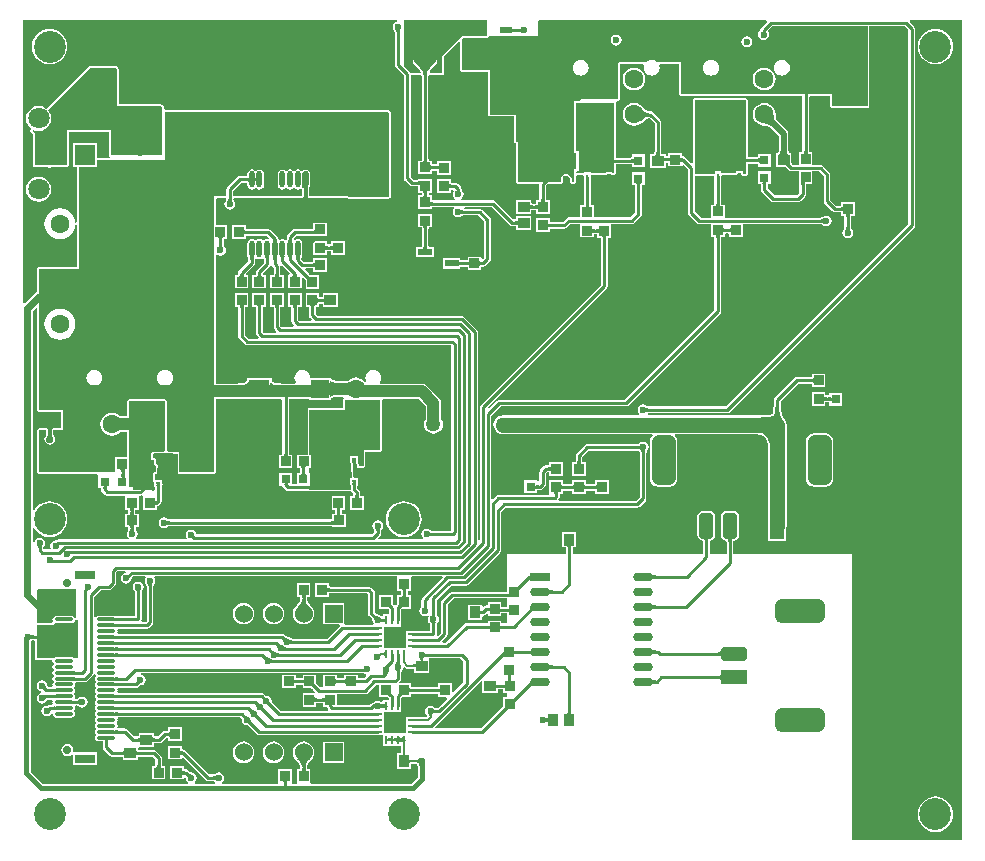
<source format=gtl>
G04*
G04 #@! TF.GenerationSoftware,Altium Limited,Altium Designer,19.1.5 (86)*
G04*
G04 Layer_Physical_Order=1*
G04 Layer_Color=255*
%FSLAX25Y25*%
%MOIN*%
G70*
G01*
G75*
%ADD10C,0.01968*%
%ADD11C,0.00984*%
%ADD13C,0.02362*%
%ADD14C,0.01000*%
%ADD17R,0.03347X0.03347*%
%ADD18R,0.03937X0.03543*%
%ADD19R,0.03543X0.03937*%
%ADD20R,0.03347X0.03347*%
G04:AMPARAMS|DCode=21|XSize=78.74mil|YSize=165.35mil|CornerRadius=19.68mil|HoleSize=0mil|Usage=FLASHONLY|Rotation=180.000|XOffset=0mil|YOffset=0mil|HoleType=Round|Shape=RoundedRectangle|*
%AMROUNDEDRECTD21*
21,1,0.07874,0.12598,0,0,180.0*
21,1,0.03937,0.16535,0,0,180.0*
1,1,0.03937,-0.01968,0.06299*
1,1,0.03937,0.01968,0.06299*
1,1,0.03937,0.01968,-0.06299*
1,1,0.03937,-0.01968,-0.06299*
%
%ADD21ROUNDEDRECTD21*%
G04:AMPARAMS|DCode=22|XSize=47.24mil|YSize=86.61mil|CornerRadius=11.81mil|HoleSize=0mil|Usage=FLASHONLY|Rotation=180.000|XOffset=0mil|YOffset=0mil|HoleType=Round|Shape=RoundedRectangle|*
%AMROUNDEDRECTD22*
21,1,0.04724,0.06299,0,0,180.0*
21,1,0.02362,0.08661,0,0,180.0*
1,1,0.02362,-0.01181,0.03150*
1,1,0.02362,0.01181,0.03150*
1,1,0.02362,0.01181,-0.03150*
1,1,0.02362,-0.01181,-0.03150*
%
%ADD22ROUNDEDRECTD22*%
%ADD23R,0.04724X0.08661*%
%ADD24R,0.03150X0.03150*%
%ADD25R,0.03150X0.03150*%
%ADD26R,0.03110X0.01181*%
%ADD27R,0.00984X0.01575*%
%ADD28R,0.04724X0.03937*%
%ADD29R,0.03937X0.02362*%
%ADD30R,0.04528X0.02362*%
%ADD31R,0.13976X0.09685*%
%ADD32O,0.01772X0.05512*%
%ADD33R,0.02756X0.03150*%
%ADD34R,0.02953X0.00984*%
%ADD35R,0.00984X0.02953*%
%ADD36R,0.06496X0.06496*%
G04:AMPARAMS|DCode=37|XSize=78.74mil|YSize=165.35mil|CornerRadius=19.68mil|HoleSize=0mil|Usage=FLASHONLY|Rotation=90.000|XOffset=0mil|YOffset=0mil|HoleType=Round|Shape=RoundedRectangle|*
%AMROUNDEDRECTD37*
21,1,0.07874,0.12598,0,0,90.0*
21,1,0.03937,0.16535,0,0,90.0*
1,1,0.03937,0.06299,0.01968*
1,1,0.03937,0.06299,-0.01968*
1,1,0.03937,-0.06299,-0.01968*
1,1,0.03937,-0.06299,0.01968*
%
%ADD37ROUNDEDRECTD37*%
%ADD38R,0.08661X0.04724*%
G04:AMPARAMS|DCode=39|XSize=47.24mil|YSize=86.61mil|CornerRadius=11.81mil|HoleSize=0mil|Usage=FLASHONLY|Rotation=90.000|XOffset=0mil|YOffset=0mil|HoleType=Round|Shape=RoundedRectangle|*
%AMROUNDEDRECTD39*
21,1,0.04724,0.06299,0,0,90.0*
21,1,0.02362,0.08661,0,0,90.0*
1,1,0.02362,0.03150,0.01181*
1,1,0.02362,0.03150,-0.01181*
1,1,0.02362,-0.03150,-0.01181*
1,1,0.02362,-0.03150,0.01181*
%
%ADD39ROUNDEDRECTD39*%
%ADD40R,0.07087X0.05512*%
%ADD41R,0.07087X0.03150*%
%ADD42R,0.06299X0.01181*%
%ADD43O,0.06299X0.01181*%
%ADD44O,0.06693X0.02992*%
%ADD45R,0.06693X0.02992*%
%ADD46R,0.06102X0.13583*%
%ADD47R,0.05512X0.07087*%
%ADD48R,0.03937X0.04724*%
%ADD49R,0.01575X0.00984*%
%ADD50R,0.01181X0.03110*%
%ADD96C,0.03937*%
%ADD97C,0.02000*%
%ADD98C,0.00800*%
%ADD99C,0.05000*%
%ADD100C,0.01500*%
%ADD101C,0.03000*%
%ADD102C,0.09843*%
%ADD103R,0.06299X0.06299*%
%ADD104C,0.06299*%
%ADD105R,0.07087X0.07087*%
%ADD106C,0.07087*%
%ADD107R,0.06000X0.06000*%
%ADD108C,0.06000*%
%ADD109C,0.02756*%
%ADD110R,0.06299X0.06299*%
%ADD111C,0.10630*%
%ADD112C,0.02362*%
%ADD113C,0.05000*%
%ADD114C,0.01968*%
G36*
X126749Y271306D02*
X126693Y271233D01*
X126644Y271154D01*
X126602Y271070D01*
X126566Y270979D01*
X126537Y270883D01*
X126514Y270780D01*
X126497Y270672D01*
X126488Y270558D01*
X126484Y270438D01*
X125484D01*
X125481Y270558D01*
X125471Y270672D01*
X125455Y270780D01*
X125432Y270883D01*
X125402Y270979D01*
X125367Y271070D01*
X125324Y271154D01*
X125275Y271233D01*
X125220Y271306D01*
X125157Y271373D01*
X126811D01*
X126749Y271306D01*
D02*
G37*
G36*
X167048Y270298D02*
X166981Y270360D01*
X166908Y270415D01*
X166829Y270464D01*
X166744Y270507D01*
X166654Y270543D01*
X166557Y270572D01*
X166455Y270595D01*
X166347Y270611D01*
X166233Y270621D01*
X166113Y270624D01*
Y271624D01*
X166233Y271628D01*
X166347Y271637D01*
X166455Y271654D01*
X166557Y271677D01*
X166654Y271706D01*
X166744Y271742D01*
X166829Y271784D01*
X166908Y271833D01*
X166981Y271889D01*
X167048Y271951D01*
Y270298D01*
D02*
G37*
G36*
X163825Y272029D02*
X163855Y271944D01*
X163906Y271869D01*
X163977Y271804D01*
X164068Y271749D01*
X164179Y271704D01*
X164311Y271669D01*
X164462Y271644D01*
X164634Y271629D01*
X164827Y271624D01*
Y270624D01*
X164634Y270619D01*
X164462Y270604D01*
X164311Y270579D01*
X164179Y270544D01*
X164068Y270499D01*
X163977Y270444D01*
X163906Y270379D01*
X163855Y270304D01*
X163825Y270219D01*
X163815Y270124D01*
Y272124D01*
X163825Y272029D01*
D02*
G37*
G36*
X248907Y273969D02*
X247010Y272072D01*
X246767Y271708D01*
X246681Y271279D01*
X246681Y271279D01*
Y271157D01*
X246519Y271048D01*
X246125Y270459D01*
X245987Y269764D01*
X246125Y269069D01*
X246519Y268480D01*
X247108Y268087D01*
X247803Y267948D01*
X248498Y268087D01*
X249087Y268480D01*
X249481Y269069D01*
X249619Y269764D01*
X249481Y270459D01*
X249116Y271006D01*
X250610Y272500D01*
X282480D01*
Y246063D01*
X270633D01*
Y249864D01*
X242126Y249943D01*
X242126Y249943D01*
X242093Y249864D01*
X220275D01*
Y260494D01*
X212412D01*
X212391Y260521D01*
X211847Y260939D01*
X211212Y261202D01*
X210531Y261292D01*
X209851Y261202D01*
X209216Y260939D01*
X208671Y260521D01*
X208651Y260494D01*
X199503D01*
X199306Y260298D01*
Y248401D01*
X186984D01*
X186279Y247697D01*
X185138D01*
X184678Y247506D01*
X184488Y247047D01*
Y233071D01*
Y231058D01*
X184646Y230678D01*
Y220472D01*
X184127D01*
X183806Y220972D01*
X183903Y221457D01*
X183764Y222152D01*
X183371Y222741D01*
X182782Y223134D01*
X182087Y223273D01*
X181392Y223134D01*
X180803Y222741D01*
X180409Y222152D01*
X180271Y221457D01*
X180367Y220972D01*
X180047Y220472D01*
X166053D01*
Y234106D01*
X165435D01*
Y243110D01*
X156496Y243110D01*
Y257874D01*
X147316D01*
Y268434D01*
X147585Y268703D01*
X155512D01*
X155971Y268894D01*
X156161Y269353D01*
X159302D01*
Y269343D01*
X164439D01*
Y269353D01*
X167668D01*
X167891Y269308D01*
X168114Y269353D01*
X172734D01*
Y274117D01*
X172880Y274469D01*
X248700D01*
X248907Y273969D01*
D02*
G37*
G36*
X155512Y269353D02*
X147316D01*
X140748Y262785D01*
Y256890D01*
X136786D01*
X136487Y257390D01*
X136527Y257466D01*
X136768Y257846D01*
X137063Y258254D01*
X138354Y259731D01*
X138899Y260280D01*
X138993Y260508D01*
X139087Y260735D01*
X139088Y260737D01*
X139088Y260737D01*
X139088Y260737D01*
X139088Y260738D01*
X139088Y260739D01*
X138898Y261197D01*
X138897Y261197D01*
X138896Y261198D01*
X138896Y261198D01*
Y261198D01*
X138895Y261198D01*
X138668Y261292D01*
X138439Y261387D01*
X136115D01*
Y264252D01*
X136030Y264681D01*
X135787Y265045D01*
X135423Y265288D01*
X134994Y265373D01*
X134564Y265288D01*
X134201Y265045D01*
X133958Y264681D01*
X133872Y264252D01*
Y261387D01*
X131549D01*
X131322Y261293D01*
X131094Y261199D01*
X131091Y261198D01*
X131091Y261197D01*
X131090Y261197D01*
X130899Y260739D01*
X130900Y260738D01*
X130899Y260737D01*
X130900Y260737D01*
Y260737D01*
X130900Y260735D01*
X130994Y260510D01*
X131088Y260280D01*
X131641Y259724D01*
X132123Y259209D01*
X132921Y258259D01*
X133220Y257846D01*
X133460Y257466D01*
X133500Y257390D01*
X133201Y256890D01*
X130117D01*
X130110Y256923D01*
X129867Y257287D01*
X127953Y259201D01*
Y274469D01*
X155512D01*
Y269353D01*
D02*
G37*
G36*
X137879Y260174D02*
X136554Y258658D01*
X136230Y258211D01*
X135965Y257792D01*
X135759Y257401D01*
X135611Y257040D01*
X135523Y256707D01*
X135494Y256403D01*
X134494D01*
X134464Y256707D01*
X134376Y257040D01*
X134229Y257401D01*
X134022Y257792D01*
X133757Y258211D01*
X133434Y258658D01*
X132609Y259640D01*
X132108Y260174D01*
X131549Y260737D01*
X138439D01*
X137879Y260174D01*
D02*
G37*
G36*
X207225Y245000D02*
X207837Y244451D01*
X208126Y244228D01*
X208405Y244039D01*
X208672Y243885D01*
X208929Y243765D01*
X209174Y243679D01*
X209408Y243627D01*
X209631Y243610D01*
X209619Y242610D01*
X209399Y242593D01*
X209166Y242543D01*
X208920Y242458D01*
X208662Y242339D01*
X208391Y242187D01*
X208108Y242001D01*
X207812Y241780D01*
X207182Y241239D01*
X206847Y240917D01*
X206903Y245326D01*
X207225Y245000D01*
D02*
G37*
G36*
X251188Y242783D02*
X251215Y242462D01*
X251264Y242155D01*
X251332Y241862D01*
X251422Y241583D01*
X251532Y241317D01*
X251663Y241066D01*
X251814Y240828D01*
X251987Y240604D01*
X252179Y240394D01*
X250787Y239002D01*
X250577Y239195D01*
X250353Y239367D01*
X250116Y239518D01*
X249864Y239649D01*
X249599Y239759D01*
X249319Y239849D01*
X249026Y239917D01*
X248719Y239966D01*
X248398Y239993D01*
X248063Y240000D01*
X251181Y243118D01*
X251188Y242783D01*
D02*
G37*
G36*
X32219Y258265D02*
Y245866D01*
X46983D01*
X47377Y245473D01*
X47374Y229527D01*
X30251D01*
Y237922D01*
X30321Y237992D01*
X15616D01*
Y226409D01*
X15388Y226181D01*
X4877D01*
Y236791D01*
X3993Y237675D01*
X4277Y238099D01*
X5060Y237774D01*
X6142Y237632D01*
X7223Y237774D01*
X8231Y238192D01*
X9097Y238856D01*
X9761Y239721D01*
X10178Y240729D01*
X10321Y241811D01*
X10178Y242893D01*
X9761Y243900D01*
X9257Y244557D01*
X23361Y258662D01*
X31823D01*
X32219Y258265D01*
D02*
G37*
G36*
X262308Y230761D02*
X262323Y230591D01*
X262347Y230442D01*
X262382Y230312D01*
X262426Y230203D01*
X262480Y230113D01*
X262544Y230043D01*
X262618Y229994D01*
X262702Y229964D01*
X262795Y229954D01*
X260827D01*
X260920Y229964D01*
X261004Y229994D01*
X261078Y230043D01*
X261142Y230113D01*
X261196Y230203D01*
X261240Y230312D01*
X261275Y230442D01*
X261299Y230591D01*
X261314Y230761D01*
X261319Y230950D01*
X262303D01*
X262308Y230761D01*
D02*
G37*
G36*
X255482Y231245D02*
X255511Y230911D01*
X255560Y230615D01*
X255628Y230359D01*
X255716Y230143D01*
X255823Y229966D01*
X255949Y229828D01*
X256095Y229730D01*
X256260Y229670D01*
X256445Y229651D01*
X252532D01*
X252716Y229670D01*
X252882Y229730D01*
X253028Y229828D01*
X253154Y229966D01*
X253261Y230143D01*
X253348Y230359D01*
X253417Y230615D01*
X253465Y230911D01*
X253494Y231245D01*
X253504Y231619D01*
X255473D01*
X255482Y231245D01*
D02*
G37*
G36*
X213103Y230262D02*
X213118Y230090D01*
X213143Y229938D01*
X213178Y229806D01*
X213223Y229695D01*
X213278Y229604D01*
X213343Y229533D01*
X213418Y229482D01*
X213503Y229452D01*
X213598Y229442D01*
X211598D01*
X211693Y229452D01*
X211778Y229482D01*
X211853Y229533D01*
X211918Y229604D01*
X211973Y229695D01*
X212018Y229806D01*
X212053Y229938D01*
X212078Y230090D01*
X212093Y230262D01*
X212098Y230454D01*
X213098D01*
X213103Y230262D01*
D02*
G37*
G36*
X220043Y228862D02*
X220069Y228805D01*
X220112Y228754D01*
X220171Y228710D01*
X220248Y228673D01*
X220341Y228642D01*
X220452Y228618D01*
X220580Y228602D01*
X220724Y228591D01*
X220886Y228588D01*
Y227588D01*
X220724Y227585D01*
X220452Y227557D01*
X220341Y227534D01*
X220248Y227503D01*
X220171Y227466D01*
X220112Y227422D01*
X220069Y227371D01*
X220043Y227313D01*
X220035Y227249D01*
Y228927D01*
X220043Y228862D01*
D02*
G37*
G36*
X216737Y227150D02*
X216726Y227245D01*
X216696Y227330D01*
X216646Y227405D01*
X216575Y227470D01*
X216483Y227525D01*
X216372Y227570D01*
X216241Y227605D01*
X216089Y227630D01*
X215917Y227645D01*
X215724Y227650D01*
Y228650D01*
X215917Y228655D01*
X216089Y228670D01*
X216241Y228695D01*
X216372Y228730D01*
X216483Y228775D01*
X216575Y228830D01*
X216646Y228895D01*
X216696Y228970D01*
X216726Y229055D01*
X216737Y229150D01*
Y227150D01*
D02*
G37*
G36*
X214610Y229055D02*
X214640Y228970D01*
X214691Y228895D01*
X214761Y228830D01*
X214853Y228775D01*
X214964Y228730D01*
X215095Y228695D01*
X215247Y228670D01*
X215419Y228655D01*
X215612Y228650D01*
Y227650D01*
X215419Y227645D01*
X215247Y227630D01*
X215095Y227605D01*
X214964Y227570D01*
X214853Y227525D01*
X214761Y227470D01*
X214691Y227405D01*
X214640Y227330D01*
X214610Y227245D01*
X214600Y227150D01*
Y229150D01*
X214610Y229055D01*
D02*
G37*
G36*
X135499Y227961D02*
X135514Y227789D01*
X135539Y227637D01*
X135574Y227506D01*
X135619Y227394D01*
X135674Y227303D01*
X135739Y227232D01*
X135814Y227182D01*
X135899Y227151D01*
X135994Y227141D01*
X133994D01*
X134089Y227151D01*
X134174Y227182D01*
X134249Y227232D01*
X134314Y227303D01*
X134369Y227394D01*
X134414Y227506D01*
X134449Y227637D01*
X134474Y227789D01*
X134489Y227961D01*
X134494Y228153D01*
X135494D01*
X135499Y227961D01*
D02*
G37*
G36*
X246481Y226907D02*
X246471Y227000D01*
X246441Y227084D01*
X246391Y227158D01*
X246321Y227222D01*
X246232Y227276D01*
X246122Y227320D01*
X245992Y227355D01*
X245843Y227379D01*
X245674Y227394D01*
X245484Y227399D01*
Y228383D01*
X245674Y228388D01*
X245843Y228403D01*
X245992Y228428D01*
X246122Y228462D01*
X246232Y228506D01*
X246321Y228560D01*
X246391Y228624D01*
X246441Y228698D01*
X246471Y228782D01*
X246481Y228875D01*
Y226907D01*
D02*
G37*
G36*
X204549Y226673D02*
X204539Y226767D01*
X204509Y226850D01*
X204459Y226924D01*
X204390Y226988D01*
X204300Y227042D01*
X204190Y227087D01*
X204061Y227121D01*
X203911Y227146D01*
X203742Y227160D01*
X203553Y227165D01*
Y228150D01*
X203742Y228154D01*
X203911Y228169D01*
X204061Y228194D01*
X204190Y228228D01*
X204300Y228273D01*
X204390Y228327D01*
X204459Y228391D01*
X204509Y228465D01*
X204539Y228548D01*
X204549Y228642D01*
Y226673D01*
D02*
G37*
G36*
X255486Y227823D02*
X255527Y227733D01*
X255595Y227622D01*
X255690Y227489D01*
X255962Y227160D01*
X256070Y227044D01*
X256445Y227326D01*
X256380Y227259D01*
X256346Y227175D01*
X256341Y227076D01*
X256365Y226960D01*
X256420Y226829D01*
X256505Y226682D01*
X256619Y226519D01*
X256763Y226340D01*
X257141Y225935D01*
X256248Y225435D01*
X256055Y225622D01*
X255705Y225916D01*
X255548Y226024D01*
X255403Y226107D01*
X255269Y226164D01*
X255148Y226194D01*
X255039Y226199D01*
X254941Y226178D01*
X254856Y226131D01*
X255204Y226393D01*
X254757Y226784D01*
X254646Y226852D01*
X254556Y226893D01*
X254488Y226907D01*
X255473Y227892D01*
X255486Y227823D01*
D02*
G37*
G36*
X139742Y224492D02*
X139732Y224587D01*
X139702Y224672D01*
X139651Y224747D01*
X139580Y224812D01*
X139489Y224867D01*
X139378Y224912D01*
X139246Y224947D01*
X139094Y224972D01*
X138922Y224987D01*
X138730Y224992D01*
Y225992D01*
X138922Y225997D01*
X139094Y226012D01*
X139246Y226037D01*
X139378Y226072D01*
X139489Y226117D01*
X139580Y226172D01*
X139651Y226237D01*
X139702Y226312D01*
X139732Y226397D01*
X139742Y226492D01*
Y224492D01*
D02*
G37*
G36*
X136653Y226397D02*
X136683Y226312D01*
X136734Y226237D01*
X136805Y226172D01*
X136896Y226117D01*
X137007Y226072D01*
X137139Y226037D01*
X137291Y226012D01*
X137463Y225997D01*
X137655Y225992D01*
Y224992D01*
X137463Y224987D01*
X137291Y224972D01*
X137139Y224947D01*
X137007Y224912D01*
X136896Y224867D01*
X136805Y224812D01*
X136734Y224747D01*
X136683Y224672D01*
X136653Y224587D01*
X136643Y224492D01*
Y226492D01*
X136653Y226397D01*
D02*
G37*
G36*
X198111Y232360D02*
Y223620D01*
X197450D01*
Y223828D01*
X195266D01*
Y223620D01*
X190167D01*
Y223828D01*
X187983D01*
Y223620D01*
X185606D01*
X185329Y224119D01*
X185471Y224346D01*
X186230D01*
Y231058D01*
X185138D01*
Y233071D01*
Y247047D01*
X198111D01*
Y232360D01*
D02*
G37*
G36*
X241929Y223327D02*
X240954D01*
Y224160D01*
X238770D01*
Y223864D01*
X238376Y223609D01*
X234065D01*
X233671Y223864D01*
Y224160D01*
X231487D01*
Y223327D01*
X224842D01*
Y225253D01*
X224842Y225253D01*
X224842Y225253D01*
Y247844D01*
X241929D01*
Y223327D01*
D02*
G37*
G36*
X78904Y221963D02*
X78923Y221962D01*
X79115Y221957D01*
Y220957D01*
X78923Y220952D01*
X78904Y220950D01*
Y220457D01*
X78894Y220552D01*
X78864Y220637D01*
X78813Y220712D01*
X78743Y220777D01*
X78651Y220832D01*
X78540Y220877D01*
X78504Y220886D01*
X78468Y220877D01*
X78356Y220832D01*
X78265Y220777D01*
X78194Y220712D01*
X78144Y220637D01*
X78113Y220552D01*
X78103Y220457D01*
Y220950D01*
X78085Y220952D01*
X77893Y220957D01*
Y221957D01*
X78085Y221962D01*
X78103Y221963D01*
Y222457D01*
X78113Y222362D01*
X78144Y222277D01*
X78194Y222202D01*
X78265Y222137D01*
X78356Y222082D01*
X78468Y222037D01*
X78504Y222027D01*
X78540Y222037D01*
X78651Y222082D01*
X78743Y222137D01*
X78813Y222202D01*
X78864Y222277D01*
X78894Y222362D01*
X78904Y222457D01*
Y221963D01*
D02*
G37*
G36*
X76345Y220457D02*
X76335Y220552D01*
X76305Y220637D01*
X76254Y220712D01*
X76183Y220777D01*
X76092Y220832D01*
X75981Y220877D01*
X75849Y220912D01*
X75698Y220937D01*
X75526Y220952D01*
X75333Y220957D01*
Y221957D01*
X75526Y221962D01*
X75698Y221977D01*
X75849Y222002D01*
X75981Y222037D01*
X76092Y222082D01*
X76183Y222137D01*
X76254Y222202D01*
X76305Y222277D01*
X76335Y222362D01*
X76345Y222457D01*
Y220457D01*
D02*
G37*
G36*
X261732Y220531D02*
X261647Y220501D01*
X261572Y220451D01*
X261507Y220381D01*
X261452Y220291D01*
X261407Y220181D01*
X261372Y220051D01*
X261347Y219901D01*
X261332Y219731D01*
X261327Y219541D01*
X260327D01*
X260325Y219731D01*
X260282Y220291D01*
X260263Y220381D01*
X260240Y220451D01*
X260213Y220501D01*
X260183Y220531D01*
X260150Y220541D01*
X261827D01*
X261732Y220531D01*
D02*
G37*
G36*
X248937Y220425D02*
X248851Y220394D01*
X248777Y220344D01*
X248711Y220273D01*
X248657Y220182D01*
X248611Y220070D01*
X248576Y219939D01*
X248552Y219787D01*
X248536Y219615D01*
X248532Y219423D01*
X247532D01*
X247527Y219615D01*
X247512Y219787D01*
X247486Y219939D01*
X247451Y220070D01*
X247407Y220182D01*
X247352Y220273D01*
X247287Y220344D01*
X247212Y220394D01*
X247127Y220425D01*
X247031Y220435D01*
X249031D01*
X248937Y220425D01*
D02*
G37*
G36*
X133344Y219283D02*
X133334Y219378D01*
X133303Y219463D01*
X133252Y219538D01*
X133181Y219603D01*
X133090Y219658D01*
X132978Y219703D01*
X132847Y219738D01*
X132696Y219763D01*
X132524Y219778D01*
X132333Y219783D01*
Y220783D01*
X132522Y220786D01*
X132843Y220807D01*
X132973Y220826D01*
X133082Y220850D01*
X133173Y220880D01*
X133242Y220914D01*
X133292Y220955D01*
X133323Y221000D01*
X133333Y221051D01*
X133344Y219283D01*
D02*
G37*
G36*
X207005Y220191D02*
X206920Y220161D01*
X206845Y220110D01*
X206780Y220039D01*
X206725Y219948D01*
X206680Y219837D01*
X206645Y219705D01*
X206620Y219553D01*
X206605Y219381D01*
X206600Y219189D01*
X205600D01*
X205595Y219381D01*
X205580Y219553D01*
X205555Y219705D01*
X205520Y219837D01*
X205475Y219948D01*
X205420Y220039D01*
X205355Y220110D01*
X205280Y220161D01*
X205195Y220191D01*
X205100Y220201D01*
X207100D01*
X207005Y220191D01*
D02*
G37*
G36*
X143051Y220184D02*
X143081Y220099D01*
X143132Y220024D01*
X143202Y219959D01*
X143294Y219904D01*
X143405Y219859D01*
X143536Y219824D01*
X143688Y219799D01*
X143860Y219784D01*
X144053Y219779D01*
Y218779D01*
X143860Y218774D01*
X143688Y218759D01*
X143536Y218734D01*
X143405Y218699D01*
X143294Y218654D01*
X143202Y218599D01*
X143132Y218534D01*
X143081Y218459D01*
X143051Y218374D01*
X143041Y218279D01*
Y220279D01*
X143051Y220184D01*
D02*
G37*
G36*
X146519Y218146D02*
X146543Y217921D01*
X146563Y217819D01*
X146590Y217725D01*
X146622Y217638D01*
X146661Y217559D01*
X146705Y217486D01*
X146755Y217421D01*
X146812Y217364D01*
X145220D01*
X145276Y217421D01*
X145327Y217486D01*
X145371Y217559D01*
X145409Y217638D01*
X145442Y217725D01*
X145469Y217819D01*
X145489Y217921D01*
X145504Y218030D01*
X145513Y218146D01*
X145516Y218270D01*
X146516D01*
X146519Y218146D01*
D02*
G37*
G36*
X135899Y217719D02*
X135814Y217688D01*
X135739Y217638D01*
X135674Y217568D01*
X135619Y217478D01*
X135574Y217369D01*
X135539Y217238D01*
X135514Y217089D01*
X135499Y216918D01*
X135494Y216728D01*
X134494D01*
X134489Y216918D01*
X134474Y217089D01*
X134449Y217238D01*
X134414Y217369D01*
X134369Y217478D01*
X134314Y217568D01*
X134249Y217638D01*
X134174Y217688D01*
X134089Y217719D01*
X133994Y217728D01*
X135994D01*
X135899Y217719D01*
D02*
G37*
G36*
X123031Y243565D02*
X123031Y242668D01*
X123031Y216099D01*
X122677Y215746D01*
X96259Y215855D01*
Y217794D01*
X96287Y217858D01*
X96290Y218012D01*
X96312Y218294D01*
X96329Y218404D01*
X96351Y218511D01*
X96376Y218606D01*
X96405Y218691D01*
X96435Y218765D01*
X96468Y218829D01*
X96516Y218908D01*
X96529Y218994D01*
X96537Y219007D01*
X96561Y219127D01*
X96610Y219246D01*
X96593Y219287D01*
X96653Y219587D01*
Y223327D01*
X96537Y223906D01*
X96209Y224398D01*
X95718Y224726D01*
X95138Y224842D01*
X94558Y224726D01*
X94067Y224398D01*
X93650D01*
X93158Y224726D01*
X92579Y224842D01*
X91999Y224726D01*
X91508Y224398D01*
X91091D01*
X90599Y224726D01*
X90020Y224842D01*
X89440Y224726D01*
X88948Y224398D01*
X88532D01*
X88040Y224726D01*
X87461Y224842D01*
X86881Y224726D01*
X86389Y224398D01*
X86061Y223906D01*
X85946Y223327D01*
Y219587D01*
X86061Y219007D01*
X86389Y218515D01*
X86881Y218187D01*
X87461Y218072D01*
X88040Y218187D01*
X88532Y218515D01*
X88948D01*
X89440Y218187D01*
X90020Y218072D01*
X90599Y218187D01*
X91091Y218515D01*
X91508D01*
X91999Y218187D01*
X92579Y218072D01*
X93158Y218187D01*
X93442Y218376D01*
X93530Y218381D01*
X93644Y218358D01*
X93973Y218168D01*
X93986Y218012D01*
X93988Y217858D01*
X94016Y217794D01*
Y216218D01*
X93662Y215866D01*
X70964Y215959D01*
Y217696D01*
X73603Y220335D01*
X75254D01*
X75317Y220307D01*
X75489Y220303D01*
X75617Y220292D01*
X75709Y220276D01*
Y219587D01*
X75825Y219007D01*
X76153Y218515D01*
X76645Y218187D01*
X77224Y218072D01*
X77804Y218187D01*
X78296Y218515D01*
X78712D01*
X79204Y218187D01*
X79783Y218072D01*
X80363Y218187D01*
X80855Y218515D01*
X81183Y219007D01*
X81298Y219587D01*
Y223327D01*
X81183Y223906D01*
X80855Y224398D01*
X80363Y224726D01*
X79783Y224842D01*
X79204Y224726D01*
X78712Y224398D01*
X78296D01*
X77804Y224726D01*
X77224Y224842D01*
X76645Y224726D01*
X76153Y224398D01*
X75825Y223906D01*
X75709Y223327D01*
Y222637D01*
X75617Y222621D01*
X75489Y222610D01*
X75317Y222606D01*
X75254Y222578D01*
X73138D01*
X73138Y222578D01*
X72709Y222493D01*
X72345Y222250D01*
X69049Y218954D01*
X68806Y218590D01*
X68721Y218161D01*
X68721Y218161D01*
Y216323D01*
X68367Y215970D01*
X64509Y215986D01*
Y123800D01*
X53127D01*
Y130112D01*
X53033Y130340D01*
X52938Y130570D01*
X52937Y130570D01*
X52937Y130571D01*
X52708Y130666D01*
X52479Y130761D01*
X49271Y130770D01*
X48881Y131123D01*
X48878Y131127D01*
Y147638D01*
X48687Y148097D01*
X48228Y148287D01*
X36417D01*
X35958Y148097D01*
X35768Y147638D01*
Y142473D01*
X35006D01*
X34944Y142500D01*
X33989Y142521D01*
X33540Y142556D01*
X33382Y142577D01*
X33265Y142599D01*
X33209Y142615D01*
X33209Y142615D01*
X33207Y142615D01*
X33203Y142616D01*
X33147Y142640D01*
X32473Y143157D01*
X31561Y143535D01*
X30582Y143664D01*
X29603Y143535D01*
X28691Y143157D01*
X27908Y142556D01*
X27307Y141773D01*
X26929Y140861D01*
X26800Y139882D01*
X26929Y138903D01*
X27307Y137991D01*
X27908Y137208D01*
X28691Y136607D01*
X29603Y136229D01*
X30582Y136100D01*
X31561Y136229D01*
X32473Y136607D01*
X33147Y137124D01*
X33203Y137148D01*
X33207Y137149D01*
X33209Y137149D01*
X33209Y137149D01*
X33265Y137165D01*
X33360Y137183D01*
X34596Y137262D01*
X34935Y137264D01*
X34999Y137291D01*
X35768D01*
Y128829D01*
X31780D01*
Y124283D01*
X31780D01*
X31738Y123800D01*
X6358D01*
Y137884D01*
X8658D01*
X8662Y137868D01*
X8678Y137774D01*
X8689Y137649D01*
X8693Y137479D01*
X8721Y137417D01*
Y136701D01*
X8693Y136639D01*
X8691Y136538D01*
X8684Y136463D01*
X8674Y136398D01*
X8662Y136342D01*
X8647Y136295D01*
X8632Y136255D01*
X8615Y136223D01*
X8598Y136195D01*
X8580Y136171D01*
X8539Y136127D01*
X8515Y136062D01*
X8165Y135538D01*
X8027Y134843D01*
X8165Y134148D01*
X8558Y133558D01*
X9148Y133165D01*
X9843Y133027D01*
X10537Y133165D01*
X11127Y133558D01*
X11520Y134148D01*
X11659Y134843D01*
X11520Y135538D01*
X11170Y136062D01*
X11146Y136127D01*
X11105Y136171D01*
X11087Y136195D01*
X11070Y136223D01*
X11053Y136255D01*
X11038Y136295D01*
X11023Y136342D01*
X11011Y136398D01*
X11001Y136463D01*
X10994Y136538D01*
X10992Y136639D01*
X10964Y136701D01*
Y137417D01*
X10992Y137479D01*
X10996Y137649D01*
X11007Y137774D01*
X11023Y137868D01*
X11027Y137884D01*
X14354D01*
Y144596D01*
X6358D01*
Y191760D01*
X19554D01*
Y209646D01*
Y225463D01*
X25797D01*
Y227865D01*
X48362D01*
Y243918D01*
X122678D01*
X123031Y243565D01*
D02*
G37*
G36*
X135499Y216322D02*
X135514Y216150D01*
X135539Y215998D01*
X135574Y215867D01*
X135619Y215756D01*
X135674Y215664D01*
X135739Y215594D01*
X135814Y215543D01*
X135899Y215513D01*
X135994Y215503D01*
X133994D01*
X134089Y215513D01*
X134174Y215543D01*
X134249Y215594D01*
X134314Y215664D01*
X134369Y215756D01*
X134414Y215867D01*
X134449Y215998D01*
X134474Y216150D01*
X134489Y216322D01*
X134494Y216514D01*
X135494D01*
X135499Y216322D01*
D02*
G37*
G36*
X125665Y273969D02*
X125289Y273894D01*
X124700Y273501D01*
X124306Y272912D01*
X124168Y272217D01*
X124306Y271522D01*
X124657Y270997D01*
X124681Y270932D01*
X124722Y270888D01*
X124740Y270864D01*
X124757Y270836D01*
X124773Y270804D01*
X124789Y270764D01*
X124803Y270717D01*
X124816Y270661D01*
X124826Y270596D01*
X124832Y270521D01*
X124835Y270420D01*
X124863Y270358D01*
Y259584D01*
X124863Y259584D01*
X124948Y259155D01*
X125191Y258791D01*
X127953Y256029D01*
Y221848D01*
X127953Y221848D01*
X128038Y221419D01*
X128281Y221055D01*
X129846Y219490D01*
X130210Y219247D01*
X130639Y219162D01*
X130639Y219162D01*
X132253D01*
X132316Y219134D01*
X132487Y219129D01*
X132614Y219118D01*
X132710Y219103D01*
X132720Y219100D01*
Y217116D01*
X133809D01*
X133813Y217100D01*
X133829Y217007D01*
X133840Y216881D01*
X133844Y216711D01*
X133872Y216649D01*
Y216594D01*
X133844Y216531D01*
X133840Y216359D01*
X133829Y216231D01*
X133813Y216135D01*
X133811Y216126D01*
X132720D01*
Y211580D01*
X137267D01*
Y212240D01*
X137275Y212242D01*
X137372Y212258D01*
X137499Y212269D01*
X137672Y212273D01*
X137734Y212301D01*
X144479D01*
X144656Y211801D01*
X144338Y211325D01*
X144200Y210630D01*
X144338Y209935D01*
X144732Y209346D01*
X145321Y208952D01*
X146016Y208814D01*
X146711Y208952D01*
X147235Y209302D01*
X147301Y209327D01*
X147345Y209368D01*
X147368Y209386D01*
X147396Y209403D01*
X147429Y209419D01*
X147468Y209435D01*
X147515Y209449D01*
X147572Y209462D01*
X147637Y209472D01*
X147711Y209478D01*
X147812Y209481D01*
X147874Y209508D01*
X152721D01*
X154671Y207558D01*
Y195445D01*
X154187Y194961D01*
X153687Y195168D01*
Y195777D01*
X149141D01*
Y194687D01*
X149132Y194685D01*
X149036Y194669D01*
X148908Y194658D01*
X148736Y194653D01*
X148674Y194625D01*
X147183D01*
X147121Y194653D01*
X146948Y194658D01*
X146820Y194669D01*
X146724Y194685D01*
X146716Y194687D01*
Y195285D01*
X140988D01*
Y191723D01*
X146716D01*
Y192321D01*
X146724Y192323D01*
X146820Y192339D01*
X146948Y192350D01*
X147121Y192355D01*
X147183Y192382D01*
X148674D01*
X148736Y192355D01*
X148908Y192350D01*
X149036Y192339D01*
X149132Y192323D01*
X149141Y192321D01*
Y191231D01*
X153687D01*
Y192321D01*
X153696Y192323D01*
X153792Y192339D01*
X153920Y192350D01*
X154092Y192355D01*
X154154Y192382D01*
X154316D01*
X154316Y192382D01*
X154746Y192468D01*
X155109Y192711D01*
X156586Y194187D01*
X156586Y194187D01*
X156829Y194551D01*
X156914Y194980D01*
X156914Y194980D01*
Y208023D01*
X156914Y208023D01*
X156829Y208452D01*
X156586Y208816D01*
X156586Y208816D01*
X153979Y211423D01*
X153615Y211666D01*
X153186Y211752D01*
X153186Y211752D01*
X148014D01*
X147958Y211801D01*
X148148Y212301D01*
X157137D01*
X163169Y206269D01*
X163169Y206269D01*
X163532Y206026D01*
X163962Y205940D01*
X163962Y205940D01*
X164856D01*
X164918Y205913D01*
X165090Y205908D01*
X165218Y205897D01*
X165314Y205881D01*
X165323Y205879D01*
Y204690D01*
X170460D01*
Y209434D01*
X165323D01*
Y208245D01*
X165314Y208243D01*
X165218Y208227D01*
X165090Y208216D01*
X164918Y208211D01*
X164856Y208184D01*
X164426D01*
X158394Y214216D01*
X158030Y214459D01*
X157601Y214544D01*
X157601Y214544D01*
X147208D01*
X147056Y215044D01*
X147300Y215207D01*
X147694Y215796D01*
X147832Y216491D01*
X147694Y217186D01*
X147300Y217775D01*
X147291Y217781D01*
X147276Y217817D01*
X147246Y217848D01*
X147240Y217856D01*
X147231Y217871D01*
X147220Y217894D01*
X147207Y217928D01*
X147195Y217973D01*
X147185Y218020D01*
X147168Y218188D01*
X147165Y218285D01*
X147137Y218348D01*
Y218354D01*
X147137Y218354D01*
X147052Y218783D01*
X146809Y219147D01*
X146809Y219147D01*
X145884Y220072D01*
X145520Y220315D01*
X145091Y220401D01*
X145091Y220401D01*
X144132D01*
X144070Y220428D01*
X143897Y220433D01*
X143769Y220444D01*
X143673Y220460D01*
X143665Y220462D01*
Y221552D01*
X139118D01*
Y217006D01*
X143665D01*
Y217879D01*
X144165Y218092D01*
X144351Y218020D01*
X144531Y217475D01*
X144338Y217186D01*
X144200Y216491D01*
X144338Y215796D01*
X144732Y215207D01*
X144975Y215044D01*
X144824Y214544D01*
X137734D01*
X137672Y214572D01*
X137499Y214576D01*
X137372Y214587D01*
X137275Y214603D01*
X137267Y214605D01*
Y216126D01*
X136177D01*
X136174Y216135D01*
X136159Y216231D01*
X136147Y216359D01*
X136143Y216531D01*
X136115Y216594D01*
Y216649D01*
X136143Y216711D01*
X136147Y216881D01*
X136159Y217007D01*
X136174Y217100D01*
X136178Y217116D01*
X137267D01*
Y221663D01*
X133496D01*
X133458Y221688D01*
X133391Y221675D01*
X133328Y221700D01*
X133239Y221663D01*
X132720D01*
Y221450D01*
X132496Y221435D01*
X132323Y221433D01*
X132259Y221405D01*
X131104D01*
X130196Y222313D01*
Y256240D01*
X133201D01*
X133278Y256272D01*
X133360Y256260D01*
X133365Y256264D01*
X133380Y256266D01*
X133719Y256143D01*
X133872Y255989D01*
Y228232D01*
X133844Y228170D01*
X133840Y227998D01*
X133829Y227870D01*
X133813Y227774D01*
X133811Y227765D01*
X132720D01*
Y223219D01*
X137267D01*
Y224309D01*
X137275Y224311D01*
X137372Y224327D01*
X137499Y224338D01*
X137672Y224343D01*
X137734Y224371D01*
X138651D01*
X138713Y224343D01*
X138886Y224338D01*
X139013Y224327D01*
X139110Y224311D01*
X139118Y224309D01*
Y223108D01*
X143665D01*
Y227655D01*
X139118D01*
Y226675D01*
X139110Y226673D01*
X139013Y226657D01*
X138886Y226646D01*
X138713Y226641D01*
X138651Y226614D01*
X137734D01*
X137672Y226641D01*
X137499Y226646D01*
X137372Y226657D01*
X137275Y226673D01*
X137267Y226675D01*
Y227765D01*
X136177D01*
X136174Y227774D01*
X136159Y227870D01*
X136147Y227998D01*
X136143Y228170D01*
X136115Y228232D01*
Y255989D01*
X136268Y256143D01*
X136607Y256266D01*
X136623Y256264D01*
X136628Y256260D01*
X136710Y256272D01*
X136786Y256240D01*
X140748D01*
X141207Y256431D01*
X141398Y256890D01*
Y262515D01*
X146205Y267323D01*
X146667Y267132D01*
Y257874D01*
X146857Y257415D01*
X147316Y257225D01*
X155847D01*
Y243110D01*
X156037Y242651D01*
X156496Y242461D01*
X164785Y242461D01*
Y234106D01*
X164975Y233646D01*
X165403Y233469D01*
Y220472D01*
X165594Y220013D01*
X166053Y219823D01*
X173099D01*
Y215028D01*
X173071Y214966D01*
X173067Y214796D01*
X173056Y214671D01*
X173040Y214577D01*
X173040Y214576D01*
X171939D01*
Y213475D01*
X171939Y213475D01*
X171845Y213460D01*
X171720Y213449D01*
X171550Y213444D01*
X171488Y213417D01*
X170912D01*
X170849Y213444D01*
X170679Y213449D01*
X170554Y213460D01*
X170460Y213475D01*
X170460Y213475D01*
Y214749D01*
X165323D01*
Y210005D01*
X170460D01*
Y211131D01*
X170460Y211131D01*
X170554Y211146D01*
X170679Y211157D01*
X170849Y211162D01*
X170912Y211190D01*
X171488D01*
X171550Y211162D01*
X171720Y211157D01*
X171845Y211146D01*
X171939Y211131D01*
X171939Y211131D01*
Y210030D01*
X176486D01*
Y214576D01*
X175385D01*
X175385Y214577D01*
X175369Y214671D01*
X175358Y214796D01*
X175354Y214966D01*
X175326Y215028D01*
Y219367D01*
X175783Y219823D01*
X180047D01*
X180114Y219851D01*
X180185Y219838D01*
X180336Y219943D01*
X180506Y220013D01*
X180534Y220080D01*
X180593Y220122D01*
X180914Y220622D01*
X180956Y220861D01*
X181004Y221099D01*
X180933Y221457D01*
X181021Y221898D01*
X181271Y222273D01*
X181645Y222523D01*
X182087Y222610D01*
X182528Y222523D01*
X182903Y222273D01*
X183153Y221898D01*
X183240Y221457D01*
X183169Y221099D01*
X183217Y220861D01*
X183259Y220622D01*
X183580Y220122D01*
X183640Y220080D01*
X183667Y220013D01*
X183837Y219943D01*
X183988Y219838D01*
X184059Y219851D01*
X184127Y219823D01*
X184646D01*
X185105Y220013D01*
X185295Y220472D01*
Y222552D01*
X185307Y222592D01*
X185606Y222970D01*
X187682D01*
X187959Y222470D01*
X187953Y222441D01*
Y213272D01*
X187926Y213210D01*
X187921Y213040D01*
X187910Y212915D01*
X187894Y212821D01*
X187890Y212805D01*
X186703D01*
Y208880D01*
X182955D01*
X182526Y208794D01*
X182162Y208551D01*
X182162Y208551D01*
X180933Y207322D01*
X176953D01*
X176891Y207350D01*
X176718Y207354D01*
X176591Y207366D01*
X176494Y207382D01*
X176486Y207384D01*
Y208474D01*
X171939D01*
Y203928D01*
X176486D01*
Y205018D01*
X176494Y205020D01*
X176591Y205036D01*
X176718Y205047D01*
X176891Y205052D01*
X176953Y205079D01*
X181398D01*
X181398Y205079D01*
X181827Y205165D01*
X182191Y205408D01*
X183420Y206637D01*
X186703D01*
Y202156D01*
X191250D01*
Y203148D01*
X191258Y203150D01*
X191354Y203166D01*
X191482Y203177D01*
X191655Y203181D01*
X191717Y203209D01*
X191945D01*
X192007Y203181D01*
X192179Y203177D01*
X192307Y203166D01*
X192403Y203150D01*
X192412Y203148D01*
Y202057D01*
X193502D01*
X193504Y202049D01*
X193520Y201953D01*
X193531Y201825D01*
X193536Y201653D01*
X193563Y201590D01*
Y186370D01*
X153613Y146420D01*
X153370Y146056D01*
X153285Y145627D01*
X153285Y145627D01*
Y101187D01*
X153228Y101149D01*
X152728Y101416D01*
Y170538D01*
X152728Y170538D01*
X152642Y170967D01*
X152399Y171331D01*
X152399Y171331D01*
X148109Y175621D01*
X147745Y175865D01*
X147316Y175950D01*
X147316Y175950D01*
X99258D01*
X98562Y176646D01*
Y178460D01*
X98590Y178523D01*
X98595Y178695D01*
X98606Y178823D01*
X98622Y178919D01*
X98624Y178928D01*
X99714D01*
Y180024D01*
X99723Y180026D01*
X99819Y180042D01*
X99947Y180053D01*
X100119Y180058D01*
X100181Y180086D01*
X100409D01*
X100471Y180058D01*
X100644Y180053D01*
X100772Y180042D01*
X100868Y180026D01*
X100876Y180024D01*
Y178835D01*
X106013D01*
Y183579D01*
X100876D01*
Y182390D01*
X100868Y182388D01*
X100772Y182372D01*
X100644Y182361D01*
X100471Y182356D01*
X100409Y182329D01*
X100181D01*
X100119Y182356D01*
X99947Y182361D01*
X99819Y182372D01*
X99723Y182388D01*
X99714Y182390D01*
Y183474D01*
X95168D01*
Y178928D01*
X96258D01*
X96260Y178919D01*
X96276Y178823D01*
X96287Y178695D01*
X96292Y178523D01*
X96319Y178460D01*
Y176181D01*
X96319Y176181D01*
X96405Y175752D01*
X96648Y175388D01*
X97224Y174812D01*
X97033Y174350D01*
X92984D01*
X92657Y174677D01*
Y178559D01*
X92685Y178621D01*
X92689Y178793D01*
X92700Y178921D01*
X92716Y179017D01*
X92718Y179026D01*
X93809D01*
Y183572D01*
X89262D01*
Y179026D01*
X90352D01*
X90355Y179017D01*
X90371Y178921D01*
X90382Y178793D01*
X90386Y178621D01*
X90414Y178559D01*
Y174213D01*
X90414Y174213D01*
X90499Y173783D01*
X90742Y173419D01*
X91281Y172881D01*
X91073Y172381D01*
X87079D01*
X86751Y172709D01*
Y178559D01*
X86779Y178621D01*
X86784Y178794D01*
X86795Y178921D01*
X86811Y179017D01*
X86813Y179026D01*
X87903D01*
Y183572D01*
X83357D01*
Y179026D01*
X84447D01*
X84449Y179017D01*
X84465Y178921D01*
X84476Y178794D01*
X84481Y178621D01*
X84508Y178559D01*
Y172244D01*
X84508Y172244D01*
X84594Y171815D01*
X84837Y171451D01*
X85375Y170913D01*
X85168Y170413D01*
X81173D01*
X80846Y170740D01*
Y178559D01*
X80874Y178621D01*
X80878Y178794D01*
X80889Y178921D01*
X80905Y179017D01*
X80907Y179026D01*
X81998D01*
Y183572D01*
X77451D01*
Y179026D01*
X78541D01*
X78544Y179017D01*
X78559Y178921D01*
X78571Y178794D01*
X78575Y178621D01*
X78603Y178559D01*
Y170276D01*
X78603Y170275D01*
X78688Y169846D01*
X78931Y169483D01*
X79469Y168944D01*
X79262Y168444D01*
X76252D01*
X74940Y169756D01*
Y178559D01*
X74968Y178621D01*
X74972Y178794D01*
X74984Y178921D01*
X74999Y179017D01*
X75002Y179026D01*
X76092D01*
Y183572D01*
X71546D01*
Y179026D01*
X72636D01*
X72638Y179017D01*
X72654Y178921D01*
X72665Y178794D01*
X72670Y178621D01*
X72697Y178559D01*
Y169291D01*
X72697Y169291D01*
X72783Y168862D01*
X73026Y168498D01*
X74994Y166530D01*
X74994Y166530D01*
X75358Y166287D01*
X75787Y166201D01*
X75787Y166201D01*
X143554D01*
X143685Y166071D01*
Y104342D01*
X137368D01*
X137310Y104370D01*
X137305Y104368D01*
X137300Y104370D01*
X137199Y104373D01*
X137127Y104379D01*
X137064Y104389D01*
X137011Y104402D01*
X136967Y104416D01*
X136931Y104431D01*
X136902Y104446D01*
X136878Y104462D01*
X136858Y104479D01*
X136817Y104520D01*
X136776Y104537D01*
X136766Y104552D01*
X136177Y104945D01*
X135482Y105084D01*
X134787Y104945D01*
X134198Y104552D01*
X133804Y103963D01*
X133666Y103268D01*
X133804Y102573D01*
X134177Y102015D01*
X134140Y101848D01*
X133999Y101515D01*
X119483D01*
X119292Y101977D01*
X119986Y102671D01*
X119986Y102671D01*
X120229Y103035D01*
X120314Y103464D01*
X120314Y103464D01*
Y104124D01*
X120342Y104186D01*
X120345Y104287D01*
X120351Y104361D01*
X120361Y104427D01*
X120374Y104483D01*
X120388Y104530D01*
X120404Y104570D01*
X120420Y104602D01*
X120437Y104630D01*
X120455Y104653D01*
X120496Y104697D01*
X120520Y104763D01*
X120871Y105287D01*
X121009Y105982D01*
X120871Y106677D01*
X120477Y107266D01*
X119888Y107660D01*
X119193Y107798D01*
X118498Y107660D01*
X117909Y107266D01*
X117515Y106677D01*
X117377Y105982D01*
X117515Y105287D01*
X117865Y104763D01*
X117890Y104697D01*
X117931Y104653D01*
X117948Y104630D01*
X117966Y104602D01*
X117982Y104570D01*
X117998Y104530D01*
X118012Y104483D01*
X118025Y104427D01*
X118035Y104361D01*
X118041Y104287D01*
X118044Y104186D01*
X118071Y104124D01*
Y103929D01*
X117314Y103171D01*
X58842D01*
X58759Y103587D01*
X58365Y104177D01*
X57776Y104570D01*
X57081Y104709D01*
X56386Y104570D01*
X55797Y104177D01*
X55403Y103587D01*
X55265Y102892D01*
X55403Y102198D01*
X55525Y102015D01*
X55258Y101515D01*
X38767D01*
X38615Y102015D01*
X38686Y102062D01*
X39079Y102652D01*
X39217Y103346D01*
X39079Y104041D01*
X38686Y104630D01*
X38528Y104736D01*
X38477Y104827D01*
X38525Y105314D01*
X38703Y105522D01*
X39478D01*
Y110068D01*
X38388D01*
X38385Y110077D01*
X38370Y110173D01*
X38358Y110301D01*
X38354Y110473D01*
X38326Y110536D01*
Y110960D01*
X38354Y111023D01*
X38358Y111195D01*
X38370Y111323D01*
X38385Y111419D01*
X38388Y111427D01*
X39478D01*
X39478Y115974D01*
X39924Y116103D01*
X40059D01*
X40059Y116103D01*
X40488Y116188D01*
X40674Y116312D01*
X41034Y115951D01*
Y111427D01*
X45580D01*
Y112551D01*
X45597Y112551D01*
X45725Y112606D01*
X46020Y112664D01*
X46384Y112908D01*
X46856Y113380D01*
X46856Y113380D01*
X47099Y113744D01*
X47185Y114173D01*
X47185Y114173D01*
Y118616D01*
X47212Y118677D01*
X47223Y119017D01*
X47229Y119085D01*
X47450D01*
Y119607D01*
X47488Y119697D01*
X47463Y119756D01*
X47476Y119819D01*
X47450Y119858D01*
Y121063D01*
Y121269D01*
X46211D01*
X46063Y121299D01*
X45915Y121269D01*
X44891D01*
Y121398D01*
Y123162D01*
Y123291D01*
X45018Y123317D01*
X45018Y123317D01*
X45350Y123383D01*
X45482Y123472D01*
X45635Y123518D01*
X45639Y123522D01*
X45655Y123552D01*
X45686Y123565D01*
X45711Y123626D01*
X45763Y123660D01*
X45792Y123809D01*
X45873Y123961D01*
X45863Y123993D01*
X45876Y124024D01*
Y125272D01*
X45827Y125391D01*
Y125406D01*
X45876Y125525D01*
Y125974D01*
X45805Y126145D01*
X45772Y126326D01*
X45714Y126417D01*
X45653Y126459D01*
X45624Y126527D01*
X45325Y126822D01*
Y127903D01*
X45135Y128363D01*
X44891Y128463D01*
Y128553D01*
X44254D01*
Y128682D01*
Y129651D01*
Y129780D01*
X44608Y130133D01*
X47872Y130124D01*
X47873Y130124D01*
X47873Y130124D01*
X48098Y130217D01*
X48332Y130313D01*
X48794Y130325D01*
X48836Y130288D01*
X49055Y130210D01*
X49270Y130121D01*
X52478Y130112D01*
Y129983D01*
Y123800D01*
X52668Y123341D01*
X53127Y123151D01*
X64509D01*
X64969Y123341D01*
X65159Y123800D01*
Y148227D01*
X72190D01*
X72256Y148199D01*
X72294Y148215D01*
X72334Y148204D01*
X72522Y148227D01*
X86927D01*
X87115Y148204D01*
X87311Y147892D01*
X87371Y147738D01*
Y130185D01*
X87343Y130123D01*
X87339Y129954D01*
X87328Y129829D01*
X87312Y129735D01*
X87312Y129734D01*
X86211D01*
Y125187D01*
X90757D01*
Y129734D01*
X89657D01*
X89656Y129735D01*
X89641Y129829D01*
X89630Y129954D01*
X89626Y130123D01*
X89598Y130185D01*
Y148227D01*
X96250D01*
Y147943D01*
X102981D01*
X103024Y147916D01*
X103082Y147929D01*
X103138Y147906D01*
X103228Y147943D01*
X103750D01*
Y148399D01*
X103777Y148442D01*
X103796Y148548D01*
X103802Y148558D01*
X103869Y148618D01*
X104037Y148711D01*
X104310Y148810D01*
X104683Y148900D01*
X105142Y148974D01*
X106356Y149064D01*
X107085Y149075D01*
X107148Y149102D01*
X107387D01*
X107448Y149075D01*
X107709Y149069D01*
X107808Y148569D01*
X107618Y148110D01*
Y145334D01*
X96457D01*
X95997Y145144D01*
X95807Y144685D01*
Y129734D01*
X92313D01*
Y125187D01*
X93207D01*
X93209Y125179D01*
X93225Y125083D01*
X93236Y124955D01*
X93240Y124783D01*
X93268Y124720D01*
Y124197D01*
X93240Y124135D01*
X93236Y123962D01*
X93225Y123835D01*
X93209Y123738D01*
X93207Y123730D01*
X92215D01*
Y119921D01*
X90659D01*
Y123730D01*
X86309D01*
Y119380D01*
X87321D01*
X87450Y119187D01*
X88631Y118006D01*
X88631Y118006D01*
X88994Y117763D01*
X89424Y117678D01*
X89424Y117678D01*
X95986D01*
X95997Y117651D01*
X96457Y117461D01*
X110197D01*
X110379Y117536D01*
X110526Y117317D01*
X111083Y116760D01*
Y116441D01*
X111056Y116379D01*
X111051Y116206D01*
X111040Y116079D01*
X111024Y115982D01*
X111022Y115974D01*
X109931D01*
Y111427D01*
X114478D01*
Y115974D01*
X113388D01*
X113385Y115982D01*
X113370Y116079D01*
X113358Y116206D01*
X113354Y116379D01*
X113326Y116441D01*
Y117224D01*
X113326Y117224D01*
X113241Y117654D01*
X112998Y118017D01*
X112998Y118017D01*
X112440Y118575D01*
Y119286D01*
X112468Y119347D01*
X112478Y119687D01*
X112485Y119755D01*
X112706D01*
Y120277D01*
X112744Y120367D01*
X112719Y120426D01*
X112732Y120489D01*
X112706Y120528D01*
Y121939D01*
X111529D01*
X111452Y121976D01*
X111370Y122053D01*
X111212Y122240D01*
X111132Y122441D01*
Y124115D01*
X111060Y124290D01*
X111023Y124476D01*
X110894Y124668D01*
X110847Y124907D01*
Y126462D01*
X110834Y126492D01*
X110844Y126522D01*
X110838Y126586D01*
X110832Y126651D01*
X110819D01*
X110816Y126823D01*
X110809Y126840D01*
X110815Y126858D01*
X110799Y127083D01*
X110698Y127287D01*
X110611Y127498D01*
X110597Y127640D01*
X110596Y127641D01*
X110544Y127650D01*
X110596D01*
X110581Y127812D01*
Y128573D01*
X111171D01*
X111232Y128599D01*
X111298Y128586D01*
X111319Y128590D01*
X111340Y128586D01*
X111405Y128599D01*
X111467Y128573D01*
X112057D01*
Y127812D01*
X112106Y127692D01*
Y127680D01*
X112057Y127560D01*
Y127039D01*
X112105Y126923D01*
X112103Y126798D01*
X112214Y126519D01*
Y126122D01*
X112264Y126003D01*
Y125874D01*
X112301Y125784D01*
X112392Y125692D01*
X112405Y125663D01*
X112434Y125651D01*
X112464Y125620D01*
X112618Y125448D01*
X112985Y125269D01*
X112997Y125269D01*
X113005Y125261D01*
X113040Y125245D01*
X113088Y125244D01*
X113127Y125214D01*
X113148Y125207D01*
X113207Y125206D01*
X113261Y125212D01*
X113346Y125177D01*
X113820D01*
X113893Y125207D01*
X113899Y125205D01*
X113915Y125205D01*
X114000Y125207D01*
X114019Y125216D01*
X114038Y125210D01*
X114112Y125216D01*
X114132Y125226D01*
X114154Y125221D01*
X114188Y125226D01*
X114219Y125231D01*
X114240Y125243D01*
X114264Y125239D01*
X114320Y125252D01*
X114341Y125267D01*
X114368Y125264D01*
X114415Y125279D01*
X114437Y125297D01*
X114465Y125296D01*
X114475Y125300D01*
X114505Y125312D01*
X114526Y125333D01*
X114556Y125335D01*
X114589Y125352D01*
X114610Y125375D01*
X114641Y125380D01*
X114668Y125398D01*
X114687Y125424D01*
X114719Y125432D01*
X114722Y125435D01*
X114742Y125450D01*
X114759Y125479D01*
X114766Y125481D01*
X114784Y125485D01*
X114834Y125531D01*
Y125505D01*
X114868Y125556D01*
X114930Y125581D01*
X114977Y125694D01*
X115049Y125761D01*
X115051Y125829D01*
X115108Y125914D01*
X115095Y125979D01*
X115120Y126040D01*
X115120Y130773D01*
X120079D01*
X120538Y130963D01*
X120728Y131422D01*
Y148110D01*
X120806Y148227D01*
X132788D01*
X135205Y145810D01*
Y141598D01*
X135087Y141445D01*
X134775Y140691D01*
X134669Y139882D01*
X134775Y139073D01*
X135087Y138319D01*
X135584Y137671D01*
X136232Y137174D01*
X136986Y136862D01*
X137795Y136755D01*
X138604Y136862D01*
X139359Y137174D01*
X140006Y137671D01*
X140503Y138319D01*
X140815Y139073D01*
X140922Y139882D01*
X140815Y140691D01*
X140503Y141445D01*
X140386Y141598D01*
Y146883D01*
X140298Y147554D01*
X140039Y148179D01*
X139627Y148715D01*
X135693Y152649D01*
X135157Y153061D01*
X134532Y153320D01*
X133861Y153408D01*
X120110D01*
X119864Y153908D01*
X119994Y154079D01*
X120257Y154713D01*
X120347Y155394D01*
X120257Y156075D01*
X119994Y156709D01*
X119576Y157254D01*
X119032Y157672D01*
X118397Y157934D01*
X117717Y158024D01*
X117036Y157934D01*
X116401Y157672D01*
X115857Y157254D01*
X115438Y156709D01*
X115176Y156075D01*
X115086Y155394D01*
X115176Y154713D01*
X115313Y154381D01*
X115301Y154273D01*
X114991Y153873D01*
X114848Y153894D01*
X114485Y154367D01*
X113702Y154968D01*
X112790Y155346D01*
X111811Y155475D01*
X110832Y155346D01*
X109920Y154968D01*
X109246Y154451D01*
X109190Y154428D01*
X109186Y154426D01*
X109184Y154426D01*
X109183Y154426D01*
X109128Y154410D01*
X109033Y154392D01*
X107797Y154313D01*
X107458Y154311D01*
X107394Y154284D01*
X107155D01*
X107096Y154311D01*
X105700Y154357D01*
X105150Y154411D01*
X104683Y154486D01*
X104310Y154577D01*
X104037Y154676D01*
X103869Y154768D01*
X103802Y154828D01*
X103796Y154839D01*
X103777Y154944D01*
X103750Y154987D01*
Y155443D01*
X103228D01*
X103138Y155480D01*
X103082Y155457D01*
X103024Y155470D01*
X102981Y155443D01*
X96718D01*
X96635Y156075D01*
X96372Y156709D01*
X95954Y157254D01*
X95410Y157672D01*
X94775Y157934D01*
X94094Y158024D01*
X93414Y157934D01*
X92779Y157672D01*
X92234Y157254D01*
X91817Y156709D01*
X91554Y156075D01*
X91464Y155394D01*
X91554Y154713D01*
X91817Y154079D01*
X91947Y153908D01*
X91701Y153408D01*
X87270D01*
X87210Y153435D01*
X86480Y153454D01*
X85854Y153509D01*
X85318Y153598D01*
X84875Y153718D01*
X84527Y153860D01*
X84271Y154015D01*
X84098Y154175D01*
X83988Y154340D01*
X83921Y154526D01*
X83889Y154824D01*
X83868Y154864D01*
Y155423D01*
X75581D01*
Y154864D01*
X75559Y154824D01*
X75527Y154526D01*
X75461Y154340D01*
X75351Y154175D01*
X75178Y154015D01*
X74922Y153860D01*
X74574Y153718D01*
X74130Y153598D01*
X73594Y153509D01*
X72969Y153454D01*
X72239Y153435D01*
X72178Y153408D01*
X65159D01*
Y196240D01*
X65659Y196449D01*
X66096Y196157D01*
X66791Y196019D01*
X67486Y196157D01*
X68075Y196551D01*
X68469Y197140D01*
X68607Y197835D01*
X68469Y198530D01*
X68119Y199054D01*
X68094Y199119D01*
X68054Y199164D01*
X68036Y199187D01*
X68019Y199215D01*
X68002Y199247D01*
X67986Y199287D01*
X67972Y199334D01*
X67959Y199390D01*
X67950Y199455D01*
X67943Y199530D01*
X67940Y199631D01*
X67913Y199693D01*
Y201160D01*
X67940Y201222D01*
X67945Y201394D01*
X67956Y201522D01*
X67972Y201618D01*
X67974Y201627D01*
X69064D01*
Y206173D01*
X65159D01*
Y214979D01*
X65513Y215332D01*
X68337Y215320D01*
X68496Y215157D01*
X68691Y214914D01*
X68691Y214884D01*
X68684Y214810D01*
X68674Y214745D01*
X68662Y214689D01*
X68647Y214641D01*
X68632Y214602D01*
X68615Y214569D01*
X68598Y214542D01*
X68580Y214518D01*
X68539Y214474D01*
X68515Y214408D01*
X68165Y213884D01*
X68026Y213189D01*
X68165Y212494D01*
X68558Y211905D01*
X69147Y211511D01*
X69842Y211373D01*
X70537Y211511D01*
X71127Y211905D01*
X71520Y212494D01*
X71658Y213189D01*
X71520Y213884D01*
X71170Y214408D01*
X71146Y214474D01*
X71105Y214518D01*
X71087Y214542D01*
X71070Y214569D01*
X71053Y214602D01*
X71038Y214641D01*
X71023Y214689D01*
X71011Y214745D01*
X71001Y214810D01*
X71054Y214954D01*
X71333Y215284D01*
X71360Y215308D01*
X93659Y215216D01*
X93660Y215216D01*
X93661Y215216D01*
X93890Y215311D01*
X94119Y215405D01*
X94120Y215405D01*
X94120Y215406D01*
X94475Y215758D01*
X94475Y215759D01*
X94475Y215759D01*
X94571Y215990D01*
X94666Y216217D01*
X94665Y216218D01*
X94666Y216218D01*
Y217794D01*
X94636Y217865D01*
X94638Y217870D01*
X94637Y217894D01*
X94635Y218024D01*
X94626Y218044D01*
X94633Y218064D01*
X94621Y218219D01*
X94593Y218274D01*
X94601Y218335D01*
X94483Y218489D01*
X94394Y218662D01*
X94336Y218681D01*
X94299Y218730D01*
X93985Y219001D01*
X94057Y219404D01*
X94094Y219587D01*
Y223327D01*
X94083Y223382D01*
X94427Y223858D01*
X94811Y224115D01*
X95138Y224180D01*
X95464Y224115D01*
X95741Y223930D01*
X95926Y223653D01*
X96003Y223263D01*
Y219651D01*
X95956Y219414D01*
X95963Y219380D01*
X95961Y219376D01*
Y219309D01*
X95924Y219254D01*
X95923Y219246D01*
X95961D01*
X95904Y219152D01*
X95900Y219134D01*
X95901Y219133D01*
X95888Y219122D01*
X95855Y219057D01*
X95854Y219032D01*
X95835Y219013D01*
X95805Y218939D01*
X95805Y218916D01*
X95789Y218898D01*
X95761Y218813D01*
X95762Y218791D01*
X95749Y218774D01*
X95734Y218718D01*
X95723Y218678D01*
X95726Y218658D01*
X95715Y218642D01*
X95693Y218535D01*
X95696Y218517D01*
X95687Y218501D01*
X95670Y218391D01*
X95676Y218367D01*
X95665Y218346D01*
X95643Y218064D01*
X95649Y218044D01*
X95641Y218024D01*
X95638Y217884D01*
X95638Y217870D01*
X95639Y217865D01*
X95610Y217794D01*
Y215855D01*
X95705Y215625D01*
X95798Y215398D01*
X95799Y215397D01*
X95800Y215396D01*
X96030Y215300D01*
X96257Y215206D01*
X122675Y215097D01*
X122675Y215097D01*
X122676Y215097D01*
X122905Y215191D01*
X123135Y215285D01*
X123135Y215286D01*
X123135Y215286D01*
X123490Y215639D01*
X123490Y215639D01*
X123491Y215640D01*
X123586Y215870D01*
X123681Y216098D01*
X123681Y216098D01*
X123681Y216099D01*
X123681Y242668D01*
X123681Y243565D01*
X123491Y244024D01*
X123137Y244378D01*
X122678Y244568D01*
X48526D01*
X48026Y244929D01*
X48026Y245472D01*
X48026Y245473D01*
X48026Y245473D01*
X47918Y245735D01*
X47836Y245932D01*
X47836Y245932D01*
X47836Y245932D01*
X47442Y246325D01*
X46983Y246516D01*
X32869D01*
Y258265D01*
X32679Y258725D01*
X32283Y259121D01*
X31823Y259311D01*
X23361D01*
X22902Y259121D01*
X8798Y245016D01*
X8777Y245011D01*
X8231Y245430D01*
X7223Y245848D01*
X6142Y245990D01*
X5060Y245848D01*
X4052Y245430D01*
X3187Y244766D01*
X2523Y243900D01*
X2105Y242893D01*
X1963Y241811D01*
X2105Y240729D01*
X2523Y239721D01*
X3187Y238856D01*
X3725Y238443D01*
X3453Y238036D01*
X3416Y237850D01*
X3344Y237675D01*
X3369Y237614D01*
X3356Y237548D01*
X3462Y237391D01*
X3534Y237216D01*
X4228Y236522D01*
Y226181D01*
X4418Y225722D01*
X4877Y225532D01*
X9049D01*
X9843Y225427D01*
X10636Y225532D01*
X15388D01*
X15848Y225722D01*
X16076Y225950D01*
X16266Y226409D01*
Y237343D01*
X29601D01*
Y229527D01*
X29792Y229068D01*
X29922Y229014D01*
X29823Y228514D01*
X25797D01*
Y233750D01*
X17510D01*
Y225463D01*
X18904D01*
Y209646D01*
Y207141D01*
X18405Y207108D01*
X18283Y208031D01*
X17766Y209279D01*
X16944Y210350D01*
X15873Y211172D01*
X14626Y211688D01*
X13287Y211865D01*
X11949Y211688D01*
X10701Y211172D01*
X9630Y210350D01*
X8809Y209279D01*
X8292Y208031D01*
X8116Y206693D01*
X8292Y205354D01*
X8809Y204107D01*
X9630Y203036D01*
X10701Y202214D01*
X11949Y201697D01*
X13287Y201521D01*
X14626Y201697D01*
X15873Y202214D01*
X16944Y203036D01*
X17766Y204107D01*
X18283Y205354D01*
X18405Y206277D01*
X18904Y206245D01*
Y192409D01*
X6358D01*
X5899Y192219D01*
X5708Y191760D01*
Y184371D01*
X5684Y184355D01*
X1584Y180254D01*
X1122Y180445D01*
Y236220D01*
X1122Y236221D01*
X1122Y274469D01*
X125615D01*
X125665Y273969D01*
D02*
G37*
G36*
X70342Y214968D02*
X70346Y214848D01*
X70355Y214734D01*
X70372Y214625D01*
X70395Y214523D01*
X70424Y214426D01*
X70460Y214336D01*
X70503Y214251D01*
X70552Y214172D01*
X70607Y214100D01*
X70669Y214033D01*
X69016Y214033D01*
X69078Y214100D01*
X69133Y214172D01*
X69182Y214251D01*
X69225Y214336D01*
X69261Y214426D01*
X69290Y214523D01*
X69313Y214625D01*
X69329Y214734D01*
X69339Y214848D01*
X69342Y214968D01*
X70342Y214968D01*
D02*
G37*
G36*
X174710Y214759D02*
X174724Y214590D01*
X174749Y214440D01*
X174783Y214311D01*
X174828Y214201D01*
X174882Y214112D01*
X174946Y214042D01*
X175020Y213992D01*
X175103Y213962D01*
X175197Y213952D01*
X173228D01*
X173322Y213962D01*
X173406Y213992D01*
X173479Y214042D01*
X173543Y214112D01*
X173597Y214201D01*
X173642Y214311D01*
X173676Y214440D01*
X173701Y214590D01*
X173715Y214759D01*
X173720Y214949D01*
X174705D01*
X174710Y214759D01*
D02*
G37*
G36*
X233084Y213262D02*
X233099Y213091D01*
X233124Y212942D01*
X233159Y212811D01*
X233204Y212702D01*
X233259Y212612D01*
X233324Y212542D01*
X233399Y212491D01*
X233484Y212461D01*
X233579Y212452D01*
X231579D01*
X231674Y212461D01*
X231759Y212491D01*
X231834Y212542D01*
X231899Y212612D01*
X231954Y212702D01*
X231999Y212811D01*
X232034Y212942D01*
X232059Y213091D01*
X232074Y213262D01*
X232079Y213452D01*
X233079D01*
X233084Y213262D01*
D02*
G37*
G36*
X136653Y214328D02*
X136683Y214243D01*
X136734Y214167D01*
X136805Y214103D01*
X136896Y214048D01*
X137007Y214002D01*
X137139Y213967D01*
X137291Y213943D01*
X137463Y213928D01*
X137655Y213923D01*
Y212923D01*
X137463Y212917D01*
X137291Y212902D01*
X137139Y212877D01*
X137007Y212842D01*
X136896Y212797D01*
X136805Y212742D01*
X136734Y212678D01*
X136683Y212602D01*
X136653Y212517D01*
X136643Y212422D01*
Y214422D01*
X136653Y214328D01*
D02*
G37*
G36*
X189580Y213003D02*
X189595Y212833D01*
X189620Y212683D01*
X189655Y212553D01*
X189700Y212443D01*
X189755Y212353D01*
X189820Y212283D01*
X189895Y212233D01*
X189980Y212203D01*
X190075Y212193D01*
X188075D01*
X188170Y212203D01*
X188255Y212233D01*
X188330Y212283D01*
X188395Y212353D01*
X188450Y212443D01*
X188495Y212553D01*
X188530Y212683D01*
X188555Y212833D01*
X188570Y213003D01*
X188575Y213193D01*
X189575D01*
X189580Y213003D01*
D02*
G37*
G36*
X172563Y211319D02*
X172553Y211412D01*
X172523Y211496D01*
X172474Y211570D01*
X172404Y211634D01*
X172314Y211688D01*
X172205Y211732D01*
X172075Y211767D01*
X171926Y211791D01*
X171756Y211806D01*
X171567Y211811D01*
Y212795D01*
X171756Y212800D01*
X171926Y212815D01*
X172075Y212840D01*
X172205Y212874D01*
X172314Y212918D01*
X172404Y212972D01*
X172474Y213036D01*
X172523Y213110D01*
X172553Y213194D01*
X172563Y213287D01*
Y211319D01*
D02*
G37*
G36*
X169846Y213194D02*
X169876Y213110D01*
X169925Y213036D01*
X169995Y212972D01*
X170085Y212918D01*
X170194Y212874D01*
X170324Y212840D01*
X170473Y212815D01*
X170643Y212800D01*
X170832Y212795D01*
Y211811D01*
X170643Y211806D01*
X170473Y211791D01*
X170324Y211767D01*
X170194Y211732D01*
X170085Y211688D01*
X169995Y211634D01*
X169925Y211570D01*
X169876Y211496D01*
X169846Y211412D01*
X169836Y211319D01*
Y213287D01*
X169846Y213194D01*
D02*
G37*
G36*
X274237Y210630D02*
X274227Y210723D01*
X274197Y210807D01*
X274147Y210881D01*
X274077Y210945D01*
X273988Y210999D01*
X273878Y211043D01*
X273748Y211078D01*
X273599Y211102D01*
X273430Y211117D01*
X273240Y211122D01*
Y212106D01*
X273430Y212111D01*
X273599Y212126D01*
X273748Y212151D01*
X273878Y212185D01*
X273988Y212229D01*
X274077Y212283D01*
X274147Y212347D01*
X274197Y212421D01*
X274227Y212505D01*
X274237Y212598D01*
Y210630D01*
D02*
G37*
G36*
X146926Y211395D02*
X146999Y211339D01*
X147078Y211290D01*
X147163Y211248D01*
X147253Y211212D01*
X147350Y211182D01*
X147452Y211159D01*
X147560Y211143D01*
X147675Y211133D01*
X147795Y211130D01*
Y210130D01*
X147675Y210127D01*
X147560Y210117D01*
X147452Y210101D01*
X147350Y210078D01*
X147253Y210048D01*
X147163Y210012D01*
X147078Y209970D01*
X146999Y209921D01*
X146926Y209865D01*
X146859Y209803D01*
Y211457D01*
X146926Y211395D01*
D02*
G37*
G36*
X276777Y209955D02*
X276693Y209925D01*
X276619Y209875D01*
X276555Y209805D01*
X276501Y209716D01*
X276457Y209606D01*
X276422Y209477D01*
X276398Y209327D01*
X276383Y209158D01*
X276378Y208969D01*
X275394D01*
X275389Y209158D01*
X275374Y209327D01*
X275349Y209477D01*
X275315Y209606D01*
X275271Y209716D01*
X275217Y209805D01*
X275153Y209875D01*
X275079Y209925D01*
X274995Y209955D01*
X274902Y209965D01*
X276870D01*
X276777Y209955D01*
D02*
G37*
G36*
X231457Y213531D02*
X231430Y213469D01*
X231425Y213299D01*
X231414Y213173D01*
X231398Y213080D01*
X231394Y213064D01*
X230306D01*
Y208757D01*
X226885D01*
X224842Y210799D01*
Y222677D01*
X231457D01*
Y213531D01*
D02*
G37*
G36*
X267857Y206808D02*
X267790Y206871D01*
X267717Y206926D01*
X267639Y206975D01*
X267554Y207017D01*
X267463Y207053D01*
X267367Y207083D01*
X267265Y207106D01*
X267156Y207122D01*
X267042Y207132D01*
X266922Y207135D01*
Y208135D01*
X267042Y208138D01*
X267156Y208148D01*
X267265Y208165D01*
X267367Y208187D01*
X267463Y208217D01*
X267554Y208253D01*
X267639Y208295D01*
X267717Y208344D01*
X267790Y208400D01*
X267857Y208462D01*
Y206808D01*
D02*
G37*
G36*
X165947Y206062D02*
X165937Y206157D01*
X165906Y206242D01*
X165856Y206317D01*
X165785Y206382D01*
X165694Y206437D01*
X165583Y206482D01*
X165451Y206517D01*
X165299Y206542D01*
X165127Y206557D01*
X164935Y206562D01*
Y207562D01*
X165127Y207567D01*
X165299Y207582D01*
X165451Y207607D01*
X165583Y207642D01*
X165694Y207687D01*
X165785Y207742D01*
X165856Y207807D01*
X165906Y207882D01*
X165937Y207967D01*
X165947Y208062D01*
Y206062D01*
D02*
G37*
G36*
X175872Y207106D02*
X175902Y207021D01*
X175953Y206946D01*
X176024Y206881D01*
X176115Y206826D01*
X176226Y206781D01*
X176358Y206746D01*
X176509Y206721D01*
X176681Y206706D01*
X176874Y206701D01*
Y205701D01*
X176681Y205696D01*
X176509Y205681D01*
X176358Y205656D01*
X176226Y205621D01*
X176115Y205576D01*
X176024Y205521D01*
X175953Y205456D01*
X175902Y205381D01*
X175872Y205296D01*
X175862Y205201D01*
Y207201D01*
X175872Y207106D01*
D02*
G37*
G36*
X276381Y205403D02*
X276391Y205290D01*
X276408Y205181D01*
X276431Y205079D01*
X276462Y204982D01*
X276498Y204891D01*
X276542Y204806D01*
X276592Y204726D01*
X276649Y204652D01*
X276713Y204584D01*
X275059D01*
X275123Y204652D01*
X275180Y204726D01*
X275230Y204806D01*
X275273Y204891D01*
X275310Y204982D01*
X275340Y205079D01*
X275364Y205181D01*
X275380Y205290D01*
X275390Y205403D01*
X275394Y205522D01*
X276378D01*
X276381Y205403D01*
D02*
G37*
G36*
X237029Y203589D02*
X237019Y203684D01*
X236989Y203769D01*
X236938Y203844D01*
X236867Y203909D01*
X236776Y203964D01*
X236665Y204009D01*
X236533Y204044D01*
X236382Y204069D01*
X236210Y204084D01*
X236017Y204089D01*
Y205089D01*
X236210Y205094D01*
X236382Y205109D01*
X236533Y205134D01*
X236665Y205169D01*
X236776Y205214D01*
X236867Y205269D01*
X236938Y205334D01*
X236989Y205409D01*
X237019Y205494D01*
X237029Y205589D01*
Y203589D01*
D02*
G37*
G36*
X234238Y205494D02*
X234268Y205409D01*
X234319Y205334D01*
X234390Y205269D01*
X234481Y205214D01*
X234592Y205169D01*
X234724Y205134D01*
X234876Y205109D01*
X235048Y205094D01*
X235240Y205089D01*
Y204089D01*
X235048Y204084D01*
X234876Y204069D01*
X234724Y204044D01*
X234592Y204009D01*
X234481Y203964D01*
X234390Y203909D01*
X234319Y203844D01*
X234268Y203769D01*
X234238Y203684D01*
X234228Y203589D01*
Y205589D01*
X234238Y205494D01*
D02*
G37*
G36*
X193036Y203331D02*
X193026Y203426D01*
X192995Y203511D01*
X192945Y203586D01*
X192874Y203651D01*
X192783Y203706D01*
X192671Y203751D01*
X192540Y203786D01*
X192388Y203811D01*
X192216Y203826D01*
X192024Y203831D01*
Y204831D01*
X192216Y204836D01*
X192388Y204851D01*
X192540Y204876D01*
X192671Y204911D01*
X192783Y204956D01*
X192874Y205011D01*
X192945Y205076D01*
X192995Y205151D01*
X193026Y205236D01*
X193036Y205331D01*
Y203331D01*
D02*
G37*
G36*
X190636Y205236D02*
X190666Y205151D01*
X190717Y205076D01*
X190787Y205011D01*
X190879Y204956D01*
X190990Y204911D01*
X191121Y204876D01*
X191273Y204851D01*
X191445Y204836D01*
X191638Y204831D01*
Y203831D01*
X191445Y203826D01*
X191273Y203811D01*
X191121Y203786D01*
X190990Y203751D01*
X190879Y203706D01*
X190787Y203651D01*
X190717Y203586D01*
X190666Y203511D01*
X190636Y203426D01*
X190626Y203331D01*
Y205331D01*
X190636Y205236D01*
D02*
G37*
G36*
X233484Y203028D02*
X233399Y202998D01*
X233324Y202948D01*
X233259Y202877D01*
X233204Y202786D01*
X233159Y202674D01*
X233124Y202543D01*
X233099Y202391D01*
X233084Y202219D01*
X233079Y202027D01*
X232079D01*
X232074Y202219D01*
X232059Y202391D01*
X232034Y202543D01*
X231999Y202674D01*
X231954Y202786D01*
X231899Y202877D01*
X231834Y202948D01*
X231759Y202998D01*
X231674Y203028D01*
X231579Y203039D01*
X233579D01*
X233484Y203028D01*
D02*
G37*
G36*
X195590Y202671D02*
X195505Y202641D01*
X195430Y202590D01*
X195365Y202519D01*
X195310Y202428D01*
X195265Y202317D01*
X195230Y202186D01*
X195205Y202034D01*
X195190Y201862D01*
X195185Y201669D01*
X194185D01*
X194180Y201862D01*
X194165Y202034D01*
X194140Y202186D01*
X194105Y202317D01*
X194060Y202428D01*
X194005Y202519D01*
X193940Y202590D01*
X193865Y202641D01*
X193780Y202671D01*
X193685Y202681D01*
X195685D01*
X195590Y202671D01*
D02*
G37*
G36*
X67696Y202241D02*
X67611Y202210D01*
X67536Y202160D01*
X67471Y202089D01*
X67416Y201998D01*
X67371Y201886D01*
X67336Y201755D01*
X67311Y201603D01*
X67296Y201431D01*
X67291Y201239D01*
X66291D01*
X66286Y201431D01*
X66271Y201603D01*
X66246Y201755D01*
X66211Y201886D01*
X66166Y201998D01*
X66111Y202089D01*
X66046Y202160D01*
X65971Y202210D01*
X65886Y202241D01*
X65791Y202251D01*
X67791D01*
X67696Y202241D01*
D02*
G37*
G36*
X67295Y199493D02*
X67304Y199379D01*
X67321Y199271D01*
X67344Y199169D01*
X67373Y199072D01*
X67409Y198981D01*
X67451Y198897D01*
X67500Y198818D01*
X67556Y198745D01*
X67618Y198678D01*
X65965D01*
X66027Y198745D01*
X66082Y198818D01*
X66131Y198897D01*
X66174Y198981D01*
X66210Y199072D01*
X66239Y199169D01*
X66262Y199271D01*
X66278Y199379D01*
X66288Y199493D01*
X66291Y199613D01*
X67291D01*
X67295Y199493D01*
D02*
G37*
G36*
X153073Y194409D02*
X153104Y194324D01*
X153154Y194249D01*
X153225Y194184D01*
X153316Y194129D01*
X153428Y194084D01*
X153559Y194049D01*
X153711Y194024D01*
X153883Y194009D01*
X154075Y194004D01*
Y193004D01*
X153883Y192999D01*
X153711Y192984D01*
X153559Y192959D01*
X153428Y192924D01*
X153316Y192879D01*
X153225Y192824D01*
X153154Y192759D01*
X153104Y192684D01*
X153073Y192599D01*
X153063Y192504D01*
Y194504D01*
X153073Y194409D01*
D02*
G37*
G36*
X149765Y192504D02*
X149755Y192599D01*
X149724Y192684D01*
X149674Y192759D01*
X149603Y192824D01*
X149512Y192879D01*
X149400Y192924D01*
X149269Y192959D01*
X149117Y192984D01*
X148945Y192999D01*
X148753Y193004D01*
Y194004D01*
X148945Y194009D01*
X149117Y194024D01*
X149269Y194049D01*
X149400Y194084D01*
X149512Y194129D01*
X149603Y194184D01*
X149674Y194249D01*
X149724Y194324D01*
X149755Y194409D01*
X149765Y194504D01*
Y192504D01*
D02*
G37*
G36*
X146102Y194409D02*
X146132Y194324D01*
X146183Y194249D01*
X146254Y194184D01*
X146345Y194129D01*
X146456Y194084D01*
X146588Y194049D01*
X146739Y194024D01*
X146912Y194009D01*
X147104Y194004D01*
Y193004D01*
X146912Y192999D01*
X146739Y192984D01*
X146588Y192959D01*
X146456Y192924D01*
X146345Y192879D01*
X146254Y192824D01*
X146183Y192759D01*
X146132Y192684D01*
X146102Y192599D01*
X146092Y192504D01*
Y194504D01*
X146102Y194409D01*
D02*
G37*
G36*
X101500Y180207D02*
X101490Y180302D01*
X101460Y180387D01*
X101409Y180462D01*
X101338Y180527D01*
X101247Y180582D01*
X101136Y180627D01*
X101005Y180662D01*
X100853Y180687D01*
X100681Y180702D01*
X100488Y180707D01*
Y181707D01*
X100681Y181712D01*
X100853Y181727D01*
X101005Y181752D01*
X101136Y181787D01*
X101247Y181832D01*
X101338Y181887D01*
X101409Y181952D01*
X101460Y182027D01*
X101490Y182112D01*
X101500Y182207D01*
Y180207D01*
D02*
G37*
G36*
X99100Y182112D02*
X99131Y182027D01*
X99181Y181952D01*
X99252Y181887D01*
X99343Y181832D01*
X99454Y181787D01*
X99586Y181752D01*
X99738Y181727D01*
X99910Y181712D01*
X100102Y181707D01*
Y180707D01*
X99910Y180702D01*
X99738Y180687D01*
X99586Y180662D01*
X99454Y180627D01*
X99343Y180582D01*
X99252Y180527D01*
X99181Y180462D01*
X99131Y180387D01*
X99100Y180302D01*
X99090Y180207D01*
Y182207D01*
X99100Y182112D01*
D02*
G37*
G36*
X86535Y179640D02*
X86450Y179609D01*
X86375Y179559D01*
X86310Y179488D01*
X86255Y179397D01*
X86210Y179286D01*
X86175Y179154D01*
X86150Y179002D01*
X86135Y178830D01*
X86130Y178638D01*
X85130D01*
X85125Y178830D01*
X85110Y179002D01*
X85085Y179154D01*
X85050Y179286D01*
X85005Y179397D01*
X84950Y179488D01*
X84885Y179559D01*
X84810Y179609D01*
X84725Y179640D01*
X84630Y179650D01*
X86630D01*
X86535Y179640D01*
D02*
G37*
G36*
X80629D02*
X80544Y179609D01*
X80469Y179559D01*
X80404Y179488D01*
X80349Y179397D01*
X80304Y179286D01*
X80269Y179154D01*
X80244Y179002D01*
X80229Y178830D01*
X80224Y178638D01*
X79224D01*
X79219Y178830D01*
X79204Y179002D01*
X79179Y179154D01*
X79144Y179286D01*
X79099Y179397D01*
X79044Y179488D01*
X78979Y179559D01*
X78904Y179609D01*
X78819Y179640D01*
X78724Y179650D01*
X80724D01*
X80629Y179640D01*
D02*
G37*
G36*
X74724D02*
X74639Y179609D01*
X74564Y179559D01*
X74499Y179488D01*
X74444Y179397D01*
X74399Y179286D01*
X74364Y179154D01*
X74339Y179002D01*
X74324Y178830D01*
X74319Y178638D01*
X73319D01*
X73314Y178830D01*
X73299Y179002D01*
X73274Y179154D01*
X73239Y179286D01*
X73194Y179397D01*
X73139Y179488D01*
X73074Y179559D01*
X72999Y179609D01*
X72914Y179640D01*
X72819Y179650D01*
X74819D01*
X74724Y179640D01*
D02*
G37*
G36*
X92440Y179640D02*
X92355Y179609D01*
X92280Y179559D01*
X92215Y179488D01*
X92160Y179397D01*
X92115Y179286D01*
X92080Y179154D01*
X92055Y179002D01*
X92040Y178830D01*
X92035Y178638D01*
X91035D01*
X91030Y178830D01*
X91015Y179002D01*
X90990Y179154D01*
X90955Y179286D01*
X90910Y179397D01*
X90855Y179488D01*
X90790Y179559D01*
X90715Y179609D01*
X90630Y179640D01*
X90535Y179650D01*
X92535D01*
X92440Y179640D01*
D02*
G37*
G36*
X98346Y179541D02*
X98261Y179511D01*
X98186Y179460D01*
X98121Y179390D01*
X98066Y179298D01*
X98021Y179187D01*
X97986Y179056D01*
X97961Y178904D01*
X97946Y178732D01*
X97941Y178540D01*
X96941D01*
X96936Y178732D01*
X96921Y178904D01*
X96896Y179056D01*
X96861Y179187D01*
X96816Y179298D01*
X96761Y179390D01*
X96696Y179460D01*
X96621Y179511D01*
X96536Y179541D01*
X96441Y179551D01*
X98441D01*
X98346Y179541D01*
D02*
G37*
G36*
X264493Y153543D02*
X264482Y153637D01*
X264453Y153720D01*
X264403Y153794D01*
X264333Y153858D01*
X264243Y153912D01*
X264134Y153957D01*
X264004Y153991D01*
X263855Y154016D01*
X263685Y154031D01*
X263496Y154035D01*
Y155020D01*
X263685Y155025D01*
X263855Y155039D01*
X264004Y155064D01*
X264134Y155098D01*
X264243Y155143D01*
X264333Y155197D01*
X264403Y155261D01*
X264453Y155335D01*
X264482Y155418D01*
X264493Y155512D01*
Y153543D01*
D02*
G37*
G36*
X313839Y1122D02*
X277265D01*
Y96247D01*
X277265Y96747D01*
X277264Y96747D01*
X276765Y96746D01*
X238089Y96710D01*
X237736Y97063D01*
Y100576D01*
X237763Y100638D01*
X237768Y100811D01*
X237779Y100939D01*
X237792Y101019D01*
X237795D01*
X238490Y101157D01*
X239079Y101550D01*
X239473Y102140D01*
X239611Y102835D01*
Y109134D01*
X239473Y109829D01*
X239079Y110418D01*
X238490Y110812D01*
X237795Y110950D01*
X235433D01*
X234738Y110812D01*
X234149Y110418D01*
X233755Y109829D01*
X233617Y109134D01*
Y102835D01*
X233755Y102140D01*
X234149Y101550D01*
X234738Y101157D01*
X235433Y101019D01*
X235436D01*
X235449Y100939D01*
X235460Y100811D01*
X235465Y100638D01*
X235493Y100576D01*
Y96707D01*
X230215Y96702D01*
X229862Y97056D01*
Y100576D01*
X229889Y100638D01*
X229894Y100811D01*
X229905Y100939D01*
X229918Y101019D01*
X229921D01*
X230616Y101157D01*
X231205Y101550D01*
X231599Y102140D01*
X231737Y102835D01*
Y109134D01*
X231599Y109829D01*
X231205Y110418D01*
X230616Y110812D01*
X229921Y110950D01*
X227559D01*
X226864Y110812D01*
X226275Y110418D01*
X225881Y109829D01*
X225743Y109134D01*
Y102835D01*
X225881Y102140D01*
X226275Y101550D01*
X226864Y101157D01*
X227559Y101019D01*
X227562D01*
X227575Y100939D01*
X227586Y100811D01*
X227591Y100638D01*
X227619Y100576D01*
Y96700D01*
X184546Y96659D01*
X184192Y97012D01*
Y98342D01*
X184220Y98405D01*
X184224Y98577D01*
X184236Y98705D01*
X184251Y98801D01*
X184254Y98809D01*
X185442D01*
Y103946D01*
X180699D01*
Y98809D01*
X181888D01*
X181890Y98801D01*
X181906Y98705D01*
X181917Y98577D01*
X181922Y98405D01*
X181949Y98342D01*
Y96656D01*
X162170Y96637D01*
Y84111D01*
X144013D01*
X144013Y84111D01*
X143584Y84026D01*
X143220Y83783D01*
X140598Y81161D01*
X140355Y80797D01*
X140270Y80368D01*
X140270Y80368D01*
Y70360D01*
X139178Y69268D01*
X138789Y69587D01*
X138831Y69649D01*
X138917Y70079D01*
Y72945D01*
X138944Y73007D01*
X138947Y73108D01*
X138954Y73182D01*
X138963Y73247D01*
X138976Y73304D01*
X138990Y73351D01*
X139006Y73390D01*
X139023Y73423D01*
X139040Y73451D01*
X139058Y73474D01*
X139098Y73518D01*
X139123Y73584D01*
X139473Y74108D01*
X139611Y74803D01*
X139473Y75498D01*
X139079Y76087D01*
X138917Y76196D01*
Y81338D01*
X143682Y86104D01*
X148544D01*
X148544Y86104D01*
X148974Y86189D01*
X149337Y86432D01*
X159999Y97094D01*
X159999Y97094D01*
X160242Y97458D01*
X160328Y97887D01*
Y110513D01*
X161882Y112067D01*
X205725D01*
X205725Y112067D01*
X206154Y112153D01*
X206518Y112396D01*
X208470Y114348D01*
X208470Y114348D01*
X208713Y114712D01*
X208799Y115141D01*
X208799Y115141D01*
Y130336D01*
X208826Y130398D01*
X208829Y130499D01*
X208835Y130573D01*
X208845Y130639D01*
X208858Y130694D01*
X208872Y130742D01*
X208888Y130781D01*
X208904Y130814D01*
X208922Y130842D01*
X208939Y130865D01*
X208980Y130909D01*
X209005Y130975D01*
X209355Y131499D01*
X209493Y132194D01*
X209355Y132889D01*
X208961Y133478D01*
X208372Y133872D01*
X207677Y134010D01*
X206982Y133872D01*
X206458Y133521D01*
X206392Y133497D01*
X206348Y133456D01*
X206325Y133438D01*
X206297Y133421D01*
X206264Y133405D01*
X206225Y133389D01*
X206177Y133375D01*
X206121Y133362D01*
X206056Y133352D01*
X205982Y133346D01*
X205881Y133343D01*
X205819Y133316D01*
X189084D01*
X188655Y133230D01*
X188291Y132987D01*
X188291Y132987D01*
X185502Y130198D01*
X185259Y129834D01*
X185173Y129405D01*
X185173Y129405D01*
Y127740D01*
X185146Y127678D01*
X185141Y127506D01*
X185130Y127378D01*
X185114Y127282D01*
X185112Y127273D01*
X184022D01*
Y122727D01*
X188568D01*
Y127273D01*
X187478D01*
X187476Y127282D01*
X187460Y127378D01*
X187449Y127506D01*
X187444Y127678D01*
X187417Y127740D01*
Y128941D01*
X189548Y131072D01*
X205819D01*
X205881Y131045D01*
X205982Y131042D01*
X206056Y131036D01*
X206121Y131026D01*
X206177Y131013D01*
X206225Y130999D01*
X206264Y130983D01*
X206297Y130967D01*
X206325Y130950D01*
X206348Y130932D01*
X206383Y130900D01*
X206415Y130865D01*
X206433Y130842D01*
X206450Y130814D01*
X206466Y130781D01*
X206482Y130742D01*
X206496Y130694D01*
X206509Y130638D01*
X206519Y130573D01*
X206525Y130499D01*
X206528Y130398D01*
X206556Y130336D01*
Y115606D01*
X205260Y114311D01*
X179596D01*
X179389Y114811D01*
X179485Y114907D01*
X179485Y114907D01*
X179728Y115271D01*
X179814Y115700D01*
X179814Y115700D01*
Y116157D01*
X179842Y116219D01*
X179846Y116392D01*
X179857Y116520D01*
X179873Y116616D01*
X179875Y116624D01*
X180966D01*
Y117715D01*
X180974Y117717D01*
X181070Y117733D01*
X181198Y117744D01*
X181370Y117748D01*
X181433Y117776D01*
X183555D01*
X183617Y117748D01*
X183789Y117744D01*
X183917Y117733D01*
X184013Y117717D01*
X184022Y117715D01*
Y116624D01*
X188568D01*
Y117715D01*
X188577Y117717D01*
X188673Y117733D01*
X188801Y117744D01*
X188973Y117748D01*
X189035Y117776D01*
X191157D01*
X191219Y117748D01*
X191392Y117744D01*
X191520Y117733D01*
X191616Y117717D01*
X191624Y117715D01*
Y116624D01*
X196171D01*
Y121171D01*
X191624D01*
Y120080D01*
X191616Y120078D01*
X191520Y120062D01*
X191392Y120051D01*
X191219Y120047D01*
X191157Y120019D01*
X189035D01*
X188973Y120047D01*
X188801Y120051D01*
X188673Y120062D01*
X188577Y120078D01*
X188568Y120080D01*
Y121171D01*
X184022D01*
Y120080D01*
X184013Y120078D01*
X183917Y120062D01*
X183789Y120051D01*
X183617Y120047D01*
X183555Y120019D01*
X181433D01*
X181370Y120047D01*
X181198Y120051D01*
X181070Y120062D01*
X180974Y120078D01*
X180966Y120080D01*
Y121171D01*
X176419D01*
Y116624D01*
X176062Y116279D01*
X159449D01*
X159020Y116194D01*
X158656Y115951D01*
X158656Y115951D01*
X157590Y114884D01*
X157128Y115076D01*
Y142746D01*
X160226Y145845D01*
X199085Y145845D01*
X202084D01*
X202084Y145845D01*
X202513Y145930D01*
X202877Y146173D01*
X233372Y176668D01*
X233372Y176668D01*
X233615Y177031D01*
X233700Y177461D01*
X233700Y177461D01*
Y201948D01*
X233728Y202010D01*
X233732Y202182D01*
X233744Y202310D01*
X233759Y202406D01*
X233762Y202415D01*
X234852D01*
Y203407D01*
X234860Y203409D01*
X234957Y203425D01*
X235085Y203436D01*
X235257Y203440D01*
X235319Y203468D01*
X235938D01*
X236000Y203440D01*
X236173Y203436D01*
X236301Y203425D01*
X236397Y203409D01*
X236405Y203407D01*
Y202316D01*
X240952D01*
Y206514D01*
X266843D01*
X266904Y206486D01*
X267005Y206483D01*
X267080Y206477D01*
X267145Y206467D01*
X267201Y206454D01*
X267248Y206440D01*
X267288Y206424D01*
X267321Y206408D01*
X267348Y206391D01*
X267372Y206373D01*
X267416Y206332D01*
X267482Y206308D01*
X268006Y205957D01*
X268701Y205819D01*
X269396Y205957D01*
X269985Y206351D01*
X270378Y206940D01*
X270517Y207635D01*
X270378Y208330D01*
X269985Y208919D01*
X269396Y209313D01*
X268701Y209451D01*
X268006Y209313D01*
X267482Y208963D01*
X267416Y208938D01*
X267372Y208897D01*
X267348Y208879D01*
X267321Y208862D01*
X267288Y208846D01*
X267249Y208830D01*
X267201Y208816D01*
X267145Y208803D01*
X267080Y208793D01*
X267005Y208787D01*
X266904Y208784D01*
X266843Y208757D01*
X234852D01*
Y213064D01*
X233764D01*
X233759Y213080D01*
X233744Y213173D01*
X233732Y213299D01*
X233728Y213469D01*
X233700Y213531D01*
Y222558D01*
X233711Y222582D01*
X234002Y222892D01*
X234173Y222960D01*
X238376D01*
X238546Y223030D01*
X238728Y223064D01*
X239122Y223318D01*
X239163Y223377D01*
X239229Y223405D01*
X239273Y223511D01*
X240305D01*
Y223327D01*
X240495Y222867D01*
X240954Y222677D01*
X241929D01*
X242388Y222867D01*
X242579Y223327D01*
Y226778D01*
X245405D01*
X245468Y226750D01*
X245637Y226745D01*
X245762Y226734D01*
X245856Y226719D01*
X245857Y226719D01*
Y225716D01*
X250206D01*
Y230066D01*
X245857D01*
Y229063D01*
X245856Y229063D01*
X245762Y229048D01*
X245637Y229037D01*
X245468Y229032D01*
X245405Y229005D01*
X242579D01*
Y247844D01*
X242388Y248303D01*
X241929Y248493D01*
X224842D01*
X224383Y248303D01*
X224193Y247844D01*
Y227021D01*
X223731Y226829D01*
X221679Y228881D01*
X221315Y229124D01*
X221026Y229182D01*
X220900Y229237D01*
X220754Y229240D01*
X220659Y229247D01*
Y230361D01*
X216112D01*
Y229484D01*
X215668Y229314D01*
X215224Y229484D01*
Y230066D01*
X213781D01*
X213779Y230074D01*
X213763Y230171D01*
X213752Y230298D01*
X213748Y230471D01*
X213720Y230533D01*
Y240645D01*
X213635Y241074D01*
X213391Y241438D01*
X213391Y241438D01*
X210927Y243903D01*
X210563Y244146D01*
X210133Y244232D01*
X210133Y244232D01*
X209732D01*
X209681Y244258D01*
X209503Y244271D01*
X209351Y244305D01*
X209174Y244367D01*
X208973Y244461D01*
X208750Y244590D01*
X208507Y244754D01*
X208253Y244951D01*
X207673Y245471D01*
X207364Y245783D01*
X207316Y245803D01*
X207300Y245824D01*
X206517Y246425D01*
X205605Y246803D01*
X204626Y246932D01*
X203647Y246803D01*
X202735Y246425D01*
X201952Y245824D01*
X201351Y245041D01*
X200973Y244128D01*
X200844Y243150D01*
X200973Y242171D01*
X201351Y241259D01*
X201952Y240475D01*
X202735Y239874D01*
X203647Y239496D01*
X204626Y239368D01*
X205605Y239496D01*
X206517Y239874D01*
X207233Y240423D01*
X207298Y240449D01*
X207619Y240758D01*
X208218Y241273D01*
X208480Y241468D01*
X208729Y241632D01*
X208957Y241760D01*
X209162Y241854D01*
X209341Y241916D01*
X209493Y241949D01*
X209668Y241963D01*
X209686Y241971D01*
X211477Y240181D01*
Y230533D01*
X211449Y230471D01*
X211445Y230298D01*
X211434Y230171D01*
X211418Y230074D01*
X211416Y230066D01*
X210087D01*
Y225323D01*
X215224D01*
Y226815D01*
X215668Y226985D01*
X216112Y226815D01*
Y225815D01*
X220659D01*
Y226075D01*
X221121Y226267D01*
X222599Y224789D01*
Y210335D01*
X222599Y210335D01*
X222684Y209906D01*
X222927Y209542D01*
X225627Y206842D01*
X225627Y206842D01*
X225991Y206599D01*
X226420Y206514D01*
X226420Y206514D01*
X230306D01*
Y202415D01*
X231396D01*
X231398Y202406D01*
X231414Y202310D01*
X231425Y202182D01*
X231430Y202010D01*
X231457Y201948D01*
Y177925D01*
X201620Y148088D01*
X199085D01*
X159761Y148088D01*
X159332Y148002D01*
X158968Y147759D01*
X158968Y147759D01*
X156341Y145132D01*
X155799Y145297D01*
X155776Y145410D01*
X195478Y185112D01*
X195478Y185112D01*
X195721Y185476D01*
X195807Y185905D01*
X195807Y185906D01*
Y201590D01*
X195834Y201653D01*
X195839Y201825D01*
X195850Y201953D01*
X195866Y202049D01*
X195868Y202057D01*
X196958D01*
Y206604D01*
X197445Y206637D01*
X203858D01*
X203858Y206637D01*
X204287Y206722D01*
X204651Y206965D01*
X206893Y209207D01*
X206893Y209207D01*
X207136Y209571D01*
X207221Y210000D01*
X207221Y210000D01*
Y219110D01*
X207249Y219172D01*
X207254Y219345D01*
X207265Y219472D01*
X207280Y219569D01*
X207283Y219577D01*
X208275D01*
Y223927D01*
X203925D01*
Y219577D01*
X204917D01*
X204919Y219569D01*
X204935Y219472D01*
X204946Y219345D01*
X204951Y219172D01*
X204978Y219110D01*
Y210465D01*
X203393Y208880D01*
X191250D01*
Y212805D01*
X190260D01*
X190255Y212821D01*
X190240Y212915D01*
X190228Y213040D01*
X190224Y213210D01*
X190196Y213272D01*
Y222441D01*
X190190Y222470D01*
X190468Y222970D01*
X195266D01*
X195725Y223160D01*
X195733Y223179D01*
X196983D01*
X196991Y223160D01*
X197450Y222970D01*
X198111D01*
X198570Y223160D01*
X198760Y223620D01*
Y226544D01*
X203473D01*
X203536Y226516D01*
X203705Y226512D01*
X203830Y226501D01*
X203924Y226485D01*
X203925Y226485D01*
Y225483D01*
X208275D01*
Y229832D01*
X203925D01*
Y228830D01*
X203924Y228830D01*
X203830Y228814D01*
X203705Y228803D01*
X203536Y228799D01*
X203473Y228771D01*
X198760D01*
Y232360D01*
Y247047D01*
X198676Y247252D01*
X198978Y247752D01*
X199306D01*
X199766Y247942D01*
X199956Y248401D01*
Y259845D01*
X207749D01*
X208027Y259429D01*
X207991Y259342D01*
X207901Y258661D01*
X207991Y257981D01*
X208254Y257346D01*
X208671Y256802D01*
X209216Y256383D01*
X209851Y256121D01*
X210531Y256031D01*
X211212Y256121D01*
X211847Y256383D01*
X212391Y256802D01*
X212809Y257346D01*
X213072Y257981D01*
X213162Y258661D01*
X213072Y259342D01*
X213036Y259429D01*
X213314Y259845D01*
X219626D01*
Y249864D01*
X219816Y249404D01*
X220275Y249214D01*
X242093D01*
X242213Y249264D01*
X242342D01*
X242371Y249292D01*
X260698Y249242D01*
Y231029D01*
X260670Y230967D01*
X260665Y230797D01*
X260654Y230672D01*
X260639Y230578D01*
X260639Y230578D01*
X259538D01*
Y226367D01*
X257620D01*
X257616Y226377D01*
X257254Y226766D01*
X257138Y226910D01*
X257057Y227026D01*
Y227183D01*
X257088Y227236D01*
X257074Y227290D01*
X257094Y227342D01*
X257057Y227426D01*
Y229520D01*
X257091Y229582D01*
X257080Y229617D01*
X257094Y229651D01*
X257057Y229741D01*
Y230263D01*
X256576D01*
X256514Y230296D01*
X256406Y230308D01*
X256390Y230313D01*
X256376Y230323D01*
X256345Y230357D01*
X256298Y230434D01*
X256245Y230565D01*
X256196Y230752D01*
X256156Y230992D01*
X256131Y231282D01*
X256122Y231636D01*
X256104Y231677D01*
Y236693D01*
X255981Y237311D01*
X255630Y237835D01*
X252672Y240793D01*
X252658Y240833D01*
X252484Y241022D01*
X252347Y241201D01*
X252226Y241390D01*
X252121Y241592D01*
X252032Y241807D01*
X251959Y242036D01*
X251901Y242280D01*
X251860Y242541D01*
X251837Y242818D01*
X251830Y243131D01*
X251810Y243179D01*
X251685Y244128D01*
X251307Y245041D01*
X250706Y245824D01*
X249922Y246425D01*
X249010Y246803D01*
X248031Y246932D01*
X247053Y246803D01*
X246141Y246425D01*
X245357Y245824D01*
X244756Y245041D01*
X244378Y244128D01*
X244250Y243150D01*
X244378Y242171D01*
X244756Y241259D01*
X245357Y240475D01*
X246141Y239874D01*
X247053Y239496D01*
X248003Y239371D01*
X248050Y239351D01*
X248363Y239344D01*
X248641Y239321D01*
X248901Y239280D01*
X249146Y239222D01*
X249375Y239149D01*
X249589Y239060D01*
X249791Y238955D01*
X249980Y238834D01*
X250159Y238697D01*
X250348Y238523D01*
X250388Y238509D01*
X252873Y236024D01*
Y231677D01*
X252855Y231636D01*
X252846Y231282D01*
X252820Y230992D01*
X252781Y230752D01*
X252731Y230565D01*
X252678Y230434D01*
X252632Y230357D01*
X252601Y230323D01*
X252586Y230313D01*
X252571Y230308D01*
X252463Y230296D01*
X252401Y230263D01*
X251920D01*
Y229741D01*
X251882Y229651D01*
X251896Y229617D01*
X251886Y229582D01*
X251920Y229520D01*
Y225519D01*
X254660D01*
X254674Y225508D01*
X254723Y225513D01*
X254765Y225488D01*
X254886Y225519D01*
X255122D01*
X255202Y225474D01*
X255311Y225399D01*
X255620Y225139D01*
X255797Y224968D01*
X255862Y224942D01*
X256339Y224466D01*
X256700Y224225D01*
X257126Y224140D01*
X259538D01*
Y220739D01*
X259527Y220726D01*
X259537Y220630D01*
X259500Y220541D01*
X259538Y220451D01*
Y219929D01*
X259659D01*
X259676Y219703D01*
X259677Y219535D01*
X259705Y219469D01*
Y217033D01*
X258905Y216233D01*
X251450D01*
X249153Y218530D01*
Y219344D01*
X249181Y219406D01*
X249185Y219578D01*
X249196Y219706D01*
X249212Y219802D01*
X249214Y219811D01*
X250206D01*
Y224160D01*
X245857D01*
Y219811D01*
X246849D01*
X246851Y219802D01*
X246867Y219706D01*
X246878Y219578D01*
X246882Y219406D01*
X246910Y219344D01*
Y218066D01*
X246910Y218065D01*
X246995Y217636D01*
X247238Y217272D01*
X250192Y214319D01*
X250556Y214076D01*
X250985Y213990D01*
X250985Y213990D01*
X259370D01*
X259370Y213990D01*
X259799Y214076D01*
X260163Y214319D01*
X261620Y215775D01*
X261620Y215775D01*
X261863Y216139D01*
X261948Y216568D01*
X261948Y216569D01*
Y219462D01*
X261976Y219524D01*
X261980Y219694D01*
X261992Y219819D01*
X262007Y219913D01*
X262012Y219929D01*
X264084D01*
Y224140D01*
X266394D01*
X267882Y222652D01*
Y214191D01*
X267967Y213765D01*
X268209Y213404D01*
X270786Y210827D01*
X271147Y210585D01*
X271573Y210501D01*
X273161D01*
X273223Y210473D01*
X273393Y210468D01*
X273518Y210457D01*
X273612Y210442D01*
X273613Y210442D01*
Y209341D01*
X274713D01*
X274714Y209340D01*
X274729Y209246D01*
X274740Y209121D01*
X274745Y208952D01*
X274772Y208889D01*
Y205603D01*
X274745Y205541D01*
X274742Y205441D01*
X274735Y205368D01*
X274725Y205304D01*
X274713Y205248D01*
X274698Y205201D01*
X274682Y205161D01*
X274664Y205127D01*
X274646Y205098D01*
X274626Y205072D01*
X274583Y205026D01*
X274559Y204960D01*
X274208Y204435D01*
X274070Y203740D01*
X274208Y203045D01*
X274602Y202456D01*
X275191Y202062D01*
X275886Y201924D01*
X276581Y202062D01*
X277170Y202456D01*
X277564Y203045D01*
X277702Y203740D01*
X277564Y204435D01*
X277213Y204960D01*
X277188Y205026D01*
X277146Y205072D01*
X277126Y205098D01*
X277107Y205127D01*
X277090Y205161D01*
X277074Y205201D01*
X277059Y205248D01*
X277046Y205304D01*
X277036Y205368D01*
X277030Y205441D01*
X277027Y205541D01*
X276999Y205603D01*
Y208889D01*
X277027Y208952D01*
X277032Y209121D01*
X277043Y209246D01*
X277058Y209340D01*
X277058Y209341D01*
X278159D01*
Y213887D01*
X273613D01*
Y212787D01*
X273612Y212786D01*
X273518Y212771D01*
X273393Y212760D01*
X273223Y212755D01*
X273161Y212728D01*
X272035D01*
X270110Y214653D01*
Y223113D01*
X270110Y223113D01*
X270025Y223539D01*
X269783Y223900D01*
X269783Y223900D01*
X267643Y226041D01*
X267282Y226282D01*
X266855Y226367D01*
X264084D01*
Y230578D01*
X262983D01*
X262983Y230578D01*
X262968Y230672D01*
X262957Y230797D01*
X262952Y230967D01*
X262925Y231029D01*
Y248882D01*
X263279Y249235D01*
X269983Y249216D01*
Y246063D01*
X270174Y245604D01*
X270633Y245413D01*
X282480D01*
X282940Y245604D01*
X283130Y246063D01*
Y272500D01*
X294811D01*
X296123Y271189D01*
Y206621D01*
X235308Y145807D01*
X209536D01*
X209474Y145834D01*
X209372Y145837D01*
X209298Y145843D01*
X209233Y145853D01*
X209177Y145866D01*
X209130Y145880D01*
X209090Y145896D01*
X209057Y145912D01*
X209030Y145929D01*
X209006Y145947D01*
X208962Y145988D01*
X208896Y146012D01*
X208372Y146363D01*
X207677Y146501D01*
X206982Y146363D01*
X206393Y145969D01*
X205999Y145380D01*
X205861Y144685D01*
X205999Y143990D01*
X206393Y143401D01*
X206409Y143391D01*
X206257Y142891D01*
X160862D01*
X160053Y142784D01*
X159299Y142472D01*
X158651Y141975D01*
X158154Y141327D01*
X157842Y140573D01*
X157736Y139764D01*
X157842Y138954D01*
X158154Y138200D01*
X158651Y137553D01*
X159299Y137056D01*
X160053Y136744D01*
X160862Y136637D01*
X210666D01*
X210836Y136137D01*
X210767Y136084D01*
X210355Y135547D01*
X210096Y134922D01*
X210008Y134252D01*
Y121653D01*
X210096Y120983D01*
X210355Y120358D01*
X210767Y119822D01*
X211303Y119410D01*
X211928Y119151D01*
X212598Y119063D01*
X216535D01*
X217206Y119151D01*
X217831Y119410D01*
X218367Y119822D01*
X218779Y120358D01*
X219038Y120983D01*
X219126Y121653D01*
Y134252D01*
X219038Y134922D01*
X218779Y135547D01*
X218367Y136084D01*
X218298Y136137D01*
X218468Y136637D01*
X244782D01*
X244828Y136615D01*
X245738Y136567D01*
X246502Y136433D01*
X247154Y136215D01*
X247699Y135922D01*
X248151Y135552D01*
X248520Y135101D01*
X248814Y134555D01*
X249031Y133904D01*
X249166Y133140D01*
X249214Y132230D01*
X249235Y132184D01*
Y105984D01*
X249342Y105175D01*
X249400Y105035D01*
Y101054D01*
X255324D01*
Y105035D01*
X255382Y105175D01*
X255489Y105984D01*
Y139764D01*
X255382Y140573D01*
X255070Y141327D01*
X254652Y141872D01*
X254627Y141950D01*
X254415Y142200D01*
X254244Y142476D01*
X254082Y142824D01*
X253936Y143243D01*
X253807Y143734D01*
X253700Y144295D01*
X253616Y144918D01*
X253516Y146392D01*
X253504Y147225D01*
X253476Y147289D01*
Y147570D01*
X259319Y153414D01*
X263417D01*
X263479Y153386D01*
X263649Y153382D01*
X263774Y153371D01*
X263868Y153355D01*
X263868Y153355D01*
Y152186D01*
X268415D01*
Y156732D01*
X263868D01*
Y155700D01*
X263868Y155700D01*
X263774Y155684D01*
X263649Y155673D01*
X263479Y155669D01*
X263417Y155641D01*
X258858D01*
X258432Y155556D01*
X258071Y155315D01*
X251575Y148819D01*
X251333Y148458D01*
X251249Y148031D01*
Y147289D01*
X251221Y147225D01*
X251208Y146392D01*
X251109Y144918D01*
X251025Y144295D01*
X250917Y143734D01*
X250789Y143243D01*
X250779Y143216D01*
X250492Y143147D01*
X249984Y143065D01*
X249370Y143000D01*
X247801Y142923D01*
X246863Y142913D01*
X246810Y142891D01*
X209507D01*
X209400Y142972D01*
X209248Y143391D01*
X209329Y143484D01*
X209402Y143534D01*
X209474Y143536D01*
X209536Y143563D01*
X235773D01*
X235773Y143563D01*
X236202Y143649D01*
X236566Y143892D01*
X298037Y205363D01*
X298037Y205363D01*
X298280Y205727D01*
X298366Y206156D01*
X298366Y206156D01*
Y271654D01*
X298366Y271654D01*
X298280Y272083D01*
X298037Y272447D01*
X296515Y273969D01*
X296722Y274469D01*
X313839D01*
X313839Y1122D01*
D02*
G37*
G36*
X109562Y149488D02*
X109499Y149533D01*
X109404Y149573D01*
X109275Y149609D01*
X109115Y149639D01*
X108921Y149665D01*
X108436Y149703D01*
X107463Y149724D01*
Y153662D01*
X107820Y153664D01*
X109115Y153747D01*
X109275Y153777D01*
X109404Y153813D01*
X109499Y153853D01*
X109562Y153898D01*
Y149488D01*
D02*
G37*
G36*
X114644Y153110D02*
X114736Y153042D01*
X114861Y152982D01*
X115019Y152930D01*
X115210Y152886D01*
X115433Y152850D01*
X115978Y152802D01*
X116655Y152786D01*
X115054Y148849D01*
X113359Y148950D01*
X114585Y153185D01*
X114644Y153110D01*
D02*
G37*
G36*
X83284Y154380D02*
X83403Y154046D01*
X83601Y153751D01*
X83878Y153495D01*
X84233Y153278D01*
X84667Y153101D01*
X85180Y152963D01*
X85772Y152865D01*
X86443Y152806D01*
X87193Y152786D01*
Y148849D01*
X83256Y149323D01*
X83244Y154754D01*
X83284Y154380D01*
D02*
G37*
G36*
X76193Y149323D02*
X72256Y148849D01*
Y152786D01*
X73006Y152806D01*
X73676Y152865D01*
X74268Y152963D01*
X74781Y153101D01*
X75216Y153278D01*
X75571Y153495D01*
X75848Y153751D01*
X76046Y154046D01*
X76165Y154380D01*
X76205Y154754D01*
X76193Y149323D01*
D02*
G37*
G36*
X103177Y154609D02*
X103295Y154410D01*
X103492Y154234D01*
X103768Y154082D01*
X104122Y153954D01*
X104555Y153849D01*
X105067Y153767D01*
X105657Y153708D01*
X107075Y153662D01*
Y149724D01*
X106326Y149713D01*
X105067Y149619D01*
X104555Y149538D01*
X104122Y149432D01*
X103768Y149304D01*
X103492Y149152D01*
X103295Y148976D01*
X103177Y148777D01*
X103138Y148555D01*
Y154831D01*
X103177Y154609D01*
D02*
G37*
G36*
X120079Y131422D02*
X115120D01*
X114661Y131232D01*
X114471Y130773D01*
X114471Y126040D01*
X114459Y126032D01*
X114393Y126008D01*
X114349Y125967D01*
X114325Y125949D01*
X114298Y125932D01*
X114265Y125916D01*
X114225Y125900D01*
X114178Y125885D01*
X114122Y125873D01*
X114057Y125863D01*
X113982Y125857D01*
X113881Y125854D01*
X113820Y125826D01*
X113346D01*
X113304Y125838D01*
X113269Y125854D01*
X112901Y126032D01*
X112864Y126122D01*
Y126644D01*
X112864Y126644D01*
X112706Y127039D01*
X112706D01*
Y127560D01*
X112744Y127650D01*
X112719Y127710D01*
X112732Y127772D01*
X112706Y127812D01*
Y129223D01*
X111467D01*
X111319Y129252D01*
X111171Y129223D01*
X109932D01*
Y127812D01*
X109906Y127772D01*
X109918Y127710D01*
X109894Y127650D01*
X109932Y127560D01*
Y127039D01*
X110152D01*
X110167Y126813D01*
X110169Y126641D01*
X110184Y126609D01*
X110197Y126463D01*
X110197Y126462D01*
Y124843D01*
X110197Y124843D01*
X110283Y124414D01*
X110483Y124115D01*
Y122334D01*
X110228Y121939D01*
X109932D01*
Y120528D01*
X109906Y120489D01*
X109918Y120426D01*
X109894Y120367D01*
X109932Y120277D01*
Y119755D01*
X110152D01*
X110167Y119530D01*
X110169Y119358D01*
X110197Y119293D01*
Y118504D01*
D01*
Y118110D01*
X96457D01*
Y119380D01*
X96565D01*
Y123730D01*
X96457D01*
Y125187D01*
X96860D01*
Y129734D01*
X96457D01*
Y144685D01*
X108268D01*
Y148110D01*
X110662D01*
X110832Y148040D01*
X111811Y147911D01*
X112790Y148040D01*
X112959Y148110D01*
X120079D01*
Y131422D01*
D02*
G37*
G36*
X208588Y145450D02*
X208661Y145394D01*
X208739Y145345D01*
X208824Y145303D01*
X208915Y145267D01*
X209011Y145237D01*
X209113Y145214D01*
X209222Y145198D01*
X209336Y145188D01*
X209456Y145185D01*
Y144185D01*
X209336Y144182D01*
X209222Y144172D01*
X209113Y144156D01*
X209011Y144133D01*
X208915Y144103D01*
X208824Y144067D01*
X208739Y144025D01*
X208661Y143976D01*
X208588Y143920D01*
X208521Y143858D01*
Y145512D01*
X208588Y145450D01*
D02*
G37*
G36*
X32894Y142042D02*
X32989Y142002D01*
X33117Y141966D01*
X33278Y141936D01*
X33472Y141910D01*
X33957Y141872D01*
X34930Y141850D01*
Y137914D01*
X34573Y137911D01*
X33278Y137829D01*
X33117Y137798D01*
X32989Y137762D01*
X32894Y137722D01*
X32831Y137677D01*
Y142087D01*
X32894Y142042D01*
D02*
G37*
G36*
X5708Y178589D02*
Y144596D01*
X5899Y144137D01*
X6358Y143947D01*
X13705D01*
Y138534D01*
X11027D01*
X10871Y138469D01*
X10703Y138447D01*
X10668Y138402D01*
X10645Y138397D01*
X10628Y138368D01*
X10568Y138344D01*
X10503Y138187D01*
X10400Y138053D01*
X10396Y138037D01*
X10400Y138003D01*
X10382Y137975D01*
X10376Y137937D01*
X10367Y137881D01*
X10373Y137855D01*
X10360Y137831D01*
X10349Y137706D01*
X10356Y137686D01*
X10347Y137666D01*
X10343Y137522D01*
X10343Y137496D01*
X10345Y137490D01*
X10315Y137417D01*
Y136701D01*
X10345Y136628D01*
X10343Y136621D01*
X10343Y136606D01*
X10345Y136520D01*
X10353Y136502D01*
X10347Y136482D01*
X10354Y136408D01*
X10364Y136388D01*
X10359Y136366D01*
X10364Y136332D01*
X10369Y136301D01*
X10381Y136280D01*
X10377Y136257D01*
X10389Y136201D01*
X10405Y136179D01*
X10402Y136153D01*
X10416Y136106D01*
X10434Y136084D01*
X10434Y136055D01*
X10438Y136045D01*
X10450Y136016D01*
X10471Y135994D01*
X10473Y135964D01*
X10489Y135931D01*
X10513Y135911D01*
X10518Y135880D01*
X10535Y135852D01*
X10562Y135833D01*
X10570Y135801D01*
X10572Y135799D01*
X10588Y135778D01*
X10617Y135761D01*
X10619Y135755D01*
X10623Y135736D01*
X10669Y135686D01*
X10640D01*
X10909Y135284D01*
X10996Y134843D01*
X10909Y134401D01*
X10658Y134027D01*
X10284Y133776D01*
X9843Y133689D01*
X9401Y133776D01*
X9027Y134027D01*
X8777Y134401D01*
X8689Y134843D01*
X8777Y135284D01*
X9045Y135686D01*
X9016D01*
X9062Y135736D01*
X9066Y135755D01*
X9068Y135761D01*
X9097Y135778D01*
X9115Y135801D01*
X9123Y135833D01*
X9150Y135852D01*
X9167Y135879D01*
X9172Y135911D01*
X9196Y135931D01*
X9199Y135939D01*
X9212Y135964D01*
X9214Y135994D01*
X9235Y136016D01*
X9248Y136048D01*
X9251Y136055D01*
X9251Y136084D01*
X9269Y136106D01*
X9269Y136106D01*
X9283Y136153D01*
X9280Y136179D01*
X9296Y136200D01*
X9308Y136257D01*
X9304Y136280D01*
X9317Y136301D01*
X9326Y136366D01*
X9321Y136388D01*
X9331Y136408D01*
X9338Y136482D01*
X9331Y136502D01*
X9340Y136520D01*
X9342Y136606D01*
X9342Y136621D01*
X9340Y136628D01*
X9370Y136701D01*
Y137417D01*
X9340Y137490D01*
X9342Y137496D01*
X9342Y137510D01*
X9338Y137666D01*
X9329Y137686D01*
X9336Y137706D01*
X9325Y137831D01*
X9312Y137855D01*
X9318Y137881D01*
X9311Y137928D01*
X9303Y137975D01*
X9285Y138003D01*
X9289Y138037D01*
X9285Y138053D01*
X9182Y138187D01*
X9117Y138344D01*
X9057Y138368D01*
X9040Y138397D01*
X9017Y138402D01*
X8982Y138447D01*
X8814Y138469D01*
X8658Y138534D01*
X6358D01*
X5899Y138344D01*
X5708Y137884D01*
Y123800D01*
X5899Y123341D01*
X6358Y123151D01*
X25607D01*
X25972Y122825D01*
Y118475D01*
X26972D01*
X26984Y118404D01*
X26994Y118281D01*
X26998Y118117D01*
X27054Y117990D01*
X27111Y117703D01*
X27354Y117340D01*
X28262Y116431D01*
X28262Y116431D01*
X28626Y116188D01*
X29056Y116103D01*
X29056Y116103D01*
X34485D01*
X34931Y115974D01*
X34931Y115603D01*
Y111427D01*
X36022D01*
X36024Y111419D01*
X36040Y111323D01*
X36051Y111195D01*
X36055Y111023D01*
X36083Y110960D01*
Y110536D01*
X36055Y110473D01*
X36051Y110301D01*
X36040Y110173D01*
X36024Y110077D01*
X36022Y110068D01*
X34931D01*
Y105522D01*
X35877D01*
X36056Y105037D01*
X36047Y104827D01*
X36039Y104758D01*
X36027Y104690D01*
X36012Y104629D01*
X35996Y104575D01*
X35978Y104528D01*
X35960Y104488D01*
X35940Y104453D01*
X35905Y104400D01*
X35881Y104276D01*
X35724Y104041D01*
X35585Y103346D01*
X35724Y102652D01*
X36117Y102062D01*
X36188Y102015D01*
X36036Y101515D01*
X12795D01*
X12795Y101515D01*
X12366Y101430D01*
X12003Y101187D01*
X11811Y101225D01*
X11116Y101087D01*
X10527Y100694D01*
X10133Y100104D01*
X9995Y99409D01*
X10133Y98714D01*
X10203Y98610D01*
X9967Y98169D01*
X8006D01*
X7996Y98178D01*
X7670Y98573D01*
X7650Y98628D01*
X7654Y98674D01*
X7664Y98740D01*
X7677Y98796D01*
X7691Y98843D01*
X7707Y98883D01*
X7723Y98915D01*
X7740Y98943D01*
X7758Y98966D01*
X7799Y99010D01*
X7824Y99076D01*
X8174Y99600D01*
X8312Y100295D01*
X8174Y100990D01*
X7780Y101579D01*
X7191Y101973D01*
X6496Y102111D01*
X5801Y101973D01*
X5212Y101579D01*
X4818Y100990D01*
X4718Y100487D01*
X4218Y100536D01*
Y105182D01*
X4718Y105307D01*
X4901Y104966D01*
X5640Y104065D01*
X6540Y103326D01*
X7568Y102777D01*
X8683Y102438D01*
X9843Y102324D01*
X11002Y102438D01*
X12117Y102777D01*
X13145Y103326D01*
X14045Y104065D01*
X14784Y104966D01*
X15334Y105993D01*
X15672Y107108D01*
X15786Y108268D01*
X15672Y109427D01*
X15334Y110542D01*
X14784Y111570D01*
X14045Y112470D01*
X13145Y113210D01*
X12117Y113759D01*
X11002Y114097D01*
X9843Y114211D01*
X8683Y114097D01*
X7568Y113759D01*
X6540Y113210D01*
X5640Y112470D01*
X4901Y111570D01*
X4718Y111228D01*
X4218Y111354D01*
Y177752D01*
X5246Y178781D01*
X5708Y178589D01*
D02*
G37*
G36*
X252867Y146365D02*
X252969Y144853D01*
X253059Y144190D01*
X253173Y143591D01*
X253314Y143053D01*
X253480Y142579D01*
X253671Y142167D01*
X253889Y141817D01*
X254131Y141530D01*
X252113D01*
X252362Y139764D01*
X249862Y132264D01*
X249812Y133214D01*
X249662Y134064D01*
X249412Y134814D01*
X249062Y135464D01*
X248612Y136014D01*
X248062Y136464D01*
X247412Y136814D01*
X246662Y137064D01*
X245812Y137214D01*
X244862Y137264D01*
X246870Y142264D01*
X247820Y142274D01*
X249420Y142352D01*
X250070Y142421D01*
X250620Y142510D01*
X251070Y142618D01*
X251286Y142697D01*
X251410Y143053D01*
X251551Y143591D01*
X251666Y144190D01*
X251755Y144853D01*
X251857Y146365D01*
X251870Y147215D01*
X252854D01*
X252867Y146365D01*
D02*
G37*
G36*
X206834Y131367D02*
X206767Y131429D01*
X206694Y131485D01*
X206615Y131534D01*
X206530Y131576D01*
X206440Y131612D01*
X206343Y131642D01*
X206241Y131665D01*
X206133Y131681D01*
X206018Y131691D01*
X205898Y131694D01*
Y132694D01*
X206018Y132697D01*
X206133Y132707D01*
X206241Y132723D01*
X206343Y132746D01*
X206440Y132776D01*
X206530Y132812D01*
X206615Y132854D01*
X206694Y132903D01*
X206767Y132959D01*
X206834Y133021D01*
Y131367D01*
D02*
G37*
G36*
X48228Y131127D02*
X47874Y130774D01*
X44610Y130782D01*
X44609Y130782D01*
X44609Y130782D01*
X44381Y130688D01*
X44150Y130593D01*
X44150Y130593D01*
X44149Y130593D01*
X43795Y130240D01*
X43795Y130239D01*
X43795Y130239D01*
X43698Y130007D01*
X43604Y129781D01*
X43605Y129780D01*
X43604Y129780D01*
Y128553D01*
X43795Y128094D01*
X44254Y127903D01*
X44675D01*
Y126368D01*
X44861D01*
X45168Y126065D01*
X45227Y125974D01*
Y125525D01*
X45202Y125488D01*
X45215Y125423D01*
X45189Y125362D01*
X45227Y125272D01*
Y124024D01*
X45222Y124020D01*
X44763Y123928D01*
X44607Y123823D01*
X44432Y123750D01*
X44406Y123688D01*
X44351Y123651D01*
X44314Y123466D01*
X44242Y123291D01*
Y121269D01*
X44432Y120810D01*
X44675Y120709D01*
Y119858D01*
X44650Y119819D01*
X44663Y119756D01*
X44638Y119697D01*
X44675Y119607D01*
Y119094D01*
Y119085D01*
X44896D01*
X44911Y118860D01*
X44914Y118688D01*
X44941Y118623D01*
Y117872D01*
X44441Y117665D01*
X43996Y118110D01*
X37627D01*
Y119094D01*
X36417D01*
Y147638D01*
X48228D01*
Y131127D01*
D02*
G37*
G36*
X208442Y131284D02*
X208386Y131211D01*
X208337Y131132D01*
X208295Y131047D01*
X208259Y130957D01*
X208229Y130860D01*
X208207Y130758D01*
X208190Y130649D01*
X208180Y130535D01*
X208177Y130415D01*
X207177D01*
X207174Y130535D01*
X207164Y130649D01*
X207148Y130758D01*
X207125Y130860D01*
X207095Y130957D01*
X207060Y131047D01*
X207017Y131132D01*
X206968Y131211D01*
X206912Y131284D01*
X206850Y131351D01*
X208504D01*
X208442Y131284D01*
D02*
G37*
G36*
X88981Y129917D02*
X88996Y129747D01*
X89021Y129598D01*
X89055Y129469D01*
X89099Y129359D01*
X89153Y129269D01*
X89218Y129200D01*
X89291Y129150D01*
X89375Y129120D01*
X89468Y129110D01*
X87500D01*
X87594Y129120D01*
X87677Y129150D01*
X87751Y129200D01*
X87815Y129269D01*
X87869Y129359D01*
X87913Y129469D01*
X87948Y129598D01*
X87972Y129747D01*
X87987Y129917D01*
X87992Y130106D01*
X88976D01*
X88981Y129917D01*
D02*
G37*
G36*
X186800Y127469D02*
X186815Y127297D01*
X186840Y127145D01*
X186875Y127014D01*
X186920Y126902D01*
X186975Y126811D01*
X187040Y126740D01*
X187115Y126690D01*
X187200Y126659D01*
X187295Y126649D01*
X185295D01*
X185390Y126659D01*
X185475Y126690D01*
X185550Y126740D01*
X185615Y126811D01*
X185670Y126902D01*
X185715Y127014D01*
X185750Y127145D01*
X185775Y127297D01*
X185790Y127469D01*
X185795Y127661D01*
X186795D01*
X186800Y127469D01*
D02*
G37*
G36*
X95295Y125801D02*
X95210Y125771D01*
X95135Y125720D01*
X95070Y125649D01*
X95015Y125558D01*
X94970Y125447D01*
X94935Y125315D01*
X94910Y125164D01*
X94895Y124992D01*
X94890Y124799D01*
X93890D01*
X93885Y124992D01*
X93870Y125164D01*
X93845Y125315D01*
X93810Y125447D01*
X93765Y125558D01*
X93710Y125649D01*
X93645Y125720D01*
X93570Y125771D01*
X93485Y125801D01*
X93390Y125811D01*
X95390D01*
X95295Y125801D01*
D02*
G37*
G36*
X35103Y124897D02*
X35018Y124866D01*
X34943Y124816D01*
X34878Y124745D01*
X34823Y124654D01*
X34778Y124542D01*
X34743Y124411D01*
X34718Y124259D01*
X34703Y124087D01*
X34698Y123895D01*
X33698D01*
X33693Y124087D01*
X33678Y124259D01*
X33653Y124411D01*
X33618Y124542D01*
X33573Y124654D01*
X33518Y124745D01*
X33453Y124816D01*
X33378Y124866D01*
X33293Y124897D01*
X33198Y124907D01*
X35198D01*
X35103Y124897D01*
D02*
G37*
G36*
X94895Y123926D02*
X94910Y123754D01*
X94935Y123602D01*
X94970Y123470D01*
X95015Y123359D01*
X95070Y123268D01*
X95135Y123197D01*
X95210Y123146D01*
X95295Y123116D01*
X95390Y123106D01*
X93390D01*
X93485Y123116D01*
X93570Y123146D01*
X93645Y123197D01*
X93710Y123268D01*
X93765Y123359D01*
X93810Y123470D01*
X93845Y123602D01*
X93870Y123754D01*
X93885Y123926D01*
X93890Y124118D01*
X94890D01*
X94895Y123926D01*
D02*
G37*
G36*
X34703Y123021D02*
X34718Y122849D01*
X34743Y122697D01*
X34778Y122565D01*
X34823Y122454D01*
X34878Y122363D01*
X34943Y122292D01*
X35018Y122242D01*
X35103Y122211D01*
X35198Y122201D01*
X33198D01*
X33293Y122211D01*
X33378Y122242D01*
X33453Y122292D01*
X33518Y122363D01*
X33573Y122454D01*
X33618Y122565D01*
X33653Y122697D01*
X33678Y122849D01*
X33693Y123021D01*
X33698Y123213D01*
X34698D01*
X34703Y123021D01*
D02*
G37*
G36*
X112042Y120357D02*
X111995Y120327D01*
X111954Y120277D01*
X111918Y120207D01*
X111888Y120117D01*
X111863Y120007D01*
X111844Y119877D01*
X111830Y119727D01*
X111819Y119367D01*
X110819D01*
X110816Y119557D01*
X110794Y119877D01*
X110775Y120007D01*
X110750Y120117D01*
X110720Y120207D01*
X110684Y120277D01*
X110643Y120327D01*
X110596Y120357D01*
X110544Y120367D01*
X112094D01*
X112042Y120357D01*
D02*
G37*
G36*
X46786Y119687D02*
X46739Y119657D01*
X46698Y119607D01*
X46662Y119537D01*
X46632Y119447D01*
X46607Y119337D01*
X46588Y119207D01*
X46574Y119057D01*
X46563Y118697D01*
X45563D01*
X45560Y118887D01*
X45538Y119207D01*
X45519Y119337D01*
X45494Y119447D01*
X45464Y119537D01*
X45428Y119607D01*
X45387Y119657D01*
X45340Y119687D01*
X45287Y119697D01*
X46838D01*
X46786Y119687D01*
D02*
G37*
G36*
X29016Y119090D02*
X28938Y119061D01*
X28870Y119012D01*
X28811Y118945D01*
X28761Y118858D01*
X28720Y118752D01*
X28688Y118626D01*
X28665Y118481D01*
X28652Y118316D01*
X28647Y118133D01*
X27647D01*
X27643Y118316D01*
X27629Y118481D01*
X27606Y118626D01*
X27574Y118752D01*
X27534Y118858D01*
X27483Y118945D01*
X27424Y119012D01*
X27356Y119061D01*
X27279Y119090D01*
X27192Y119099D01*
X29102D01*
X29016Y119090D01*
D02*
G37*
G36*
X192248Y117898D02*
X192238Y117993D01*
X192208Y118078D01*
X192157Y118153D01*
X192086Y118218D01*
X191995Y118273D01*
X191884Y118318D01*
X191753Y118353D01*
X191601Y118378D01*
X191429Y118393D01*
X191236Y118398D01*
Y119398D01*
X191429Y119403D01*
X191601Y119418D01*
X191753Y119443D01*
X191884Y119478D01*
X191995Y119523D01*
X192086Y119578D01*
X192157Y119643D01*
X192208Y119718D01*
X192238Y119803D01*
X192248Y119898D01*
Y117898D01*
D02*
G37*
G36*
X187954Y119803D02*
X187985Y119718D01*
X188035Y119643D01*
X188106Y119578D01*
X188197Y119523D01*
X188309Y119478D01*
X188440Y119443D01*
X188592Y119418D01*
X188764Y119403D01*
X188956Y119398D01*
Y118398D01*
X188764Y118393D01*
X188592Y118378D01*
X188440Y118353D01*
X188309Y118318D01*
X188197Y118273D01*
X188106Y118218D01*
X188035Y118153D01*
X187985Y118078D01*
X187954Y117993D01*
X187944Y117898D01*
Y119898D01*
X187954Y119803D01*
D02*
G37*
G36*
X184646Y117898D02*
X184636Y117993D01*
X184605Y118078D01*
X184555Y118153D01*
X184484Y118218D01*
X184393Y118273D01*
X184281Y118318D01*
X184150Y118353D01*
X183998Y118378D01*
X183826Y118393D01*
X183634Y118398D01*
Y119398D01*
X183826Y119403D01*
X183998Y119418D01*
X184150Y119443D01*
X184281Y119478D01*
X184393Y119523D01*
X184484Y119578D01*
X184555Y119643D01*
X184605Y119718D01*
X184636Y119803D01*
X184646Y119898D01*
Y117898D01*
D02*
G37*
G36*
X180352Y119803D02*
X180382Y119718D01*
X180433Y119643D01*
X180503Y119578D01*
X180595Y119523D01*
X180706Y119478D01*
X180837Y119443D01*
X180989Y119418D01*
X181161Y119403D01*
X181354Y119398D01*
Y118398D01*
X181161Y118393D01*
X180989Y118378D01*
X180837Y118353D01*
X180706Y118318D01*
X180595Y118273D01*
X180503Y118218D01*
X180433Y118153D01*
X180382Y118078D01*
X180352Y117993D01*
X180342Y117898D01*
Y119898D01*
X180352Y119803D01*
D02*
G37*
G36*
X179597Y117238D02*
X179512Y117208D01*
X179437Y117157D01*
X179372Y117086D01*
X179317Y116995D01*
X179272Y116884D01*
X179237Y116753D01*
X179212Y116601D01*
X179197Y116429D01*
X179192Y116236D01*
X178192D01*
X178187Y116429D01*
X178172Y116601D01*
X178147Y116753D01*
X178112Y116884D01*
X178067Y116995D01*
X178012Y117086D01*
X177947Y117157D01*
X177872Y117208D01*
X177787Y117238D01*
X177692Y117248D01*
X179692D01*
X179597Y117238D01*
D02*
G37*
G36*
X112710Y116170D02*
X112725Y115998D01*
X112750Y115846D01*
X112785Y115714D01*
X112830Y115603D01*
X112885Y115512D01*
X112950Y115441D01*
X113025Y115390D01*
X113110Y115360D01*
X113205Y115350D01*
X111205D01*
X111300Y115360D01*
X111385Y115390D01*
X111460Y115441D01*
X111525Y115512D01*
X111580Y115603D01*
X111625Y115714D01*
X111660Y115846D01*
X111685Y115998D01*
X111700Y116170D01*
X111705Y116362D01*
X112705D01*
X112710Y116170D01*
D02*
G37*
G36*
X44963Y114300D02*
X44982Y114279D01*
X45013Y114261D01*
X45058Y114245D01*
X45115Y114231D01*
X45185Y114220D01*
X45267Y114212D01*
X45470Y114202D01*
X45590Y114201D01*
Y113201D01*
X45470Y113199D01*
X45185Y113181D01*
X45115Y113170D01*
X45058Y113157D01*
X45013Y113141D01*
X44982Y113122D01*
X44963Y113102D01*
X44956Y113078D01*
Y114323D01*
X44963Y114300D01*
D02*
G37*
G36*
X38110Y112041D02*
X38025Y112011D01*
X37950Y111960D01*
X37885Y111890D01*
X37830Y111799D01*
X37785Y111687D01*
X37750Y111556D01*
X37725Y111404D01*
X37710Y111232D01*
X37705Y111039D01*
X36705D01*
X36700Y111232D01*
X36685Y111404D01*
X36660Y111556D01*
X36625Y111687D01*
X36580Y111799D01*
X36525Y111890D01*
X36460Y111960D01*
X36385Y112011D01*
X36300Y112041D01*
X36205Y112051D01*
X38205D01*
X38110Y112041D01*
D02*
G37*
G36*
X37710Y110264D02*
X37725Y110092D01*
X37750Y109940D01*
X37785Y109809D01*
X37830Y109697D01*
X37885Y109606D01*
X37950Y109536D01*
X38025Y109485D01*
X38110Y109455D01*
X38205Y109444D01*
X36205D01*
X36300Y109455D01*
X36385Y109485D01*
X36460Y109536D01*
X36525Y109606D01*
X36580Y109697D01*
X36625Y109809D01*
X36660Y109940D01*
X36685Y110092D01*
X36700Y110264D01*
X36705Y110456D01*
X37705D01*
X37710Y110264D01*
D02*
G37*
G36*
X119957Y105072D02*
X119902Y104999D01*
X119853Y104920D01*
X119810Y104835D01*
X119774Y104745D01*
X119745Y104648D01*
X119722Y104546D01*
X119706Y104438D01*
X119696Y104324D01*
X119693Y104204D01*
X118693D01*
X118690Y104324D01*
X118680Y104438D01*
X118663Y104546D01*
X118641Y104648D01*
X118611Y104745D01*
X118575Y104835D01*
X118533Y104920D01*
X118484Y104999D01*
X118428Y105072D01*
X118366Y105139D01*
X120020D01*
X119957Y105072D01*
D02*
G37*
G36*
X38110Y106136D02*
X38025Y106105D01*
X37950Y106055D01*
X37885Y105984D01*
X37830Y105893D01*
X37785Y105782D01*
X37750Y105650D01*
X37725Y105498D01*
X37710Y105326D01*
X37706Y105168D01*
X37708Y105076D01*
X37720Y104962D01*
X37738Y104856D01*
X37764Y104757D01*
X37798Y104665D01*
X37838Y104581D01*
X37887Y104504D01*
X37942Y104434D01*
X38006Y104371D01*
X38076Y104316D01*
X36446Y104040D01*
X36495Y104114D01*
X36539Y104193D01*
X36578Y104277D01*
X36612Y104366D01*
X36640Y104461D01*
X36663Y104560D01*
X36681Y104665D01*
X36694Y104774D01*
X36705Y105009D01*
X37371Y105134D01*
X36705D01*
X36700Y105326D01*
X36685Y105498D01*
X36660Y105650D01*
X36625Y105782D01*
X36580Y105893D01*
X36525Y105984D01*
X36460Y106055D01*
X36385Y106105D01*
X36300Y106136D01*
X36205Y106146D01*
X38205D01*
X38110Y106136D01*
D02*
G37*
G36*
X136422Y103996D02*
X136493Y103938D01*
X136570Y103887D01*
X136653Y103843D01*
X136742Y103806D01*
X136838Y103775D01*
X136939Y103752D01*
X137047Y103735D01*
X137161Y103724D01*
X137281Y103721D01*
X137238Y102721D01*
X137118Y102718D01*
X137004Y102708D01*
X136895Y102693D01*
X136792Y102671D01*
X136695Y102643D01*
X136603Y102608D01*
X136517Y102568D01*
X136436Y102521D01*
X136361Y102468D01*
X136292Y102408D01*
X136357Y104060D01*
X136422Y103996D01*
D02*
G37*
G36*
X237519Y101657D02*
X237434Y101627D01*
X237359Y101576D01*
X237294Y101505D01*
X237239Y101414D01*
X237194Y101303D01*
X237159Y101172D01*
X237134Y101020D01*
X237119Y100848D01*
X237114Y100655D01*
X236114D01*
X236109Y100848D01*
X236094Y101020D01*
X236069Y101172D01*
X236034Y101303D01*
X235989Y101414D01*
X235934Y101505D01*
X235869Y101576D01*
X235794Y101627D01*
X235709Y101657D01*
X235614Y101667D01*
X237614D01*
X237519Y101657D01*
D02*
G37*
G36*
X229645D02*
X229560Y101627D01*
X229485Y101576D01*
X229420Y101505D01*
X229365Y101414D01*
X229320Y101303D01*
X229285Y101172D01*
X229260Y101020D01*
X229245Y100848D01*
X229240Y100655D01*
X228240D01*
X228235Y100848D01*
X228220Y101020D01*
X228195Y101172D01*
X228160Y101303D01*
X228115Y101414D01*
X228060Y101505D01*
X227995Y101576D01*
X227920Y101627D01*
X227835Y101657D01*
X227740Y101667D01*
X229740D01*
X229645Y101657D01*
D02*
G37*
G36*
X7261Y99385D02*
X7205Y99312D01*
X7156Y99233D01*
X7114Y99148D01*
X7078Y99058D01*
X7048Y98961D01*
X7025Y98859D01*
X7009Y98751D01*
X6999Y98637D01*
X6996Y98516D01*
X5996D01*
X5993Y98637D01*
X5983Y98751D01*
X5967Y98859D01*
X5944Y98961D01*
X5914Y99058D01*
X5878Y99148D01*
X5836Y99233D01*
X5787Y99312D01*
X5731Y99385D01*
X5669Y99452D01*
X7323D01*
X7261Y99385D01*
D02*
G37*
G36*
X183976Y99423D02*
X183891Y99393D01*
X183816Y99342D01*
X183751Y99272D01*
X183696Y99180D01*
X183651Y99069D01*
X183616Y98937D01*
X183591Y98786D01*
X183576Y98614D01*
X183571Y98421D01*
X182571D01*
X182566Y98614D01*
X182551Y98786D01*
X182526Y98937D01*
X182491Y99069D01*
X182446Y99180D01*
X182391Y99272D01*
X182326Y99342D01*
X182251Y99393D01*
X182166Y99423D01*
X182071Y99433D01*
X184071D01*
X183976Y99423D01*
D02*
G37*
G36*
X17615Y96688D02*
X17490Y96685D01*
X17378Y96674D01*
X17278Y96656D01*
X17190Y96631D01*
X17115Y96599D01*
X17052Y96559D01*
X17001Y96513D01*
X16962Y96459D01*
X16936Y96398D01*
X16922Y96330D01*
X16013Y97608D01*
X17384Y97688D01*
X17615Y96688D01*
D02*
G37*
G36*
X10922Y94989D02*
X10977Y94923D01*
X11041Y94865D01*
X11113Y94815D01*
X11193Y94772D01*
X11281Y94737D01*
X11378Y94710D01*
X11483Y94691D01*
X11596Y94679D01*
X11717Y94675D01*
X11408Y93676D01*
X11288Y93673D01*
X11063Y93657D01*
X10958Y93642D01*
X10764Y93601D01*
X10674Y93574D01*
X10590Y93542D01*
X10511Y93507D01*
X10437Y93468D01*
X10875Y95062D01*
X10922Y94989D01*
D02*
G37*
G36*
X210634Y89915D02*
X210673Y89831D01*
X210739Y89757D01*
X210830Y89693D01*
X210948Y89639D01*
X211091Y89595D01*
X211261Y89560D01*
X211457Y89535D01*
X211679Y89521D01*
X211927Y89516D01*
Y88516D01*
X211679Y88511D01*
X211261Y88471D01*
X211091Y88437D01*
X210948Y88393D01*
X210830Y88338D01*
X210739Y88274D01*
X210673Y88200D01*
X210634Y88117D01*
X210621Y88023D01*
Y90008D01*
X210634Y89915D01*
D02*
G37*
G36*
X44072Y86688D02*
X44016Y86615D01*
X43967Y86536D01*
X43925Y86452D01*
X43889Y86361D01*
X43859Y86264D01*
X43836Y86162D01*
X43820Y86054D01*
X43810Y85940D01*
X43807Y85820D01*
X42807D01*
X42804Y85940D01*
X42794Y86054D01*
X42778Y86162D01*
X42755Y86264D01*
X42725Y86361D01*
X42689Y86452D01*
X42647Y86536D01*
X42598Y86615D01*
X42542Y86688D01*
X42480Y86755D01*
X44134D01*
X44072Y86688D01*
D02*
G37*
G36*
X128956Y84955D02*
X128871Y84924D01*
X128796Y84874D01*
X128731Y84803D01*
X128676Y84712D01*
X128631Y84601D01*
X128596Y84469D01*
X128571Y84317D01*
X128556Y84145D01*
X128551Y83953D01*
X127551D01*
X127546Y84145D01*
X127531Y84317D01*
X127506Y84469D01*
X127471Y84601D01*
X127426Y84712D01*
X127371Y84803D01*
X127306Y84874D01*
X127231Y84924D01*
X127146Y84955D01*
X127051Y84965D01*
X129051D01*
X128956Y84955D01*
D02*
G37*
G36*
X40197Y84786D02*
X40135Y84719D01*
X40079Y84646D01*
X40030Y84568D01*
X39988Y84483D01*
X39952Y84392D01*
X39922Y84296D01*
X39899Y84194D01*
X39883Y84085D01*
X39873Y83971D01*
X39870Y83851D01*
X38870Y83851D01*
X38867Y83971D01*
X38857Y84085D01*
X38841Y84194D01*
X38818Y84296D01*
X38788Y84392D01*
X38752Y84483D01*
X38710Y84568D01*
X38661Y84646D01*
X38605Y84719D01*
X38543Y84786D01*
X40197Y84786D01*
D02*
G37*
G36*
X102250Y85551D02*
X102280Y85466D01*
X102331Y85391D01*
X102402Y85326D01*
X102493Y85271D01*
X102604Y85226D01*
X102736Y85191D01*
X102887Y85166D01*
X103059Y85151D01*
X103252Y85146D01*
Y84146D01*
X103059Y84141D01*
X102887Y84126D01*
X102736Y84101D01*
X102604Y84066D01*
X102493Y84021D01*
X102402Y83966D01*
X102331Y83901D01*
X102280Y83826D01*
X102250Y83741D01*
X102240Y83646D01*
Y85646D01*
X102250Y85551D01*
D02*
G37*
G36*
X176186Y84915D02*
X176225Y84831D01*
X176290Y84757D01*
X176381Y84693D01*
X176499Y84639D01*
X176642Y84595D01*
X176812Y84560D01*
X177008Y84535D01*
X177230Y84521D01*
X177478Y84516D01*
Y83516D01*
X177230Y83511D01*
X176812Y83471D01*
X176642Y83437D01*
X176499Y83393D01*
X176381Y83338D01*
X176290Y83274D01*
X176225Y83200D01*
X176186Y83117D01*
X176172Y83023D01*
Y85008D01*
X176186Y84915D01*
D02*
G37*
G36*
X128556Y83178D02*
X128571Y83005D01*
X128596Y82854D01*
X128631Y82722D01*
X128676Y82611D01*
X128731Y82520D01*
X128796Y82449D01*
X128871Y82398D01*
X128956Y82368D01*
X129051Y82358D01*
X127051D01*
X127146Y82368D01*
X127231Y82398D01*
X127306Y82449D01*
X127371Y82520D01*
X127426Y82611D01*
X127471Y82722D01*
X127506Y82854D01*
X127531Y83005D01*
X127546Y83178D01*
X127551Y83370D01*
X128551D01*
X128556Y83178D01*
D02*
G37*
G36*
X125778Y88887D02*
Y84341D01*
X126868D01*
X126870Y84333D01*
X126886Y84236D01*
X126897Y84108D01*
X126902Y83936D01*
X126930Y83874D01*
Y83449D01*
X126902Y83387D01*
X126897Y83214D01*
X126886Y83087D01*
X126870Y82990D01*
X126868Y82982D01*
X125778D01*
Y80116D01*
X125354Y79638D01*
X125306Y79590D01*
X125166Y79545D01*
X124841Y79545D01*
X124695Y79591D01*
X124318Y79981D01*
X124222Y80091D01*
Y82982D01*
X119676D01*
Y78435D01*
X122545D01*
X122894Y78123D01*
Y76584D01*
X120955D01*
Y76200D01*
X120800Y76091D01*
X120455Y75979D01*
X119962Y76309D01*
X119343Y76432D01*
X119280Y76461D01*
X119220Y76463D01*
X119190Y76467D01*
X119159Y76474D01*
X119124Y76486D01*
X119085Y76503D01*
X119041Y76526D01*
X118993Y76557D01*
X118940Y76596D01*
X118883Y76644D01*
X118809Y76714D01*
X118746Y76738D01*
X118247Y77236D01*
Y83661D01*
X118247Y83661D01*
X118162Y84091D01*
X117919Y84454D01*
X116935Y85439D01*
X116571Y85682D01*
X116142Y85767D01*
X116142Y85767D01*
X103331D01*
X103269Y85795D01*
X103096Y85799D01*
X102969Y85811D01*
X102872Y85826D01*
X102864Y85829D01*
Y86919D01*
X98317D01*
Y82372D01*
X102864D01*
Y83463D01*
X102872Y83465D01*
X102969Y83481D01*
X103096Y83492D01*
X103269Y83496D01*
X103331Y83524D01*
X115677D01*
X116004Y83197D01*
Y76772D01*
X116004Y76772D01*
X116090Y76342D01*
X116333Y75978D01*
X117160Y75152D01*
X117184Y75089D01*
X117253Y75015D01*
X117301Y74958D01*
X117341Y74905D01*
X117371Y74856D01*
X117395Y74813D01*
X117411Y74774D01*
X117423Y74739D01*
X117430Y74707D01*
X117434Y74678D01*
X117437Y74618D01*
X117466Y74554D01*
X117589Y73936D01*
X117899Y73472D01*
X117712Y72972D01*
X108505D01*
X108088Y73172D01*
X108088Y73472D01*
Y80372D01*
X100888D01*
Y73172D01*
X106381D01*
X106533Y72672D01*
X106490Y72643D01*
X106490Y72643D01*
X102276Y68429D01*
X90819D01*
X90757Y68457D01*
X90656Y68459D01*
X90582Y68466D01*
X90517Y68476D01*
X90460Y68488D01*
X90413Y68502D01*
X90374Y68518D01*
X90341Y68535D01*
X90313Y68552D01*
X90290Y68570D01*
X90246Y68611D01*
X90180Y68635D01*
X89656Y68985D01*
X89038Y69108D01*
X88974Y69137D01*
X88914Y69140D01*
X88884Y69144D01*
X88853Y69151D01*
X88818Y69162D01*
X88779Y69179D01*
X88735Y69203D01*
X88687Y69233D01*
X88634Y69273D01*
X88577Y69321D01*
X88503Y69390D01*
X88440Y69414D01*
X88164Y69691D01*
X87800Y69934D01*
X87371Y70019D01*
X87371Y70019D01*
X32766D01*
X32530Y70281D01*
X32450Y70549D01*
X32513Y70866D01*
X32451Y71178D01*
X32549Y71472D01*
X32766Y71713D01*
X42323D01*
X42323Y71713D01*
X42752Y71798D01*
X43116Y72041D01*
X44100Y73026D01*
X44100Y73026D01*
X44343Y73390D01*
X44429Y73819D01*
X44429Y73819D01*
Y85740D01*
X44456Y85802D01*
X44459Y85903D01*
X44465Y85978D01*
X44475Y86043D01*
X44488Y86099D01*
X44502Y86146D01*
X44518Y86186D01*
X44534Y86218D01*
X44551Y86246D01*
X44569Y86269D01*
X44610Y86313D01*
X44635Y86379D01*
X44985Y86903D01*
X45123Y87598D01*
X44985Y88293D01*
X44644Y88804D01*
X44733Y89104D01*
X44861Y89304D01*
X125576D01*
X125778Y88887D01*
D02*
G37*
G36*
X162170Y79074D02*
X160423D01*
Y80521D01*
X155876D01*
Y79468D01*
X155394D01*
X155394Y79468D01*
X154964Y79383D01*
X154601Y79140D01*
X154601Y79140D01*
X154474Y79013D01*
X154012Y79204D01*
Y79734D01*
X149269D01*
Y74597D01*
X154012D01*
Y75622D01*
X154212Y76044D01*
X154642Y76129D01*
X155006Y76372D01*
X155376Y76743D01*
X155876Y76536D01*
Y75975D01*
X160423D01*
Y76831D01*
X162170D01*
Y73563D01*
X160423D01*
Y74419D01*
X155876D01*
Y73563D01*
X148809D01*
X148380Y73477D01*
X148016Y73234D01*
X148016Y73234D01*
X141849Y67066D01*
X140856D01*
X140648Y67566D01*
X142184Y69102D01*
X142184Y69102D01*
X142428Y69466D01*
X142513Y69895D01*
X142513Y69895D01*
Y79903D01*
X144478Y81868D01*
X162170D01*
Y79074D01*
D02*
G37*
G36*
X127201Y79059D02*
X127185Y79061D01*
X127154Y79045D01*
X127109Y79014D01*
X127049Y78966D01*
X126784Y78726D01*
X126390Y78340D01*
X125683Y79047D01*
X125828Y79193D01*
X126403Y79842D01*
X126402Y79859D01*
X127201Y79059D01*
D02*
G37*
G36*
X123608Y79841D02*
X123622Y79810D01*
X123652Y79764D01*
X123698Y79704D01*
X123839Y79542D01*
X124317Y79047D01*
X123610Y78340D01*
X123465Y78484D01*
X122848Y79036D01*
X122816Y79050D01*
X122799Y79047D01*
X123610Y79859D01*
X123608Y79841D01*
D02*
G37*
G36*
X210634Y79915D02*
X210673Y79831D01*
X210739Y79757D01*
X210830Y79693D01*
X210948Y79639D01*
X211091Y79594D01*
X211261Y79560D01*
X211457Y79535D01*
X211679Y79521D01*
X211927Y79516D01*
Y78516D01*
X211679Y78511D01*
X211261Y78471D01*
X211091Y78437D01*
X210948Y78392D01*
X210830Y78338D01*
X210739Y78274D01*
X210673Y78200D01*
X210634Y78117D01*
X210621Y78023D01*
Y80008D01*
X210634Y79915D01*
D02*
G37*
G36*
X14976Y84948D02*
X15748Y84794D01*
X16437Y84931D01*
X18701Y84906D01*
Y75421D01*
X18486Y75348D01*
X18201Y75337D01*
X17984Y75661D01*
X17591Y75924D01*
X17126Y76017D01*
X12008D01*
X11543Y75924D01*
X11150Y75661D01*
X10886Y75268D01*
X10794Y74803D01*
X10886Y74339D01*
X11028Y74127D01*
X10793Y73627D01*
X5476D01*
X5476Y84699D01*
X5832Y85050D01*
X14976Y84948D01*
D02*
G37*
G36*
X19160Y74571D02*
X19276Y74463D01*
X19276Y61894D01*
X17967D01*
X17591Y62145D01*
X17126Y62237D01*
X12008D01*
X11543Y62145D01*
X11167Y61894D01*
X5476D01*
Y72978D01*
X10793D01*
X10900Y73022D01*
X11015Y73016D01*
X11120Y73113D01*
X11253Y73168D01*
X11291Y73261D01*
X11302Y73279D01*
X11382Y73352D01*
X11523Y73654D01*
X11539Y73680D01*
X11543Y73682D01*
X12008Y73589D01*
X17126D01*
X17591Y73682D01*
X17984Y73945D01*
X18247Y74339D01*
X18318Y74692D01*
X18511Y74699D01*
X18598Y74739D01*
X18694Y74733D01*
X18777Y74761D01*
X19160Y74571D01*
D02*
G37*
G36*
X118450Y76160D02*
X118537Y76086D01*
X118625Y76021D01*
X118714Y75965D01*
X118803Y75917D01*
X118893Y75879D01*
X118982Y75849D01*
X119073Y75828D01*
X119164Y75815D01*
X119255Y75812D01*
X118086Y74643D01*
X118082Y74734D01*
X118070Y74825D01*
X118049Y74915D01*
X118019Y75005D01*
X117980Y75094D01*
X117933Y75184D01*
X117877Y75272D01*
X117812Y75360D01*
X117738Y75448D01*
X117655Y75535D01*
X118362Y76242D01*
X118450Y76160D01*
D02*
G37*
G36*
X31548Y75340D02*
X31589Y75332D01*
X31649Y75325D01*
X31941Y75310D01*
X32592Y75303D01*
Y74303D01*
X31525Y74258D01*
Y75348D01*
X31548Y75340D01*
D02*
G37*
G36*
X34938Y90904D02*
X34971D01*
X35236Y90404D01*
X35202Y90353D01*
X34738Y90260D01*
X34149Y89867D01*
X33755Y89278D01*
X33617Y88583D01*
X33755Y87888D01*
X34149Y87299D01*
X34738Y86905D01*
X35433Y86767D01*
X36128Y86905D01*
X36717Y87299D01*
X37111Y87888D01*
X37249Y88583D01*
X37211Y88774D01*
X37740Y89304D01*
X41753D01*
X41881Y89104D01*
X41970Y88804D01*
X41629Y88293D01*
X41491Y87598D01*
X41629Y86903D01*
X41980Y86379D01*
X42004Y86313D01*
X42045Y86269D01*
X42063Y86246D01*
X42080Y86218D01*
X42096Y86186D01*
X42112Y86146D01*
X42126Y86099D01*
X42139Y86043D01*
X42149Y85978D01*
X42155Y85903D01*
X42158Y85802D01*
X42186Y85740D01*
Y74283D01*
X41858Y73956D01*
X40728D01*
X40572Y74159D01*
X40422Y74456D01*
X40492Y74803D01*
Y83772D01*
X40519Y83833D01*
X40522Y83934D01*
X40528Y84009D01*
X40538Y84074D01*
X40551Y84130D01*
X40565Y84178D01*
X40581Y84217D01*
X40597Y84250D01*
X40614Y84277D01*
X40632Y84301D01*
X40673Y84345D01*
X40697Y84411D01*
X41048Y84935D01*
X41186Y85630D01*
X41048Y86325D01*
X40654Y86914D01*
X40065Y87308D01*
X39370Y87446D01*
X38675Y87308D01*
X38086Y86914D01*
X37692Y86325D01*
X37554Y85630D01*
X37692Y84935D01*
X38043Y84411D01*
X38067Y84345D01*
X38108Y84301D01*
X38126Y84277D01*
X38143Y84250D01*
X38159Y84217D01*
X38175Y84178D01*
X38189Y84130D01*
X38202Y84074D01*
X38212Y84009D01*
X38218Y83935D01*
X38221Y83833D01*
X38248Y83772D01*
Y75925D01*
X32665D01*
X32599Y75952D01*
X31961Y75959D01*
X31702Y75973D01*
X31684Y75975D01*
X31665Y75978D01*
X31604Y75965D01*
X31525Y75998D01*
X31483Y75980D01*
X31299Y76017D01*
X26181D01*
X25717Y75924D01*
X25323Y75661D01*
X25243Y75543D01*
X24744Y75695D01*
Y82390D01*
X26862Y84508D01*
X29528D01*
X29528Y84508D01*
X29957Y84594D01*
X30321Y84837D01*
X31795Y86311D01*
X31795Y86311D01*
X32038Y86675D01*
X32123Y87104D01*
X32123Y87104D01*
Y90576D01*
X32450Y90904D01*
X34938D01*
X34938Y90904D01*
D02*
G37*
G36*
X120266Y75278D02*
X120345Y75201D01*
X120428Y75132D01*
X120515Y75072D01*
X120606Y75022D01*
X120702Y74981D01*
X120801Y74949D01*
X120904Y74926D01*
X120978Y74917D01*
X121059Y74924D01*
X121181Y74944D01*
X121287Y74972D01*
X121376Y75008D01*
X121449Y75052D01*
X121506Y75104D01*
X121547Y75164D01*
X121571Y75232D01*
X121579Y75308D01*
Y73708D01*
X121571Y73784D01*
X121547Y73852D01*
X121506Y73912D01*
X121449Y73964D01*
X121376Y74008D01*
X121287Y74044D01*
X121181Y74072D01*
X121059Y74092D01*
X120923Y74104D01*
X120819Y74092D01*
X120713Y74073D01*
X120609Y74046D01*
X120507Y74011D01*
X120406Y73968D01*
X120307Y73918D01*
X120210Y73860D01*
X120114Y73794D01*
X120019Y73721D01*
X120192Y75365D01*
X120266Y75278D01*
D02*
G37*
G36*
X138560Y73893D02*
X138504Y73820D01*
X138455Y73741D01*
X138413Y73656D01*
X138377Y73566D01*
X138347Y73469D01*
X138325Y73367D01*
X138308Y73259D01*
X138298Y73144D01*
X138295Y73024D01*
X137295D01*
X137292Y73144D01*
X137282Y73259D01*
X137266Y73367D01*
X137243Y73469D01*
X137214Y73566D01*
X137178Y73656D01*
X137135Y73741D01*
X137086Y73820D01*
X137030Y73893D01*
X136969Y73960D01*
X138622D01*
X138560Y73893D01*
D02*
G37*
G36*
X31548Y73371D02*
X31589Y73363D01*
X31649Y73357D01*
X31941Y73342D01*
X32592Y73334D01*
Y72334D01*
X31525Y72290D01*
Y73379D01*
X31548Y73371D01*
D02*
G37*
G36*
X3480Y69780D02*
X3553Y69725D01*
X3632Y69676D01*
X3716Y69633D01*
X3807Y69597D01*
X3903Y69568D01*
X4006Y69545D01*
X4114Y69529D01*
X4225Y69519D01*
X4628Y69516D01*
Y68516D01*
X4156Y68506D01*
X4114Y68503D01*
X4006Y68486D01*
X3903Y68463D01*
X3807Y68434D01*
X3716Y68398D01*
X3632Y68356D01*
X3553Y68306D01*
X3480Y68251D01*
X3413Y68189D01*
Y68491D01*
X3099Y68485D01*
Y69546D01*
X3120Y69541D01*
X3170Y69535D01*
X3359Y69527D01*
X3413Y69526D01*
Y69842D01*
X3480Y69780D01*
D02*
G37*
G36*
X31548Y69434D02*
X31589Y69426D01*
X31649Y69420D01*
X31941Y69405D01*
X32592Y69397D01*
Y68397D01*
X31525Y68353D01*
Y69442D01*
X31548Y69434D01*
D02*
G37*
G36*
X88144Y68836D02*
X88232Y68762D01*
X88320Y68697D01*
X88408Y68641D01*
X88497Y68594D01*
X88587Y68555D01*
X88677Y68525D01*
X88767Y68504D01*
X88858Y68492D01*
X88949Y68488D01*
X87780Y67319D01*
X87776Y67410D01*
X87764Y67501D01*
X87743Y67592D01*
X87713Y67682D01*
X87675Y67771D01*
X87627Y67860D01*
X87571Y67949D01*
X87506Y68037D01*
X87432Y68124D01*
X87350Y68212D01*
X88057Y68919D01*
X88144Y68836D01*
D02*
G37*
G36*
X2993Y67913D02*
X2966Y67896D01*
X2941Y67865D01*
X2920Y67822D01*
X2901Y67766D01*
X2886Y67697D01*
X2873Y67615D01*
X2856Y67413D01*
X2850Y67160D01*
X1350Y67223D01*
X1476Y68568D01*
X2993Y67913D01*
D02*
G37*
G36*
X89871Y68072D02*
X89944Y68016D01*
X90023Y67967D01*
X90108Y67925D01*
X90198Y67889D01*
X90295Y67860D01*
X90397Y67837D01*
X90505Y67820D01*
X90620Y67811D01*
X90740Y67807D01*
Y66807D01*
X90620Y66804D01*
X90505Y66794D01*
X90397Y66778D01*
X90295Y66755D01*
X90198Y66726D01*
X90108Y66690D01*
X90023Y66647D01*
X89944Y66598D01*
X89871Y66543D01*
X89804Y66481D01*
Y68134D01*
X89871Y68072D01*
D02*
G37*
G36*
X31548Y67466D02*
X31589Y67458D01*
X31649Y67451D01*
X31941Y67436D01*
X32592Y67429D01*
Y66429D01*
X31525Y66384D01*
Y67474D01*
X31548Y67466D01*
D02*
G37*
G36*
X140843Y88842D02*
X134049Y82048D01*
X133806Y81684D01*
X133721Y81255D01*
X133721Y81255D01*
Y79149D01*
X133558Y79040D01*
X133165Y78451D01*
X133027Y77756D01*
X133165Y77061D01*
X133558Y76472D01*
X134148Y76078D01*
X134843Y75940D01*
X135537Y76078D01*
X135824Y76270D01*
X135846Y76276D01*
X136395Y76050D01*
X136417Y75946D01*
X136117Y75498D01*
X135979Y74803D01*
X136117Y74108D01*
X136468Y73584D01*
X136492Y73518D01*
X136533Y73474D01*
X136551Y73451D01*
X136568Y73423D01*
X136584Y73390D01*
X136600Y73351D01*
X136615Y73304D01*
X136627Y73247D01*
X136637Y73182D01*
X136643Y73108D01*
X136646Y73007D01*
X136674Y72945D01*
Y71003D01*
X130610D01*
X130462Y70974D01*
X128534D01*
Y68790D01*
Y65364D01*
X121466D01*
Y68790D01*
Y72431D01*
X127076D01*
Y74360D01*
X127106Y74508D01*
Y78132D01*
X127230Y78254D01*
X127430Y78435D01*
X130324D01*
Y82982D01*
X129234D01*
X129232Y82990D01*
X129216Y83087D01*
X129205Y83214D01*
X129200Y83387D01*
X129173Y83449D01*
Y83874D01*
X129200Y83936D01*
X129205Y84108D01*
X129216Y84236D01*
X129232Y84332D01*
X129234Y84341D01*
X130324D01*
Y88887D01*
X130527Y89304D01*
X140652D01*
X140843Y88842D01*
D02*
G37*
G36*
X86049Y66742D02*
X86137Y66668D01*
X86225Y66603D01*
X86314Y66546D01*
X86403Y66499D01*
X86492Y66460D01*
X86582Y66431D01*
X86672Y66410D01*
X86763Y66397D01*
X86854Y66394D01*
X85685Y65225D01*
X85682Y65316D01*
X85669Y65407D01*
X85649Y65497D01*
X85619Y65587D01*
X85580Y65676D01*
X85533Y65765D01*
X85476Y65854D01*
X85411Y65942D01*
X85338Y66030D01*
X85255Y66117D01*
X85962Y66824D01*
X86049Y66742D01*
D02*
G37*
G36*
X31548Y65497D02*
X31589Y65489D01*
X31649Y65483D01*
X31941Y65468D01*
X32592Y65460D01*
Y64460D01*
X31525Y64416D01*
Y65505D01*
X31548Y65497D01*
D02*
G37*
G36*
X87886Y65826D02*
X87949Y65763D01*
X88019Y65707D01*
X88097Y65659D01*
X88182Y65619D01*
X88274Y65585D01*
X88373Y65560D01*
X88479Y65541D01*
X88593Y65530D01*
X88714Y65526D01*
X88536Y64526D01*
X88416Y64524D01*
X88192Y64503D01*
X88088Y64484D01*
X87988Y64460D01*
X87894Y64432D01*
X87805Y64397D01*
X87721Y64358D01*
X87642Y64313D01*
X87569Y64263D01*
X87830Y65896D01*
X87886Y65826D01*
D02*
G37*
G36*
X83955Y64647D02*
X84042Y64573D01*
X84131Y64508D01*
X84219Y64452D01*
X84308Y64404D01*
X84398Y64366D01*
X84487Y64336D01*
X84578Y64315D01*
X84669Y64303D01*
X84760Y64299D01*
X83591Y63130D01*
X83587Y63221D01*
X83575Y63312D01*
X83554Y63402D01*
X83524Y63492D01*
X83485Y63582D01*
X83438Y63671D01*
X83382Y63759D01*
X83317Y63848D01*
X83243Y63935D01*
X83160Y64022D01*
X83868Y64729D01*
X83955Y64647D01*
D02*
G37*
G36*
X210634Y64915D02*
X210673Y64831D01*
X210739Y64757D01*
X210830Y64693D01*
X210948Y64639D01*
X211091Y64595D01*
X211261Y64560D01*
X211457Y64535D01*
X211679Y64521D01*
X211927Y64516D01*
Y63516D01*
X211679Y63511D01*
X211261Y63471D01*
X211091Y63437D01*
X210948Y63393D01*
X210830Y63338D01*
X210739Y63274D01*
X210673Y63200D01*
X210634Y63117D01*
X210621Y63023D01*
Y65008D01*
X210634Y64915D01*
D02*
G37*
G36*
X120460Y63004D02*
X120167Y62700D01*
X119589Y63277D01*
X119594Y63279D01*
X119604Y63288D01*
X119642Y63322D01*
X119894Y63570D01*
X120460Y63004D01*
D02*
G37*
G36*
X121579Y62487D02*
X121571Y62563D01*
X121547Y62631D01*
X121506Y62691D01*
X121449Y62743D01*
X121376Y62787D01*
X121287Y62823D01*
X121181Y62851D01*
X121059Y62871D01*
X120921Y62883D01*
X120767Y62887D01*
Y63687D01*
X120921Y63691D01*
X121059Y63703D01*
X121181Y63723D01*
X121287Y63751D01*
X121376Y63787D01*
X121449Y63831D01*
X121506Y63883D01*
X121547Y63943D01*
X121571Y64011D01*
X121579Y64087D01*
Y62487D01*
D02*
G37*
G36*
X31548Y63529D02*
X31589Y63521D01*
X31649Y63514D01*
X31941Y63499D01*
X32592Y63492D01*
Y62492D01*
X31525Y62447D01*
Y63537D01*
X31548Y63529D01*
D02*
G37*
G36*
X233557Y62386D02*
X233547Y62481D01*
X233517Y62566D01*
X233466Y62641D01*
X233395Y62706D01*
X233304Y62761D01*
X233193Y62806D01*
X233061Y62841D01*
X232909Y62866D01*
X232737Y62881D01*
X232545Y62886D01*
Y63886D01*
X232737Y63891D01*
X232909Y63906D01*
X233061Y63931D01*
X233193Y63966D01*
X233304Y64011D01*
X233395Y64066D01*
X233466Y64131D01*
X233517Y64206D01*
X233547Y64291D01*
X233557Y64386D01*
Y62386D01*
D02*
G37*
G36*
X85791Y63731D02*
X85854Y63668D01*
X85925Y63613D01*
X86002Y63565D01*
X86087Y63524D01*
X86179Y63491D01*
X86278Y63465D01*
X86385Y63446D01*
X86498Y63435D01*
X86619Y63432D01*
X86441Y62432D01*
X86322Y62429D01*
X86098Y62408D01*
X85993Y62390D01*
X85894Y62366D01*
X85800Y62337D01*
X85711Y62303D01*
X85627Y62263D01*
X85548Y62219D01*
X85474Y62169D01*
X85735Y63801D01*
X85791Y63731D01*
D02*
G37*
G36*
X134604Y62063D02*
X134531Y61976D01*
X134467Y61885D01*
X134412Y61792D01*
X134365Y61695D01*
X134327Y61596D01*
X134309Y61537D01*
X134322Y61489D01*
X134358Y61399D01*
X134402Y61326D01*
X134454Y61269D01*
X134514Y61229D01*
X134582Y61204D01*
X134658Y61196D01*
X134259D01*
X134258Y61172D01*
X133458D01*
X133457Y61196D01*
X133058D01*
X133134Y61204D01*
X133202Y61229D01*
X133262Y61269D01*
X133314Y61326D01*
X133358Y61399D01*
X133394Y61489D01*
X133407Y61537D01*
X133390Y61596D01*
X133352Y61695D01*
X133305Y61792D01*
X133249Y61885D01*
X133185Y61976D01*
X133113Y62063D01*
X133031Y62149D01*
X134685D01*
X134604Y62063D01*
D02*
G37*
G36*
X81860Y62552D02*
X81948Y62479D01*
X82036Y62414D01*
X82124Y62357D01*
X82213Y62310D01*
X82303Y62271D01*
X82393Y62241D01*
X82483Y62220D01*
X82574Y62208D01*
X82665Y62205D01*
X81496Y61035D01*
X81493Y61127D01*
X81480Y61217D01*
X81459Y61308D01*
X81429Y61398D01*
X81391Y61487D01*
X81343Y61576D01*
X81287Y61665D01*
X81222Y61753D01*
X81148Y61841D01*
X81066Y61928D01*
X81773Y62635D01*
X81860Y62552D01*
D02*
G37*
G36*
X128418Y61815D02*
X128404Y61791D01*
X128392Y61751D01*
X128382Y61695D01*
X128373Y61623D01*
X128360Y61431D01*
X128353Y61023D01*
X127553D01*
X127552Y61175D01*
X127513Y61751D01*
X127501Y61791D01*
X127488Y61815D01*
X127473Y61823D01*
X128433D01*
X128418Y61815D01*
D02*
G37*
G36*
X83697Y61637D02*
X83760Y61574D01*
X83830Y61518D01*
X83908Y61470D01*
X83993Y61430D01*
X84085Y61396D01*
X84184Y61370D01*
X84290Y61352D01*
X84404Y61341D01*
X84525Y61337D01*
X84347Y60337D01*
X84227Y60334D01*
X84003Y60313D01*
X83899Y60295D01*
X83799Y60271D01*
X83705Y60242D01*
X83616Y60208D01*
X83532Y60169D01*
X83453Y60124D01*
X83379Y60074D01*
X83641Y61707D01*
X83697Y61637D01*
D02*
G37*
G36*
X126488Y60714D02*
X126497Y60600D01*
X126514Y60491D01*
X126537Y60389D01*
X126566Y60293D01*
X126602Y60202D01*
X126644Y60117D01*
X126693Y60039D01*
X126749Y59965D01*
X126811Y59899D01*
X125157D01*
X125220Y59965D01*
X125275Y60039D01*
X125324Y60117D01*
X125367Y60202D01*
X125402Y60293D01*
X125432Y60389D01*
X125455Y60491D01*
X125471Y60600D01*
X125481Y60714D01*
X125484Y60834D01*
X126484D01*
X126488Y60714D01*
D02*
G37*
G36*
X123233Y59534D02*
X123148Y59444D01*
X123076Y59356D01*
X123019Y59272D01*
X122974Y59192D01*
X122943Y59114D01*
X122926Y59040D01*
X122923Y58969D01*
X122933Y58902D01*
X122957Y58837D01*
X122994Y58776D01*
X121445Y59087D01*
X122377Y60092D01*
X123233Y59534D01*
D02*
G37*
G36*
X131914Y58649D02*
X131906Y58725D01*
X131881Y58793D01*
X131841Y58853D01*
X131784Y58905D01*
X131711Y58949D01*
X131621Y58985D01*
X131516Y59013D01*
X131394Y59033D01*
X131256Y59045D01*
X131102Y59049D01*
Y59849D01*
X131256Y59853D01*
X131394Y59865D01*
X131516Y59885D01*
X131621Y59913D01*
X131711Y59949D01*
X131784Y59993D01*
X131841Y60045D01*
X131881Y60105D01*
X131906Y60173D01*
X131914Y60249D01*
Y58649D01*
D02*
G37*
G36*
X176186Y59915D02*
X176225Y59831D01*
X176290Y59757D01*
X176381Y59693D01*
X176499Y59639D01*
X176642Y59595D01*
X176812Y59560D01*
X177008Y59535D01*
X177230Y59521D01*
X177478Y59516D01*
Y58516D01*
X177230Y58511D01*
X176812Y58471D01*
X176642Y58437D01*
X176499Y58393D01*
X176381Y58338D01*
X176290Y58274D01*
X176225Y58200D01*
X176186Y58117D01*
X176172Y58023D01*
Y60008D01*
X176186Y59915D01*
D02*
G37*
G36*
X126749Y58145D02*
X126693Y58072D01*
X126644Y57993D01*
X126602Y57908D01*
X126566Y57818D01*
X126537Y57721D01*
X126514Y57619D01*
X126497Y57511D01*
X126488Y57396D01*
X126484Y57276D01*
X125484D01*
X125481Y57396D01*
X125471Y57511D01*
X125455Y57619D01*
X125432Y57721D01*
X125402Y57818D01*
X125367Y57908D01*
X125324Y57993D01*
X125275Y58072D01*
X125220Y58145D01*
X125157Y58212D01*
X126811D01*
X126749Y58145D01*
D02*
G37*
G36*
X147696Y60907D02*
Y53828D01*
X144467Y50600D01*
X144006Y50791D01*
Y53454D01*
X139459D01*
Y52364D01*
X139451Y52362D01*
X139354Y52346D01*
X139226Y52335D01*
X139054Y52330D01*
X138992Y52303D01*
X130693D01*
X130631Y52330D01*
X130461Y52335D01*
X130336Y52346D01*
X130242Y52361D01*
X130226Y52366D01*
Y53454D01*
X126560D01*
X126368Y53916D01*
X126777Y54325D01*
X127020Y54689D01*
X127106Y55118D01*
X127106Y55118D01*
Y57197D01*
X127133Y57259D01*
X127136Y57360D01*
X127143Y57434D01*
X127152Y57499D01*
X127165Y57555D01*
X127179Y57603D01*
X127195Y57642D01*
X127211Y57675D01*
X127229Y57703D01*
X127246Y57726D01*
X127287Y57770D01*
X127312Y57836D01*
X127662Y58360D01*
X127730Y58703D01*
X128273Y58868D01*
X128413Y58728D01*
X128744Y58507D01*
X129134Y58429D01*
X131018D01*
X131085Y58399D01*
X131219Y58396D01*
X131290Y58390D01*
Y57077D01*
X136427D01*
Y61820D01*
X136903Y61879D01*
X146724D01*
X147696Y60907D01*
D02*
G37*
G36*
X17375Y57623D02*
X17416Y57615D01*
X17476Y57609D01*
X17768Y57594D01*
X18419Y57586D01*
Y56586D01*
X17352Y56542D01*
Y57631D01*
X17375Y57623D01*
D02*
G37*
G36*
X122650Y57055D02*
X121717Y56049D01*
X120861Y56608D01*
X120946Y56698D01*
X121018Y56785D01*
X121076Y56869D01*
X121120Y56950D01*
X121151Y57027D01*
X121168Y57101D01*
X121171Y57172D01*
X121161Y57240D01*
X121137Y57304D01*
X121100Y57365D01*
X122650Y57055D01*
D02*
G37*
G36*
X115053Y56590D02*
X115276Y56546D01*
X115441Y56003D01*
X114693Y55255D01*
X112977D01*
X112914Y55283D01*
X112742Y55287D01*
X112614Y55299D01*
X112518Y55314D01*
X112509Y55317D01*
Y56407D01*
X107963D01*
Y55317D01*
X107955Y55314D01*
X107858Y55299D01*
X107730Y55287D01*
X107558Y55283D01*
X107496Y55255D01*
X106087D01*
X106025Y55283D01*
X105852Y55287D01*
X105724Y55299D01*
X105628Y55314D01*
X105620Y55317D01*
Y56407D01*
X101073D01*
Y52204D01*
X99972D01*
X99324Y52853D01*
X99300Y52915D01*
X98946Y53296D01*
X98832Y53438D01*
X98746Y53561D01*
X98730Y53588D01*
Y53825D01*
X98755Y53887D01*
X98734Y53937D01*
X98747Y53990D01*
X98730Y54018D01*
Y56407D01*
X94183D01*
Y55317D01*
X94175Y55314D01*
X94079Y55299D01*
X93951Y55287D01*
X93779Y55283D01*
X93716Y55255D01*
X92307D01*
X92245Y55283D01*
X92073Y55287D01*
X91945Y55299D01*
X91849Y55314D01*
X91840Y55317D01*
Y56407D01*
X87294D01*
Y51861D01*
X91840D01*
Y52951D01*
X91848Y52953D01*
X91945Y52969D01*
X92073Y52980D01*
X92245Y52985D01*
X92307Y53012D01*
X93716D01*
X93779Y52985D01*
X93951Y52980D01*
X94079Y52969D01*
X94175Y52953D01*
X94183Y52951D01*
Y51861D01*
X96572D01*
X96600Y51843D01*
X96653Y51856D01*
X96704Y51835D01*
X96765Y51861D01*
X97002D01*
X97030Y51845D01*
X97145Y51764D01*
X97475Y51483D01*
X97667Y51298D01*
X97732Y51273D01*
X98238Y50767D01*
X98046Y50305D01*
X94183D01*
Y45758D01*
X98730D01*
Y46848D01*
X98738Y46851D01*
X98835Y46867D01*
X98962Y46878D01*
X99135Y46882D01*
X99197Y46910D01*
X100606D01*
X100668Y46882D01*
X100841Y46878D01*
X100968Y46867D01*
X101065Y46851D01*
X101073Y46848D01*
Y45758D01*
X102266D01*
X102310Y45535D01*
X102553Y45171D01*
X102796Y44929D01*
X102589Y44429D01*
X86851D01*
X83830Y47450D01*
X83868Y47642D01*
X83730Y48337D01*
X83336Y48926D01*
X82747Y49319D01*
X82052Y49458D01*
X81860Y49420D01*
X81274Y50006D01*
X80910Y50249D01*
X80481Y50334D01*
X80481Y50334D01*
X32766D01*
X32530Y50596D01*
X32450Y50864D01*
X32513Y51181D01*
X32451Y51493D01*
X32549Y51787D01*
X32766Y52028D01*
X38608D01*
X38608Y52028D01*
X39037Y52113D01*
X39401Y52356D01*
X39591Y52546D01*
X39654Y52571D01*
X39728Y52640D01*
X39785Y52688D01*
X39838Y52728D01*
X39886Y52758D01*
X39930Y52781D01*
X39969Y52798D01*
X40004Y52810D01*
X40035Y52817D01*
X40065Y52821D01*
X40125Y52824D01*
X40188Y52853D01*
X40807Y52976D01*
X41396Y53369D01*
X41790Y53959D01*
X41928Y54654D01*
X41790Y55348D01*
X41396Y55938D01*
X40807Y56331D01*
X40214Y56449D01*
X40263Y56949D01*
X114515D01*
X115053Y56590D01*
D02*
G37*
G36*
X31548Y55655D02*
X31589Y55647D01*
X31649Y55640D01*
X31941Y55625D01*
X32592Y55618D01*
Y54618D01*
X31525Y54573D01*
Y55663D01*
X31548Y55655D01*
D02*
G37*
G36*
X17375D02*
X17416Y55647D01*
X17476Y55640D01*
X17768Y55625D01*
X18419Y55618D01*
Y54618D01*
X17352Y54573D01*
Y55663D01*
X17375Y55655D01*
D02*
G37*
G36*
X233567Y54512D02*
X233557Y54607D01*
X233527Y54692D01*
X233476Y54767D01*
X233405Y54832D01*
X233314Y54887D01*
X233203Y54932D01*
X233071Y54967D01*
X232920Y54992D01*
X232748Y55007D01*
X232555Y55012D01*
Y56012D01*
X232748Y56017D01*
X232920Y56032D01*
X233071Y56057D01*
X233203Y56092D01*
X233314Y56137D01*
X233405Y56192D01*
X233476Y56257D01*
X233527Y56332D01*
X233557Y56417D01*
X233567Y56512D01*
Y54512D01*
D02*
G37*
G36*
X111896Y55039D02*
X111926Y54954D01*
X111977Y54879D01*
X112047Y54814D01*
X112138Y54759D01*
X112250Y54714D01*
X112381Y54679D01*
X112533Y54654D01*
X112705Y54639D01*
X112897Y54634D01*
Y53634D01*
X112705Y53629D01*
X112533Y53614D01*
X112381Y53589D01*
X112250Y53554D01*
X112138Y53509D01*
X112047Y53454D01*
X111977Y53389D01*
X111926Y53314D01*
X111896Y53229D01*
X111885Y53134D01*
Y55134D01*
X111896Y55039D01*
D02*
G37*
G36*
X108587Y53134D02*
X108577Y53229D01*
X108546Y53314D01*
X108496Y53389D01*
X108425Y53454D01*
X108334Y53509D01*
X108223Y53554D01*
X108091Y53589D01*
X107939Y53614D01*
X107767Y53629D01*
X107575Y53634D01*
Y54634D01*
X107767Y54639D01*
X107939Y54654D01*
X108091Y54679D01*
X108223Y54714D01*
X108334Y54759D01*
X108425Y54814D01*
X108496Y54879D01*
X108546Y54954D01*
X108577Y55039D01*
X108587Y55134D01*
Y53134D01*
D02*
G37*
G36*
X105006Y55039D02*
X105036Y54954D01*
X105087Y54879D01*
X105157Y54814D01*
X105249Y54759D01*
X105360Y54714D01*
X105491Y54679D01*
X105643Y54654D01*
X105815Y54639D01*
X106008Y54634D01*
Y53634D01*
X105815Y53629D01*
X105643Y53614D01*
X105491Y53589D01*
X105360Y53554D01*
X105249Y53509D01*
X105157Y53454D01*
X105087Y53389D01*
X105036Y53314D01*
X105006Y53229D01*
X104996Y53134D01*
Y55134D01*
X105006Y55039D01*
D02*
G37*
G36*
X94807Y53134D02*
X94797Y53229D01*
X94767Y53314D01*
X94716Y53389D01*
X94646Y53454D01*
X94554Y53509D01*
X94443Y53554D01*
X94311Y53589D01*
X94160Y53614D01*
X93988Y53629D01*
X93795Y53634D01*
Y54634D01*
X93988Y54639D01*
X94160Y54654D01*
X94311Y54679D01*
X94443Y54714D01*
X94554Y54759D01*
X94646Y54814D01*
X94716Y54879D01*
X94767Y54954D01*
X94797Y55039D01*
X94807Y55134D01*
Y53134D01*
D02*
G37*
G36*
X91226Y55039D02*
X91257Y54954D01*
X91307Y54879D01*
X91378Y54814D01*
X91469Y54759D01*
X91580Y54714D01*
X91712Y54679D01*
X91864Y54654D01*
X92036Y54639D01*
X92228Y54634D01*
Y53634D01*
X92036Y53629D01*
X91864Y53614D01*
X91712Y53589D01*
X91580Y53554D01*
X91469Y53509D01*
X91378Y53454D01*
X91307Y53389D01*
X91257Y53314D01*
X91226Y53229D01*
X91216Y53134D01*
Y55134D01*
X91226Y55039D01*
D02*
G37*
G36*
X40100Y53473D02*
X40009Y53469D01*
X39918Y53457D01*
X39827Y53436D01*
X39738Y53406D01*
X39648Y53367D01*
X39559Y53320D01*
X39471Y53264D01*
X39382Y53199D01*
X39295Y53125D01*
X39208Y53042D01*
X38500Y53749D01*
X38583Y53837D01*
X38657Y53924D01*
X38722Y54012D01*
X38778Y54101D01*
X38826Y54190D01*
X38864Y54279D01*
X38894Y54369D01*
X38915Y54460D01*
X38927Y54550D01*
X38931Y54642D01*
X40100Y53473D01*
D02*
G37*
G36*
X210634Y54915D02*
X210673Y54831D01*
X210739Y54757D01*
X210830Y54693D01*
X210948Y54639D01*
X211091Y54594D01*
X211261Y54560D01*
X211457Y54535D01*
X211679Y54521D01*
X211927Y54516D01*
Y53516D01*
X211679Y53511D01*
X211261Y53471D01*
X211091Y53437D01*
X210948Y53392D01*
X210830Y53338D01*
X210739Y53274D01*
X210673Y53200D01*
X210634Y53117D01*
X210621Y53023D01*
Y55008D01*
X210634Y54915D01*
D02*
G37*
G36*
X31548Y53686D02*
X31589Y53678D01*
X31649Y53672D01*
X31941Y53657D01*
X32592Y53649D01*
Y52649D01*
X31525Y52605D01*
Y53694D01*
X31548Y53686D01*
D02*
G37*
G36*
X98050Y53810D02*
X98023Y53719D01*
X98025Y53614D01*
X98054Y53494D01*
X98112Y53360D01*
X98198Y53211D01*
X98312Y53048D01*
X98455Y52871D01*
X98825Y52473D01*
X98118Y51766D01*
X97912Y51965D01*
X97543Y52278D01*
X97380Y52393D01*
X97231Y52479D01*
X97097Y52536D01*
X96977Y52566D01*
X96871Y52567D01*
X96780Y52540D01*
X96704Y52485D01*
X98106Y53887D01*
X98050Y53810D01*
D02*
G37*
G36*
X8470Y52554D02*
X8482Y52464D01*
X8503Y52373D01*
X8533Y52283D01*
X8572Y52194D01*
X8619Y52105D01*
X8675Y52016D01*
X8740Y51928D01*
X8814Y51840D01*
X8897Y51753D01*
X8189Y51046D01*
X8102Y51129D01*
X8015Y51202D01*
X7926Y51267D01*
X7838Y51324D01*
X7749Y51371D01*
X7660Y51410D01*
X7570Y51440D01*
X7479Y51461D01*
X7388Y51473D01*
X7297Y51476D01*
X8466Y52646D01*
X8470Y52554D01*
D02*
G37*
G36*
X11782Y50636D02*
X11759Y50645D01*
X11718Y50652D01*
X11658Y50659D01*
X11366Y50674D01*
X10715Y50681D01*
Y51681D01*
X11782Y51726D01*
Y50636D01*
D02*
G37*
G36*
X140083Y50181D02*
X140073Y50276D01*
X140042Y50361D01*
X139992Y50436D01*
X139921Y50501D01*
X139830Y50556D01*
X139719Y50601D01*
X139587Y50636D01*
X139435Y50661D01*
X139263Y50676D01*
X139071Y50681D01*
Y51681D01*
X139263Y51686D01*
X139435Y51701D01*
X139587Y51726D01*
X139719Y51761D01*
X139830Y51806D01*
X139921Y51861D01*
X139992Y51926D01*
X140042Y52001D01*
X140073Y52086D01*
X140083Y52181D01*
Y50181D01*
D02*
G37*
G36*
X129624Y52086D02*
X129654Y52001D01*
X129704Y51926D01*
X129774Y51861D01*
X129864Y51806D01*
X129974Y51761D01*
X130104Y51726D01*
X130254Y51701D01*
X130424Y51686D01*
X130614Y51681D01*
Y50681D01*
X130424Y50676D01*
X130254Y50661D01*
X130104Y50636D01*
X129974Y50601D01*
X129864Y50556D01*
X129774Y50501D01*
X129704Y50436D01*
X129654Y50361D01*
X129624Y50276D01*
X129614Y50181D01*
Y52181D01*
X129624Y52086D01*
D02*
G37*
G36*
X119577Y48908D02*
X122304D01*
X122317Y48898D01*
X122414Y48908D01*
X122442Y48896D01*
X122855Y48541D01*
X122833Y48041D01*
X120955D01*
Y47656D01*
X120906Y47589D01*
X120899Y47582D01*
X120455Y47395D01*
X120085Y47642D01*
X119390Y47780D01*
X118695Y47642D01*
X118106Y47249D01*
X118044Y47156D01*
X118034Y47151D01*
X118011Y47144D01*
X117982Y47139D01*
X117715Y47115D01*
X117609Y47114D01*
X117481Y47059D01*
X117189Y47001D01*
X116825Y46758D01*
X116825Y46758D01*
X116464Y46397D01*
X112382D01*
X112295Y46380D01*
X105620D01*
Y49961D01*
X115059D01*
X115059Y49961D01*
X115488Y50046D01*
X115852Y50290D01*
X118575Y53012D01*
X119577D01*
Y48908D01*
D02*
G37*
G36*
X123492Y50491D02*
X123492Y50440D01*
X123512Y50374D01*
X123552Y50295D01*
X123613Y50201D01*
X123694Y50093D01*
X123916Y49835D01*
X124219Y49520D01*
X123512Y48813D01*
X123347Y48974D01*
X122831Y49418D01*
X122737Y49479D01*
X122657Y49519D01*
X122592Y49540D01*
X122540Y49540D01*
X122503Y49520D01*
X123512Y50528D01*
X123492Y50491D01*
D02*
G37*
G36*
X31548Y49749D02*
X31589Y49741D01*
X31649Y49735D01*
X31941Y49720D01*
X32592Y49712D01*
Y48713D01*
X31525Y48667D01*
Y49758D01*
X31548Y49749D01*
D02*
G37*
G36*
X11782Y48667D02*
X11759Y48676D01*
X11718Y48684D01*
X11658Y48691D01*
X11366Y48705D01*
X10715Y48713D01*
Y49712D01*
X11782Y49758D01*
Y48667D01*
D02*
G37*
G36*
X9154Y48713D02*
X9030Y48709D01*
X8917Y48698D01*
X8817Y48680D01*
X8729Y48655D01*
X8654Y48622D01*
X8590Y48583D01*
X8539Y48536D01*
X8500Y48482D01*
X8473Y48420D01*
X8458Y48351D01*
X7559Y49641D01*
X8930Y49712D01*
X9154Y48713D01*
D02*
G37*
G36*
X101697Y47032D02*
X101687Y47126D01*
X101657Y47212D01*
X101606Y47286D01*
X101535Y47351D01*
X101444Y47407D01*
X101333Y47451D01*
X101201Y47486D01*
X101049Y47512D01*
X100877Y47526D01*
X100685Y47532D01*
Y48531D01*
X100877Y48537D01*
X101049Y48551D01*
X101201Y48576D01*
X101333Y48612D01*
X101444Y48656D01*
X101535Y48711D01*
X101606Y48776D01*
X101657Y48851D01*
X101687Y48937D01*
X101697Y49031D01*
Y47032D01*
D02*
G37*
G36*
X98116Y48937D02*
X98146Y48851D01*
X98197Y48776D01*
X98268Y48711D01*
X98359Y48656D01*
X98470Y48612D01*
X98602Y48576D01*
X98753Y48551D01*
X98926Y48537D01*
X99118Y48531D01*
Y47532D01*
X98926Y47526D01*
X98753Y47512D01*
X98602Y47486D01*
X98470Y47451D01*
X98359Y47407D01*
X98268Y47351D01*
X98197Y47286D01*
X98146Y47212D01*
X98116Y47126D01*
X98106Y47032D01*
Y49031D01*
X98116Y48937D01*
D02*
G37*
G36*
X31548Y47780D02*
X31589Y47773D01*
X31649Y47766D01*
X31941Y47751D01*
X32592Y47744D01*
Y46744D01*
X31525Y46699D01*
Y47789D01*
X31548Y47780D01*
D02*
G37*
G36*
X17375D02*
X17416Y47773D01*
X17476Y47766D01*
X17768Y47751D01*
X18419Y47744D01*
Y46744D01*
X17352Y46699D01*
Y47789D01*
X17375Y47780D01*
D02*
G37*
G36*
X121579Y44965D02*
X121569Y45059D01*
X121539Y45145D01*
X121488Y45219D01*
X121417Y45285D01*
X121326Y45340D01*
X121215Y45384D01*
X121083Y45419D01*
X120931Y45445D01*
X120904Y45447D01*
X120826Y45435D01*
X120724Y45412D01*
X120627Y45383D01*
X120537Y45347D01*
X120452Y45304D01*
X120373Y45255D01*
X120300Y45200D01*
X120233Y45138D01*
Y46791D01*
X120300Y46729D01*
X120373Y46674D01*
X120452Y46625D01*
X120537Y46582D01*
X120627Y46546D01*
X120724Y46517D01*
X120826Y46494D01*
X120904Y46482D01*
X120931Y46485D01*
X121083Y46510D01*
X121215Y46545D01*
X121326Y46589D01*
X121417Y46644D01*
X121488Y46709D01*
X121539Y46784D01*
X121569Y46870D01*
X121579Y46964D01*
Y44965D01*
D02*
G37*
G36*
X19826Y46417D02*
X19759Y46479D01*
X19686Y46535D01*
X19607Y46584D01*
X19522Y46626D01*
X19432Y46662D01*
X19335Y46692D01*
X19233Y46715D01*
X19125Y46731D01*
X19011Y46741D01*
X18891Y46744D01*
Y47744D01*
X19011Y47747D01*
X19125Y47757D01*
X19233Y47773D01*
X19335Y47796D01*
X19432Y47826D01*
X19522Y47862D01*
X19607Y47904D01*
X19686Y47953D01*
X19759Y48009D01*
X19826Y48071D01*
Y46417D01*
D02*
G37*
G36*
X79160Y47056D02*
X79247Y46983D01*
X79335Y46918D01*
X79424Y46861D01*
X79513Y46814D01*
X79602Y46775D01*
X79692Y46746D01*
X79783Y46725D01*
X79874Y46712D01*
X79965Y46709D01*
X78795Y45540D01*
X78792Y45631D01*
X78780Y45722D01*
X78759Y45812D01*
X78729Y45902D01*
X78690Y45991D01*
X78643Y46080D01*
X78587Y46169D01*
X78522Y46257D01*
X78448Y46345D01*
X78365Y46432D01*
X79072Y47139D01*
X79160Y47056D01*
D02*
G37*
G36*
X139054Y50032D02*
X139226Y50027D01*
X139354Y50016D01*
X139451Y50000D01*
X139459Y49998D01*
Y48908D01*
X142122D01*
X142313Y48446D01*
X139272Y45405D01*
X138209D01*
X138095Y45575D01*
X137506Y45969D01*
X136811Y46107D01*
X136116Y45969D01*
X135527Y45575D01*
X135133Y44986D01*
X134995Y44291D01*
X135133Y43596D01*
X135490Y43063D01*
X135514Y43000D01*
X135579Y42931D01*
X135622Y42880D01*
X135656Y42831D01*
X135685Y42782D01*
X135709Y42734D01*
X135710Y42732D01*
X135427Y42388D01*
X135396Y42358D01*
X133173D01*
X132687Y42431D01*
X132267Y42439D01*
X132178Y42431D01*
X132165D01*
X132075Y42468D01*
X131984Y42431D01*
X128534D01*
Y40246D01*
Y36820D01*
X121466D01*
Y40246D01*
Y43888D01*
X127076D01*
Y45817D01*
X127106Y45965D01*
Y48748D01*
X127266Y48908D01*
X130226D01*
Y49996D01*
X130242Y50001D01*
X130336Y50016D01*
X130461Y50027D01*
X130631Y50032D01*
X130693Y50059D01*
X138992D01*
X139054Y50032D01*
D02*
G37*
G36*
X118430Y45276D02*
X118398Y45311D01*
X118354Y45344D01*
X118300Y45372D01*
X118235Y45397D01*
X118159Y45417D01*
X118073Y45434D01*
X117975Y45447D01*
X117748Y45463D01*
X117618Y45465D01*
Y46464D01*
X117748Y46466D01*
X118073Y46495D01*
X118159Y46512D01*
X118235Y46532D01*
X118300Y46557D01*
X118354Y46586D01*
X118398Y46618D01*
X118430Y46654D01*
Y45276D01*
D02*
G37*
G36*
X31548Y45812D02*
X31589Y45804D01*
X31649Y45798D01*
X31941Y45783D01*
X32592Y45775D01*
Y44776D01*
X31525Y44730D01*
Y45821D01*
X31548Y45812D01*
D02*
G37*
G36*
X11782Y44730D02*
X11759Y44739D01*
X11718Y44747D01*
X11658Y44754D01*
X11366Y44768D01*
X10715Y44776D01*
Y45775D01*
X11782Y45821D01*
Y44730D01*
D02*
G37*
G36*
X81161Y45425D02*
X81173Y45334D01*
X81194Y45243D01*
X81224Y45153D01*
X81263Y45064D01*
X81310Y44975D01*
X81366Y44886D01*
X81432Y44798D01*
X81505Y44711D01*
X81588Y44624D01*
X80881Y43916D01*
X80793Y43999D01*
X80706Y44073D01*
X80618Y44138D01*
X80529Y44194D01*
X80440Y44241D01*
X80351Y44280D01*
X80261Y44310D01*
X80171Y44331D01*
X80080Y44343D01*
X79988Y44347D01*
X81158Y45516D01*
X81161Y45425D01*
D02*
G37*
G36*
X77065Y44962D02*
X77153Y44888D01*
X77241Y44823D01*
X77329Y44767D01*
X77418Y44719D01*
X77508Y44681D01*
X77598Y44651D01*
X77688Y44630D01*
X77779Y44618D01*
X77870Y44614D01*
X76701Y43445D01*
X76697Y43536D01*
X76685Y43627D01*
X76664Y43717D01*
X76634Y43807D01*
X76596Y43897D01*
X76548Y43986D01*
X76492Y44074D01*
X76427Y44162D01*
X76353Y44250D01*
X76271Y44337D01*
X76978Y45044D01*
X77065Y44962D01*
D02*
G37*
G36*
X183576Y44103D02*
X183591Y43931D01*
X183616Y43779D01*
X183651Y43647D01*
X183696Y43536D01*
X183751Y43445D01*
X183816Y43374D01*
X183891Y43323D01*
X183976Y43293D01*
X184071Y43283D01*
X182071D01*
X182166Y43293D01*
X182251Y43323D01*
X182326Y43374D01*
X182391Y43445D01*
X182446Y43536D01*
X182491Y43647D01*
X182526Y43779D01*
X182551Y43931D01*
X182566Y44103D01*
X182571Y44295D01*
X183571D01*
X183576Y44103D01*
D02*
G37*
G36*
X31548Y43843D02*
X31589Y43836D01*
X31649Y43829D01*
X31941Y43814D01*
X32592Y43807D01*
Y42807D01*
X31525Y42762D01*
Y43852D01*
X31548Y43843D01*
D02*
G37*
G36*
X137557Y43363D02*
X137484Y43275D01*
X137420Y43184D01*
X137365Y43091D01*
X137318Y42994D01*
X137279Y42895D01*
X137249Y42794D01*
X137228Y42689D01*
X137215Y42582D01*
X137211Y42471D01*
X136411D01*
X136407Y42582D01*
X136394Y42689D01*
X136373Y42794D01*
X136343Y42895D01*
X136304Y42994D01*
X136257Y43091D01*
X136202Y43184D01*
X136138Y43275D01*
X136065Y43363D01*
X135984Y43448D01*
X137638D01*
X137557Y43363D01*
D02*
G37*
G36*
X175996Y40339D02*
X175986Y40433D01*
X175956Y40519D01*
X175906Y40593D01*
X175836Y40659D01*
X175746Y40714D01*
X175636Y40758D01*
X175540Y40784D01*
X175450Y40757D01*
X175359Y40721D01*
X175275Y40678D01*
X175196Y40629D01*
X175123Y40574D01*
X175056Y40512D01*
Y40837D01*
X174996Y40839D01*
Y41838D01*
X175056Y41840D01*
Y42165D01*
X175123Y42103D01*
X175196Y42048D01*
X175275Y41999D01*
X175359Y41956D01*
X175450Y41920D01*
X175540Y41893D01*
X175636Y41919D01*
X175746Y41963D01*
X175836Y42018D01*
X175906Y42083D01*
X175956Y42158D01*
X175986Y42243D01*
X175996Y42338D01*
Y40339D01*
D02*
G37*
G36*
X79066Y43330D02*
X79079Y43239D01*
X79100Y43149D01*
X79130Y43059D01*
X79168Y42970D01*
X79216Y42880D01*
X79272Y42792D01*
X79337Y42704D01*
X79411Y42616D01*
X79493Y42529D01*
X78786Y41822D01*
X78699Y41904D01*
X78611Y41978D01*
X78523Y42043D01*
X78435Y42099D01*
X78346Y42147D01*
X78256Y42185D01*
X78166Y42215D01*
X78076Y42236D01*
X77985Y42249D01*
X77894Y42252D01*
X79063Y43421D01*
X79066Y43330D01*
D02*
G37*
G36*
X74970Y42867D02*
X75058Y42794D01*
X75146Y42728D01*
X75235Y42672D01*
X75324Y42625D01*
X75413Y42586D01*
X75503Y42556D01*
X75593Y42535D01*
X75684Y42523D01*
X75775Y42520D01*
X74606Y41350D01*
X74603Y41442D01*
X74591Y41532D01*
X74569Y41623D01*
X74540Y41713D01*
X74501Y41802D01*
X74454Y41891D01*
X74397Y41980D01*
X74332Y42068D01*
X74259Y42156D01*
X74176Y42243D01*
X74883Y42950D01*
X74970Y42867D01*
D02*
G37*
G36*
X132083Y41803D02*
X132107Y41790D01*
X132147Y41778D01*
X132203Y41767D01*
X132275Y41759D01*
X132467Y41746D01*
X132875Y41739D01*
Y40938D01*
X132723Y40938D01*
X132147Y40899D01*
X132107Y40887D01*
X132083Y40874D01*
X132075Y40858D01*
Y41819D01*
X132083Y41803D01*
D02*
G37*
G36*
X76972Y41235D02*
X76984Y41145D01*
X77005Y41054D01*
X77035Y40964D01*
X77074Y40875D01*
X77121Y40786D01*
X77177Y40697D01*
X77242Y40609D01*
X77316Y40522D01*
X77399Y40434D01*
X76692Y39727D01*
X76604Y39810D01*
X76517Y39884D01*
X76429Y39949D01*
X76340Y40005D01*
X76251Y40052D01*
X76162Y40091D01*
X76072Y40121D01*
X75981Y40142D01*
X75890Y40154D01*
X75799Y40157D01*
X76968Y41327D01*
X76972Y41235D01*
D02*
G37*
G36*
X154124Y54149D02*
Y50384D01*
X159261D01*
Y51536D01*
X160916D01*
Y50384D01*
X162170D01*
Y48828D01*
X160916D01*
Y45868D01*
X153571Y38523D01*
X138553D01*
X138346Y39023D01*
X153663Y54340D01*
X154124Y54149D01*
D02*
G37*
G36*
X31548Y37938D02*
X31589Y37930D01*
X31649Y37924D01*
X31941Y37909D01*
X32592Y37901D01*
Y36902D01*
X31525Y36856D01*
Y37947D01*
X31548Y37938D01*
D02*
G37*
G36*
X49926Y35516D02*
X49915Y35611D01*
X49885Y35696D01*
X49834Y35771D01*
X49764Y35836D01*
X49672Y35891D01*
X49561Y35936D01*
X49430Y35971D01*
X49278Y35996D01*
X49106Y36011D01*
X48913Y36016D01*
Y37016D01*
X49106Y37021D01*
X49278Y37036D01*
X49430Y37061D01*
X49561Y37096D01*
X49672Y37141D01*
X49764Y37196D01*
X49834Y37261D01*
X49885Y37336D01*
X49915Y37421D01*
X49926Y37516D01*
Y35516D01*
D02*
G37*
G36*
X127485Y33744D02*
X127474Y33839D01*
X127444Y33924D01*
X127393Y33999D01*
X127323Y34064D01*
X127232Y34119D01*
X127120Y34164D01*
X126989Y34199D01*
X126969Y34202D01*
X126948Y34199D01*
X126817Y34164D01*
X126705Y34119D01*
X126614Y34064D01*
X126543Y33999D01*
X126493Y33924D01*
X126462Y33839D01*
X126452Y33744D01*
Y35744D01*
X126462Y35649D01*
X126493Y35564D01*
X126543Y35489D01*
X126614Y35424D01*
X126705Y35369D01*
X126817Y35324D01*
X126948Y35289D01*
X126969Y35286D01*
X126989Y35289D01*
X127120Y35324D01*
X127232Y35369D01*
X127323Y35424D01*
X127393Y35489D01*
X127444Y35564D01*
X127474Y35649D01*
X127485Y35744D01*
Y33744D01*
D02*
G37*
G36*
X123548Y33944D02*
X123539Y34020D01*
X123515Y34088D01*
X123475Y34148D01*
X123418Y34200D01*
X123345Y34244D01*
X123255Y34280D01*
X123150Y34308D01*
X123031Y34328D01*
X122913Y34308D01*
X122808Y34280D01*
X122718Y34244D01*
X122645Y34200D01*
X122588Y34148D01*
X122548Y34088D01*
X122523Y34020D01*
X122515Y33944D01*
Y35544D01*
X122523Y35468D01*
X122548Y35400D01*
X122588Y35340D01*
X122645Y35288D01*
X122718Y35244D01*
X122808Y35208D01*
X122913Y35180D01*
X123031Y35161D01*
X123150Y35180D01*
X123255Y35208D01*
X123345Y35244D01*
X123418Y35288D01*
X123475Y35340D01*
X123515Y35400D01*
X123539Y35468D01*
X123548Y35544D01*
Y33944D01*
D02*
G37*
G36*
X125516D02*
X125508Y34020D01*
X125484Y34088D01*
X125443Y34148D01*
X125386Y34200D01*
X125313Y34244D01*
X125224Y34280D01*
X125118Y34308D01*
X125000Y34328D01*
X124882Y34308D01*
X124776Y34280D01*
X124687Y34244D01*
X124614Y34200D01*
X124557Y34148D01*
X124516Y34088D01*
X124492Y34020D01*
X124484Y33944D01*
Y35544D01*
X124492Y35468D01*
X124516Y35400D01*
X124557Y35340D01*
X124614Y35288D01*
X124687Y35244D01*
X124776Y35208D01*
X124882Y35180D01*
X125000Y35161D01*
X125118Y35180D01*
X125224Y35208D01*
X125313Y35244D01*
X125386Y35288D01*
X125443Y35340D01*
X125484Y35400D01*
X125508Y35468D01*
X125516Y35544D01*
Y33944D01*
D02*
G37*
G36*
X29645Y34845D02*
X29560Y34815D01*
X29485Y34764D01*
X29420Y34693D01*
X29365Y34602D01*
X29320Y34491D01*
X29285Y34359D01*
X29260Y34207D01*
X29245Y34035D01*
X29240Y33843D01*
X28240D01*
X28235Y34035D01*
X28220Y34207D01*
X28195Y34359D01*
X28160Y34491D01*
X28115Y34602D01*
X28060Y34693D01*
X27995Y34764D01*
X27920Y34815D01*
X27835Y34845D01*
X27740Y34855D01*
X29740D01*
X29645Y34845D01*
D02*
G37*
G36*
X44080Y35649D02*
X44111Y35564D01*
X44161Y35489D01*
X44232Y35424D01*
X44323Y35369D01*
X44435Y35324D01*
X44566Y35289D01*
X44718Y35264D01*
X44890Y35249D01*
X45082Y35244D01*
Y34244D01*
X44890Y34239D01*
X44718Y34224D01*
X44566Y34199D01*
X44435Y34164D01*
X44323Y34119D01*
X44232Y34064D01*
X44161Y33999D01*
X44111Y33924D01*
X44080Y33839D01*
X44070Y33744D01*
Y35744D01*
X44080Y35649D01*
D02*
G37*
G36*
X40181Y33744D02*
X40171Y33839D01*
X40141Y33924D01*
X40090Y33999D01*
X40020Y34064D01*
X39928Y34119D01*
X39817Y34164D01*
X39685Y34199D01*
X39534Y34224D01*
X39362Y34239D01*
X39169Y34244D01*
Y35244D01*
X39362Y35249D01*
X39534Y35264D01*
X39685Y35289D01*
X39817Y35324D01*
X39928Y35369D01*
X40020Y35424D01*
X40090Y35489D01*
X40141Y35564D01*
X40171Y35649D01*
X40181Y35744D01*
Y33744D01*
D02*
G37*
G36*
X128418Y33272D02*
X128404Y33248D01*
X128392Y33208D01*
X128382Y33152D01*
X128373Y33080D01*
X128360Y32888D01*
X128353Y32480D01*
X127553D01*
X127552Y32632D01*
X127513Y33208D01*
X127501Y33248D01*
X127488Y33272D01*
X127473Y33280D01*
X128433D01*
X128418Y33272D01*
D02*
G37*
G36*
X128357Y30161D02*
X128369Y30023D01*
X128389Y29901D01*
X128417Y29796D01*
X128453Y29706D01*
X128497Y29633D01*
X128549Y29577D01*
X128609Y29536D01*
X128677Y29512D01*
X128753Y29504D01*
X127153D01*
X127229Y29512D01*
X127297Y29536D01*
X127357Y29577D01*
X127409Y29633D01*
X127453Y29706D01*
X127489Y29796D01*
X127517Y29901D01*
X127537Y30023D01*
X127549Y30161D01*
X127553Y30316D01*
X128353D01*
X128357Y30161D01*
D02*
G37*
G36*
X53234Y31311D02*
X53264Y31227D01*
X53314Y31154D01*
X53384Y31090D01*
X53475Y31036D01*
X53585Y30992D01*
X53715Y30958D01*
X53866Y30933D01*
X54036Y30918D01*
X54227Y30913D01*
Y29913D01*
X54036Y29908D01*
X53866Y29894D01*
X53715Y29869D01*
X53585Y29835D01*
X53475Y29791D01*
X53384Y29737D01*
X53314Y29673D01*
X53264Y29599D01*
X53234Y29516D01*
X53224Y29423D01*
Y31404D01*
X53234Y31311D01*
D02*
G37*
G36*
X38665Y31122D02*
X38695Y31036D01*
X38746Y30961D01*
X38817Y30896D01*
X38908Y30841D01*
X39019Y30797D01*
X39151Y30762D01*
X39302Y30737D01*
X39474Y30722D01*
X39667Y30716D01*
Y29717D01*
X39474Y29711D01*
X39302Y29697D01*
X39151Y29671D01*
X39019Y29636D01*
X38908Y29592D01*
X38817Y29537D01*
X38746Y29471D01*
X38695Y29397D01*
X38665Y29311D01*
X38655Y29217D01*
Y31216D01*
X38665Y31122D01*
D02*
G37*
G36*
X34766Y29217D02*
X34756Y29311D01*
X34725Y29397D01*
X34675Y29471D01*
X34604Y29537D01*
X34513Y29592D01*
X34401Y29636D01*
X34270Y29671D01*
X34118Y29697D01*
X33946Y29711D01*
X33754Y29717D01*
Y30716D01*
X33946Y30722D01*
X34118Y30737D01*
X34270Y30762D01*
X34401Y30797D01*
X34513Y30841D01*
X34604Y30896D01*
X34675Y30961D01*
X34725Y31036D01*
X34756Y31122D01*
X34766Y31216D01*
Y29217D01*
D02*
G37*
G36*
X133015Y28029D02*
X133222Y28043D01*
X133289Y28065D01*
X133328Y28090D01*
Y27028D01*
X133289Y27053D01*
X133222Y27075D01*
X133129Y27095D01*
X133015Y27111D01*
Y26732D01*
X132930Y26813D01*
X132842Y26886D01*
X132751Y26950D01*
X132658Y27005D01*
X132561Y27052D01*
X132462Y27091D01*
X132361Y27121D01*
X132256Y27142D01*
X132161Y27153D01*
X132005Y27158D01*
X131724Y27159D01*
Y27959D01*
X132005Y27960D01*
X132265Y27978D01*
X132361Y27997D01*
X132462Y28027D01*
X132561Y28066D01*
X132658Y28113D01*
X132751Y28168D01*
X132842Y28232D01*
X132930Y28305D01*
X133015Y28386D01*
Y28029D01*
D02*
G37*
G36*
X129709Y28283D02*
X129733Y28215D01*
X129773Y28155D01*
X129830Y28103D01*
X129903Y28059D01*
X129993Y28023D01*
X130098Y27995D01*
X130220Y27975D01*
X130358Y27963D01*
X130512Y27959D01*
Y27159D01*
X130358Y27155D01*
X130220Y27143D01*
X130098Y27123D01*
X129993Y27095D01*
X129903Y27059D01*
X129830Y27015D01*
X129773Y26963D01*
X129733Y26903D01*
X129709Y26835D01*
X129700Y26759D01*
Y28359D01*
X129709Y28283D01*
D02*
G37*
G36*
X134670Y26694D02*
X134657Y26660D01*
X134646Y26614D01*
X134636Y26555D01*
X134620Y26399D01*
X134611Y26194D01*
X134608Y25938D01*
X133108D01*
X133107Y26072D01*
X133071Y26614D01*
X133059Y26660D01*
X133046Y26694D01*
X133031Y26715D01*
X134685D01*
X134670Y26694D01*
D02*
G37*
G36*
X96284Y28061D02*
X95772Y27475D01*
X95564Y27198D01*
X95388Y26931D01*
X95244Y26675D01*
X95132Y26429D01*
X95052Y26193D01*
X95004Y25968D01*
X94988Y25754D01*
X93988D01*
X93972Y25968D01*
X93924Y26193D01*
X93844Y26429D01*
X93732Y26675D01*
X93588Y26931D01*
X93412Y27198D01*
X93204Y27475D01*
X92692Y28061D01*
X92388Y28369D01*
X96588D01*
X96284Y28061D01*
D02*
G37*
G36*
X46666Y26248D02*
X46681Y26076D01*
X46706Y25925D01*
X46741Y25793D01*
X46786Y25682D01*
X46841Y25591D01*
X46906Y25520D01*
X46981Y25469D01*
X47066Y25439D01*
X47161Y25429D01*
X45161D01*
X45256Y25439D01*
X45341Y25469D01*
X45416Y25520D01*
X45481Y25591D01*
X45536Y25682D01*
X45581Y25793D01*
X45616Y25925D01*
X45641Y26076D01*
X45656Y26248D01*
X45661Y26441D01*
X46661D01*
X46666Y26248D01*
D02*
G37*
G36*
X94993Y25107D02*
X95008Y24935D01*
X95033Y24783D01*
X95068Y24651D01*
X95113Y24540D01*
X95168Y24449D01*
X95233Y24378D01*
X95308Y24328D01*
X95393Y24297D01*
X95488Y24287D01*
X93488D01*
X93583Y24297D01*
X93668Y24328D01*
X93743Y24378D01*
X93808Y24449D01*
X93863Y24540D01*
X93908Y24651D01*
X93943Y24783D01*
X93968Y24935D01*
X93983Y25107D01*
X93988Y25299D01*
X94988D01*
X94993Y25107D01*
D02*
G37*
G36*
X53935Y24685D02*
X53965Y24600D01*
X54015Y24524D01*
X54085Y24460D01*
X54175Y24405D01*
X54285Y24360D01*
X54415Y24325D01*
X54565Y24299D01*
X54735Y24284D01*
X54925Y24280D01*
Y23280D01*
X54735Y23275D01*
X54565Y23259D01*
X54415Y23234D01*
X54285Y23200D01*
X54175Y23155D01*
X54085Y23099D01*
X54015Y23034D01*
X53965Y22960D01*
X53935Y22874D01*
X53925Y22780D01*
Y24780D01*
X53935Y24685D01*
D02*
G37*
G36*
X56270Y23529D02*
X56357Y23455D01*
X56445Y23390D01*
X56534Y23334D01*
X56623Y23286D01*
X56712Y23248D01*
X56802Y23218D01*
X56893Y23197D01*
X56984Y23185D01*
X57075Y23181D01*
X55906Y22012D01*
X55902Y22103D01*
X55890Y22194D01*
X55869Y22284D01*
X55839Y22374D01*
X55800Y22464D01*
X55753Y22553D01*
X55697Y22641D01*
X55632Y22729D01*
X55558Y22817D01*
X55475Y22904D01*
X56182Y23611D01*
X56270Y23529D01*
D02*
G37*
G36*
X65298Y21173D02*
X65231Y21235D01*
X65158Y21291D01*
X65079Y21340D01*
X64995Y21382D01*
X64904Y21418D01*
X64808Y21448D01*
X64705Y21471D01*
X64597Y21487D01*
X64483Y21497D01*
X64363Y21500D01*
Y22500D01*
X64483Y22503D01*
X64597Y22513D01*
X64705Y22529D01*
X64808Y22552D01*
X64904Y22582D01*
X64995Y22618D01*
X65079Y22660D01*
X65158Y22709D01*
X65231Y22765D01*
X65298Y22827D01*
Y21173D01*
D02*
G37*
G36*
X4805Y67461D02*
X4827Y67408D01*
Y61894D01*
X5017Y61434D01*
X5476Y61244D01*
X10613D01*
X10794Y61023D01*
X10886Y60559D01*
X11150Y60165D01*
Y59913D01*
X10886Y59520D01*
X10794Y59055D01*
X10886Y58591D01*
X11150Y58197D01*
Y57945D01*
X10886Y57551D01*
X10794Y57086D01*
X10886Y56622D01*
X11150Y56228D01*
Y55976D01*
X10886Y55583D01*
X10794Y55118D01*
X10886Y54654D01*
X11150Y54260D01*
Y54008D01*
X10886Y53614D01*
X10794Y53149D01*
X10856Y52837D01*
X10758Y52543D01*
X10541Y52303D01*
X9274D01*
X9251Y52330D01*
X9211Y52384D01*
X9181Y52432D01*
X9157Y52476D01*
X9140Y52515D01*
X9129Y52549D01*
X9121Y52581D01*
X9118Y52610D01*
X9115Y52670D01*
X9086Y52734D01*
X8963Y53352D01*
X8569Y53942D01*
X7980Y54335D01*
X7285Y54473D01*
X6590Y54335D01*
X6001Y53942D01*
X5607Y53352D01*
X5469Y52657D01*
X5607Y51963D01*
X6001Y51373D01*
X6590Y50980D01*
X7066Y50885D01*
X7128Y50787D01*
X6912Y50234D01*
X6590Y50170D01*
X6001Y49776D01*
X5607Y49187D01*
X5469Y48492D01*
X5607Y47797D01*
X6001Y47208D01*
X6590Y46814D01*
X7285Y46676D01*
X7980Y46814D01*
X8569Y47208D01*
X8963Y47797D01*
X9014Y48055D01*
X9070Y48060D01*
X9173Y48063D01*
X9232Y48090D01*
X9296Y48079D01*
X9314Y48091D01*
X10541D01*
X10777Y47829D01*
X10857Y47561D01*
X10794Y47244D01*
X10856Y46932D01*
X10758Y46638D01*
X10541Y46397D01*
X9843D01*
X9842Y46397D01*
X9413Y46312D01*
X9050Y46069D01*
X8858Y46107D01*
X8163Y45969D01*
X7574Y45575D01*
X7181Y44986D01*
X7042Y44291D01*
X7181Y43596D01*
X7574Y43007D01*
X8163Y42614D01*
X8858Y42475D01*
X9553Y42614D01*
X10142Y43007D01*
X10315Y43265D01*
X10828Y43134D01*
X10886Y42843D01*
X11150Y42449D01*
X11543Y42186D01*
X12008Y42093D01*
X17126D01*
X17591Y42186D01*
X17984Y42449D01*
X18247Y42843D01*
X18340Y43307D01*
X18247Y43772D01*
X17984Y44165D01*
Y44417D01*
X18247Y44811D01*
X18340Y45276D01*
X18278Y45588D01*
X18375Y45882D01*
X18593Y46123D01*
X18811D01*
X18873Y46095D01*
X18974Y46092D01*
X19048Y46086D01*
X19114Y46076D01*
X19170Y46063D01*
X19217Y46049D01*
X19256Y46033D01*
X19289Y46017D01*
X19317Y46000D01*
X19340Y45982D01*
X19384Y45941D01*
X19450Y45917D01*
X19974Y45566D01*
X20669Y45428D01*
X21364Y45566D01*
X21953Y45960D01*
X22347Y46549D01*
X22485Y47244D01*
X22347Y47939D01*
X21953Y48528D01*
X21364Y48922D01*
X20669Y49060D01*
X19974Y48922D01*
X19450Y48572D01*
X19384Y48547D01*
X19340Y48506D01*
X19317Y48488D01*
X19289Y48471D01*
X19256Y48455D01*
X19217Y48439D01*
X19170Y48425D01*
X19114Y48412D01*
X19048Y48402D01*
X18974Y48396D01*
X18873Y48393D01*
X18811Y48366D01*
X18593D01*
X18357Y48627D01*
X18277Y48895D01*
X18340Y49213D01*
X18247Y49677D01*
X17984Y50071D01*
Y50323D01*
X18247Y50717D01*
X18340Y51181D01*
X18247Y51646D01*
X17984Y52039D01*
Y52291D01*
X18247Y52685D01*
X18340Y53149D01*
X18278Y53462D01*
X18375Y53756D01*
X18593Y53996D01*
X20669D01*
X20669Y53996D01*
X20669Y53996D01*
X21653D01*
X21654Y53996D01*
X22083Y54082D01*
X22446Y54325D01*
X24415Y56293D01*
X24569Y56524D01*
X24763Y56563D01*
X25024Y56553D01*
X25125Y56524D01*
X25323Y56228D01*
Y55976D01*
X25060Y55583D01*
X24967Y55118D01*
X25060Y54654D01*
X25323Y54260D01*
Y54008D01*
X25060Y53614D01*
X24967Y53149D01*
X25060Y52685D01*
X25323Y52291D01*
Y52039D01*
X25060Y51646D01*
X24967Y51181D01*
X25060Y50717D01*
X25323Y50323D01*
Y50071D01*
X25060Y49677D01*
X24967Y49213D01*
X25060Y48748D01*
X25161Y48596D01*
X25282Y48228D01*
X25161Y47861D01*
X25060Y47709D01*
X24967Y47244D01*
X25060Y46780D01*
X25323Y46386D01*
Y46134D01*
X25060Y45740D01*
X24967Y45276D01*
X25060Y44811D01*
X25323Y44417D01*
Y44165D01*
X25060Y43772D01*
X24967Y43307D01*
X25060Y42843D01*
X25323Y42449D01*
Y42197D01*
X25060Y41803D01*
X24967Y41339D01*
X25060Y40874D01*
X25323Y40480D01*
Y40228D01*
X25060Y39835D01*
X24967Y39370D01*
X25060Y38906D01*
X25323Y38512D01*
Y38260D01*
X25060Y37866D01*
X24967Y37402D01*
X25060Y36937D01*
X25323Y36543D01*
Y36291D01*
X25060Y35898D01*
X24967Y35433D01*
X25060Y34969D01*
X25323Y34575D01*
X25717Y34312D01*
X26181Y34219D01*
X27560D01*
X27575Y34126D01*
X27586Y33999D01*
X27591Y33826D01*
X27619Y33764D01*
Y32190D01*
X27619Y32190D01*
X27704Y31761D01*
X27947Y31397D01*
X29921Y29423D01*
X29921Y29423D01*
X30285Y29180D01*
X30714Y29095D01*
X30714Y29095D01*
X33675D01*
X33737Y29067D01*
X33909Y29063D01*
X34037Y29052D01*
X34133Y29036D01*
X34142Y29033D01*
Y27845D01*
X39279D01*
Y29034D01*
X39287Y29036D01*
X39383Y29052D01*
X39511Y29063D01*
X39684Y29067D01*
X39746Y29095D01*
X44085D01*
X45040Y28140D01*
Y26520D01*
X45012Y26458D01*
X45008Y26285D01*
X44997Y26158D01*
X44981Y26061D01*
X44978Y26053D01*
X43888D01*
Y21506D01*
X48435D01*
Y26053D01*
X47344D01*
X47342Y26061D01*
X47326Y26158D01*
X47315Y26285D01*
X47311Y26458D01*
X47283Y26520D01*
Y28604D01*
X47283Y28604D01*
X47198Y29033D01*
X46955Y29397D01*
X45342Y31010D01*
X44978Y31253D01*
X44549Y31338D01*
X44549Y31338D01*
X39746D01*
X39684Y31366D01*
X39511Y31370D01*
X39383Y31381D01*
X39287Y31397D01*
X39279Y31399D01*
Y31988D01*
X39557Y32372D01*
X39689Y32372D01*
X44694D01*
Y33561D01*
X44703Y33563D01*
X44799Y33579D01*
X44927Y33590D01*
X45099Y33595D01*
X45162Y33623D01*
X46417D01*
X46417Y33623D01*
X46847Y33708D01*
X47210Y33951D01*
X48654Y35394D01*
X48834D01*
X48897Y35366D01*
X49069Y35362D01*
X49197Y35351D01*
X49293Y35335D01*
X49301Y35333D01*
Y34242D01*
X53848D01*
Y38789D01*
X49301D01*
Y37699D01*
X49293Y37696D01*
X49197Y37681D01*
X49069Y37670D01*
X48897Y37665D01*
X48834Y37637D01*
X48189D01*
X47760Y37552D01*
X47396Y37309D01*
X47396Y37309D01*
X45953Y35866D01*
X45162D01*
X45099Y35893D01*
X44927Y35898D01*
X44799Y35909D01*
X44703Y35925D01*
X44694Y35927D01*
Y37116D01*
X39557D01*
Y35927D01*
X39549Y35925D01*
X39453Y35909D01*
X39325Y35898D01*
X39153Y35893D01*
X39090Y35866D01*
X38091D01*
X35762Y38195D01*
X35398Y38438D01*
X34969Y38523D01*
X34969Y38523D01*
X32766D01*
X32530Y38785D01*
X32450Y39053D01*
X32513Y39370D01*
X32421Y39835D01*
X32157Y40228D01*
Y40480D01*
X32421Y40874D01*
X32513Y41339D01*
X32451Y41651D01*
X32549Y41945D01*
X32766Y42186D01*
X73354D01*
X73680Y41859D01*
X73704Y41796D01*
X73774Y41723D01*
X73822Y41666D01*
X73861Y41612D01*
X73892Y41564D01*
X73915Y41520D01*
X73932Y41481D01*
X73944Y41447D01*
X73951Y41415D01*
X73955Y41386D01*
X73957Y41326D01*
X73987Y41262D01*
X74110Y40644D01*
X74503Y40054D01*
X75092Y39661D01*
X75711Y39538D01*
X75774Y39509D01*
X75835Y39506D01*
X75864Y39502D01*
X75895Y39495D01*
X75930Y39483D01*
X75969Y39467D01*
X76013Y39443D01*
X76061Y39413D01*
X76114Y39373D01*
X76171Y39325D01*
X76245Y39256D01*
X76308Y39232D01*
X78931Y36608D01*
X78931Y36608D01*
X79295Y36365D01*
X79724Y36280D01*
X119390D01*
X119538Y36309D01*
X120955D01*
Y32668D01*
X126899D01*
X126903Y32608D01*
X126903Y32476D01*
X126933Y32405D01*
Y30399D01*
X126903Y30332D01*
X126900Y30198D01*
X126894Y30128D01*
X125581D01*
Y24991D01*
X130324D01*
Y26500D01*
X130395Y26506D01*
X130529Y26510D01*
X130596Y26539D01*
X131650D01*
X131721Y26510D01*
X131994Y26508D01*
X132113Y26505D01*
X132152Y26500D01*
X132204Y26490D01*
X132253Y26475D01*
X132301Y26457D01*
X132349Y26433D01*
X132398Y26405D01*
X132436Y26378D01*
X132458Y26048D01*
X132459Y25934D01*
X132482Y25880D01*
Y22224D01*
X130335Y20077D01*
X97142D01*
X96761Y20365D01*
X96761Y20577D01*
Y24911D01*
X95671D01*
X95669Y24919D01*
X95653Y25016D01*
X95642Y25144D01*
X95637Y25316D01*
X95610Y25378D01*
Y25654D01*
X95636Y25705D01*
X95648Y25876D01*
X95679Y26021D01*
X95737Y26189D01*
X95824Y26381D01*
X95943Y26593D01*
X96095Y26824D01*
X96277Y27066D01*
X96760Y27619D01*
X97051Y27913D01*
X97072Y27965D01*
X97633Y28696D01*
X97996Y29572D01*
X98119Y30512D01*
X97996Y31451D01*
X97633Y32327D01*
X97056Y33079D01*
X96304Y33656D01*
X95428Y34019D01*
X94488Y34143D01*
X93548Y34019D01*
X92673Y33656D01*
X91921Y33079D01*
X91344Y32327D01*
X90981Y31451D01*
X90857Y30512D01*
X90981Y29572D01*
X91344Y28696D01*
X91905Y27965D01*
X91926Y27913D01*
X92216Y27619D01*
X92699Y27066D01*
X92881Y26824D01*
X93033Y26593D01*
X93152Y26381D01*
X93240Y26189D01*
X93297Y26021D01*
X93328Y25876D01*
X93340Y25706D01*
X93367Y25654D01*
Y25378D01*
X93339Y25316D01*
X93334Y25144D01*
X93323Y25016D01*
X93307Y24919D01*
X93305Y24911D01*
X92215D01*
Y20577D01*
X92215Y20365D01*
X91834Y20077D01*
X91040D01*
X90659Y20365D01*
Y24911D01*
X86112D01*
Y20365D01*
X85732Y20077D01*
X67370D01*
X67218Y20577D01*
X67426Y20716D01*
X67819Y21305D01*
X67958Y22000D01*
X67819Y22695D01*
X67426Y23284D01*
X66837Y23678D01*
X66142Y23816D01*
X65447Y23678D01*
X64922Y23327D01*
X64857Y23303D01*
X64813Y23262D01*
X64789Y23244D01*
X64762Y23227D01*
X64729Y23211D01*
X64689Y23195D01*
X64642Y23181D01*
X64586Y23168D01*
X64521Y23158D01*
X64446Y23152D01*
X64345Y23149D01*
X64283Y23122D01*
X63105D01*
X55020Y31207D01*
X54656Y31450D01*
X54370Y31506D01*
X54243Y31563D01*
X54073Y31567D01*
X53946Y31578D01*
X53851Y31593D01*
X53848Y31594D01*
Y32687D01*
X49301D01*
Y28140D01*
X53848D01*
Y28553D01*
X54310Y28744D01*
X61847Y21207D01*
X61847Y21207D01*
X62211Y20964D01*
X62640Y20878D01*
X62640Y20878D01*
X64283D01*
X64345Y20851D01*
X64446Y20848D01*
X64521Y20842D01*
X64586Y20832D01*
X64642Y20819D01*
X64689Y20805D01*
X64729Y20789D01*
X64762Y20773D01*
X64789Y20756D01*
X64813Y20738D01*
X64857Y20697D01*
X64922Y20673D01*
X65065Y20577D01*
X64913Y20077D01*
X58315D01*
X58163Y20577D01*
X58371Y20716D01*
X58764Y21305D01*
X58903Y22000D01*
X58764Y22695D01*
X58371Y23284D01*
X57782Y23678D01*
X57163Y23801D01*
X57099Y23830D01*
X57039Y23832D01*
X57010Y23836D01*
X56979Y23844D01*
X56944Y23855D01*
X56905Y23872D01*
X56861Y23895D01*
X56813Y23926D01*
X56760Y23965D01*
X56702Y24013D01*
X56629Y24083D01*
X56566Y24107D01*
X56100Y24573D01*
X55736Y24816D01*
X55307Y24901D01*
X55307Y24901D01*
X55004D01*
X54942Y24929D01*
X54772Y24933D01*
X54647Y24944D01*
X54553Y24960D01*
X54537Y24964D01*
Y26053D01*
X49991D01*
Y21506D01*
X54537D01*
Y21956D01*
X55037Y22236D01*
X55129Y22181D01*
X55256Y22015D01*
X55257Y21987D01*
X55286Y21923D01*
X55409Y21305D01*
X55803Y20716D01*
X56010Y20577D01*
X55858Y20077D01*
X7460D01*
X3476Y24061D01*
Y67084D01*
X3499Y67132D01*
X3497Y67139D01*
X3499Y67145D01*
X3505Y67379D01*
X3515Y67506D01*
X3789Y67688D01*
X3854Y67712D01*
X3898Y67753D01*
X3922Y67771D01*
X3949Y67788D01*
X3982Y67805D01*
X4022Y67821D01*
X4069Y67835D01*
X4125Y67848D01*
X4190Y67857D01*
X4327Y67860D01*
X4805Y67461D01*
D02*
G37*
G36*
X89291Y20978D02*
X89206Y20948D01*
X89131Y20897D01*
X89066Y20827D01*
X89011Y20735D01*
X88966Y20624D01*
X88931Y20493D01*
X88906Y20341D01*
X88891Y20169D01*
X88886Y19976D01*
X87886D01*
X87881Y20169D01*
X87866Y20341D01*
X87841Y20493D01*
X87806Y20624D01*
X87761Y20735D01*
X87706Y20827D01*
X87641Y20897D01*
X87566Y20948D01*
X87481Y20978D01*
X87386Y20989D01*
X89386D01*
X89291Y20978D01*
D02*
G37*
%LPC*%
G36*
X198720Y269749D02*
X198026Y269611D01*
X197436Y269217D01*
X197043Y268628D01*
X196904Y267933D01*
X197043Y267238D01*
X197436Y266649D01*
X198026Y266255D01*
X198720Y266117D01*
X199415Y266255D01*
X200005Y266649D01*
X200398Y267238D01*
X200536Y267933D01*
X200398Y268628D01*
X200005Y269217D01*
X199415Y269611D01*
X198720Y269749D01*
D02*
G37*
G36*
X242205Y269200D02*
X241510Y269062D01*
X240921Y268668D01*
X240527Y268079D01*
X240389Y267384D01*
X240527Y266689D01*
X240921Y266100D01*
X241510Y265706D01*
X242205Y265568D01*
X242900Y265706D01*
X243489Y266100D01*
X243883Y266689D01*
X244021Y267384D01*
X243883Y268079D01*
X243489Y268668D01*
X242900Y269062D01*
X242205Y269200D01*
D02*
G37*
G36*
X230315Y261292D02*
X229634Y261202D01*
X229000Y260939D01*
X228455Y260521D01*
X228037Y259977D01*
X227774Y259342D01*
X227685Y258662D01*
X227774Y257981D01*
X228037Y257346D01*
X228455Y256802D01*
X229000Y256383D01*
X229634Y256121D01*
X230315Y256031D01*
X230996Y256121D01*
X231630Y256383D01*
X232175Y256802D01*
X232593Y257346D01*
X232856Y257981D01*
X232945Y258662D01*
X232856Y259342D01*
X232593Y259977D01*
X232175Y260521D01*
X231630Y260939D01*
X230996Y261202D01*
X230315Y261292D01*
D02*
G37*
G36*
X186909D02*
X186229Y261202D01*
X185594Y260939D01*
X185049Y260521D01*
X184631Y259977D01*
X184369Y259342D01*
X184279Y258662D01*
X184369Y257981D01*
X184631Y257346D01*
X185049Y256802D01*
X185594Y256383D01*
X186229Y256121D01*
X186909Y256031D01*
X187590Y256121D01*
X188225Y256383D01*
X188769Y256802D01*
X189187Y257346D01*
X189450Y257981D01*
X189540Y258662D01*
X189450Y259342D01*
X189187Y259977D01*
X188769Y260521D01*
X188225Y260939D01*
X187590Y261202D01*
X186909Y261292D01*
D02*
G37*
G36*
X253937Y261292D02*
X253256Y261202D01*
X252622Y260939D01*
X252077Y260521D01*
X251659Y259977D01*
X251396Y259342D01*
X251307Y258661D01*
X251396Y257981D01*
X251659Y257346D01*
X252077Y256802D01*
X252622Y256383D01*
X253256Y256121D01*
X253937Y256031D01*
X254618Y256121D01*
X255252Y256383D01*
X255797Y256802D01*
X256215Y257346D01*
X256478Y257981D01*
X256567Y258661D01*
X256478Y259342D01*
X256215Y259977D01*
X255797Y260521D01*
X255252Y260939D01*
X254618Y261202D01*
X253937Y261292D01*
D02*
G37*
G36*
X248031Y258743D02*
X247053Y258614D01*
X246141Y258236D01*
X245357Y257635D01*
X244756Y256852D01*
X244378Y255940D01*
X244250Y254961D01*
X244378Y253982D01*
X244756Y253070D01*
X245357Y252286D01*
X246141Y251685D01*
X247053Y251308D01*
X248031Y251179D01*
X249010Y251308D01*
X249922Y251685D01*
X250706Y252286D01*
X251307Y253070D01*
X251685Y253982D01*
X251814Y254961D01*
X251685Y255940D01*
X251307Y256852D01*
X250706Y257635D01*
X249922Y258236D01*
X249010Y258614D01*
X248031Y258743D01*
D02*
G37*
G36*
X13287Y178400D02*
X11949Y178224D01*
X10701Y177707D01*
X9630Y176885D01*
X8809Y175814D01*
X8292Y174567D01*
X8116Y173228D01*
X8292Y171890D01*
X8809Y170642D01*
X9630Y169571D01*
X10701Y168749D01*
X11949Y168233D01*
X13287Y168056D01*
X14626Y168233D01*
X15873Y168749D01*
X16944Y169571D01*
X17766Y170642D01*
X18283Y171890D01*
X18459Y173228D01*
X18283Y174567D01*
X17766Y175814D01*
X16944Y176885D01*
X15873Y177707D01*
X14626Y178224D01*
X13287Y178400D01*
D02*
G37*
G36*
X24676Y158024D02*
X23996Y157934D01*
X23361Y157672D01*
X22817Y157254D01*
X22398Y156709D01*
X22136Y156075D01*
X22046Y155394D01*
X22136Y154713D01*
X22398Y154079D01*
X22817Y153534D01*
X23361Y153116D01*
X23996Y152853D01*
X24676Y152763D01*
X25357Y152853D01*
X25992Y153116D01*
X26536Y153534D01*
X26954Y154079D01*
X27217Y154713D01*
X27307Y155394D01*
X27217Y156075D01*
X26954Y156709D01*
X26536Y157254D01*
X25992Y157672D01*
X25357Y157934D01*
X24676Y158024D01*
D02*
G37*
G36*
X48298Y158024D02*
X47618Y157934D01*
X46983Y157672D01*
X46439Y157254D01*
X46020Y156709D01*
X45758Y156075D01*
X45668Y155394D01*
X45758Y154713D01*
X46020Y154079D01*
X46439Y153534D01*
X46983Y153116D01*
X47618Y152853D01*
X48298Y152763D01*
X48979Y152853D01*
X49614Y153116D01*
X50158Y153534D01*
X50576Y154079D01*
X50839Y154713D01*
X50929Y155394D01*
X50839Y156075D01*
X50576Y156709D01*
X50158Y157254D01*
X49614Y157672D01*
X48979Y157934D01*
X48298Y158024D01*
D02*
G37*
G36*
X9843Y271692D02*
X8683Y271577D01*
X7568Y271239D01*
X6540Y270690D01*
X5640Y269951D01*
X4901Y269050D01*
X4351Y268022D01*
X4013Y266908D01*
X3899Y265748D01*
X4013Y264588D01*
X4351Y263474D01*
X4901Y262446D01*
X5640Y261545D01*
X6540Y260806D01*
X7568Y260257D01*
X8683Y259919D01*
X9843Y259804D01*
X11002Y259919D01*
X12117Y260257D01*
X13145Y260806D01*
X14045Y261545D01*
X14784Y262446D01*
X15334Y263474D01*
X15672Y264588D01*
X15786Y265748D01*
X15672Y266908D01*
X15334Y268022D01*
X14784Y269050D01*
X14045Y269951D01*
X13145Y270690D01*
X12117Y271239D01*
X11002Y271577D01*
X9843Y271692D01*
D02*
G37*
G36*
X6142Y222368D02*
X5060Y222226D01*
X4052Y221808D01*
X3187Y221144D01*
X2523Y220278D01*
X2105Y219270D01*
X1963Y218189D01*
X2105Y217107D01*
X2523Y216099D01*
X3187Y215234D01*
X4052Y214570D01*
X5060Y214152D01*
X6142Y214010D01*
X7223Y214152D01*
X8231Y214570D01*
X9097Y215234D01*
X9761Y216099D01*
X10178Y217107D01*
X10321Y218189D01*
X10178Y219270D01*
X9761Y220278D01*
X9097Y221144D01*
X8231Y221808D01*
X7223Y222226D01*
X6142Y222368D01*
D02*
G37*
G36*
X102273Y207096D02*
X97727D01*
Y205083D01*
X97717Y205081D01*
X97621Y205065D01*
X97494Y205054D01*
X97322Y205049D01*
X97260Y205022D01*
X91535D01*
X91106Y204936D01*
X90742Y204693D01*
X90742Y204693D01*
X89227Y203177D01*
X88984Y202813D01*
X88898Y202384D01*
X88898Y202384D01*
Y201891D01*
X88870Y201827D01*
X88867Y201673D01*
X88855Y201517D01*
X88526Y201327D01*
X88412Y201304D01*
X88324Y201309D01*
X88040Y201498D01*
X87461Y201613D01*
X86881Y201498D01*
X86569Y201290D01*
X86057Y201496D01*
X86053Y201500D01*
X86053Y201503D01*
X86051Y201679D01*
X85996Y201807D01*
X85938Y202102D01*
X85695Y202466D01*
X85695Y202466D01*
X83468Y204693D01*
X83104Y204936D01*
X82675Y205022D01*
X82675Y205022D01*
X75634D01*
X75572Y205049D01*
X75399Y205054D01*
X75272Y205065D01*
X75175Y205081D01*
X75167Y205083D01*
Y206173D01*
X70620D01*
Y201627D01*
X75167D01*
Y202717D01*
X75175Y202719D01*
X75272Y202735D01*
X75399Y202746D01*
X75572Y202751D01*
X75634Y202778D01*
X82210D01*
X82995Y201993D01*
X82749Y201532D01*
X82342Y201613D01*
X81763Y201498D01*
X81271Y201170D01*
X80855D01*
X80363Y201498D01*
X79783Y201613D01*
X79204Y201498D01*
X78712Y201170D01*
X78296D01*
X77804Y201498D01*
X77224Y201613D01*
X76645Y201498D01*
X76153Y201170D01*
X75825Y200678D01*
X75709Y200098D01*
Y196358D01*
X75769Y196059D01*
X75752Y196017D01*
X75801Y195899D01*
X75825Y195779D01*
X75833Y195766D01*
X75847Y195679D01*
X75894Y195601D01*
X75927Y195537D01*
X75957Y195463D01*
X75986Y195378D01*
X76011Y195283D01*
X76033Y195176D01*
X76050Y195066D01*
X76072Y194784D01*
X76075Y194629D01*
X76103Y194566D01*
Y194224D01*
X73026Y191147D01*
X72783Y190784D01*
X72697Y190354D01*
X72697Y190354D01*
Y190142D01*
X72670Y190080D01*
X72665Y189910D01*
X72654Y189785D01*
X72638Y189691D01*
X72634Y189675D01*
X71546D01*
Y185128D01*
X76092D01*
Y189675D01*
X75432D01*
X75225Y190175D01*
X78017Y192967D01*
X78017Y192967D01*
X78260Y193331D01*
X78346Y193760D01*
X78346Y193760D01*
Y194566D01*
X78374Y194629D01*
X78377Y194784D01*
X78389Y194939D01*
X78718Y195130D01*
X78832Y195153D01*
X78920Y195148D01*
X79204Y194959D01*
X79783Y194843D01*
X80363Y194959D01*
X80647Y195148D01*
X80735Y195153D01*
X80849Y195130D01*
X81178Y194939D01*
X81190Y194784D01*
X81193Y194629D01*
X81221Y194566D01*
Y193732D01*
X78931Y191443D01*
X78688Y191079D01*
X78603Y190650D01*
X78603Y190649D01*
Y190142D01*
X78575Y190080D01*
X78571Y189910D01*
X78560Y189785D01*
X78544Y189691D01*
X78540Y189675D01*
X77451D01*
Y185128D01*
X81998D01*
Y189675D01*
X80909D01*
X80905Y189691D01*
X80889Y189785D01*
X80878Y189910D01*
X80874Y190080D01*
X80846Y190142D01*
Y190185D01*
X83135Y192475D01*
X83352Y192799D01*
X83548Y192818D01*
X83613Y192811D01*
X83874Y192768D01*
X84109Y192417D01*
X84508Y192017D01*
Y190142D01*
X84481Y190080D01*
X84476Y189910D01*
X84465Y189785D01*
X84449Y189691D01*
X84445Y189675D01*
X83357D01*
Y185128D01*
X87903D01*
Y189675D01*
X86815D01*
X86810Y189691D01*
X86795Y189785D01*
X86784Y189910D01*
X86779Y190080D01*
X86751Y190142D01*
Y192482D01*
X86735Y192567D01*
X87195Y192813D01*
X89872Y190137D01*
X89680Y189675D01*
X89262D01*
Y185128D01*
X93809D01*
Y188574D01*
X94273Y188783D01*
X94586Y188550D01*
X94597Y188522D01*
X94948Y188144D01*
X95061Y188003D01*
X95145Y187882D01*
X95168Y187842D01*
Y187641D01*
X95130Y187550D01*
X95151Y187501D01*
X95138Y187449D01*
X95168Y187401D01*
Y185030D01*
X99714D01*
Y189576D01*
X97343D01*
X97295Y189606D01*
X97243Y189593D01*
X97194Y189614D01*
X97104Y189576D01*
X96902D01*
X96862Y189599D01*
X96749Y189678D01*
X96421Y189955D01*
X96231Y190139D01*
X96166Y190164D01*
X94973Y191357D01*
X95164Y191819D01*
X97260D01*
X97322Y191792D01*
X97494Y191787D01*
X97622Y191776D01*
X97718Y191760D01*
X97727Y191758D01*
Y190668D01*
X102273D01*
Y195214D01*
X97727D01*
Y194124D01*
X97718Y194122D01*
X97622Y194106D01*
X97494Y194095D01*
X97322Y194090D01*
X97260Y194062D01*
X94530D01*
X93737Y194856D01*
X93753Y195066D01*
X93770Y195176D01*
X93792Y195283D01*
X93817Y195378D01*
X93846Y195463D01*
X93876Y195537D01*
X93909Y195601D01*
X93957Y195679D01*
X93970Y195766D01*
X93978Y195779D01*
X94002Y195899D01*
X94051Y196017D01*
X94034Y196059D01*
X94094Y196358D01*
Y200098D01*
X93978Y200678D01*
X93650Y201170D01*
X93158Y201498D01*
X92579Y201613D01*
X91999Y201498D01*
X91716Y201309D01*
X91627Y201304D01*
X91513Y201327D01*
X91265Y201471D01*
X91202Y201981D01*
X92000Y202778D01*
X97266D01*
X97331Y202751D01*
X97505Y202748D01*
X97727Y202735D01*
Y202550D01*
X98246D01*
X98334Y202512D01*
X98404Y202541D01*
X98479Y202527D01*
X98510Y202550D01*
X102273D01*
Y207096D01*
D02*
G37*
G36*
X108277Y200994D02*
X103731D01*
Y199903D01*
X103722Y199901D01*
X103626Y199885D01*
X103498Y199874D01*
X103326Y199870D01*
X103264Y199842D01*
X102740D01*
X102678Y199870D01*
X102506Y199874D01*
X102378Y199885D01*
X102282Y199901D01*
X102273Y199903D01*
Y200994D01*
X97727D01*
Y196447D01*
X102273D01*
Y197538D01*
X102282Y197540D01*
X102378Y197556D01*
X102506Y197567D01*
X102678Y197571D01*
X102740Y197599D01*
X103264D01*
X103326Y197571D01*
X103498Y197567D01*
X103626Y197556D01*
X103722Y197540D01*
X103731Y197538D01*
Y196447D01*
X108277D01*
Y200994D01*
D02*
G37*
G36*
X137267Y210024D02*
X132720D01*
Y205478D01*
X133809D01*
X133813Y205462D01*
X133829Y205368D01*
X133840Y205243D01*
X133844Y205073D01*
X133872Y205011D01*
Y199492D01*
X133844Y199430D01*
X133840Y199258D01*
X133829Y199130D01*
X133813Y199034D01*
X133811Y199025D01*
X132130D01*
Y195463D01*
X137857D01*
Y199025D01*
X136177D01*
X136174Y199034D01*
X136159Y199130D01*
X136147Y199258D01*
X136143Y199430D01*
X136115Y199492D01*
Y205011D01*
X136143Y205073D01*
X136147Y205243D01*
X136158Y205368D01*
X136174Y205462D01*
X136178Y205478D01*
X137267D01*
Y210024D01*
D02*
G37*
G36*
X108376Y115974D02*
X103829D01*
Y111427D01*
X104919D01*
X104922Y111419D01*
X104938Y111323D01*
X104949Y111195D01*
X104953Y111023D01*
X104981Y110960D01*
Y110536D01*
X104953Y110473D01*
X104949Y110301D01*
X104938Y110173D01*
X104922Y110077D01*
X104919Y110068D01*
X104026D01*
Y108287D01*
X104016Y108284D01*
X103920Y108269D01*
X103793Y108258D01*
X103621Y108253D01*
X103559Y108225D01*
X49887D01*
X49826Y108253D01*
X49724Y108256D01*
X49650Y108262D01*
X49585Y108272D01*
X49529Y108285D01*
X49481Y108299D01*
X49442Y108315D01*
X49409Y108331D01*
X49382Y108348D01*
X49358Y108366D01*
X49314Y108407D01*
X49248Y108431D01*
X48724Y108782D01*
X48029Y108920D01*
X47334Y108782D01*
X46745Y108388D01*
X46351Y107799D01*
X46213Y107104D01*
X46351Y106409D01*
X46745Y105820D01*
X47334Y105426D01*
X48029Y105288D01*
X48724Y105426D01*
X49248Y105776D01*
X49314Y105801D01*
X49358Y105842D01*
X49382Y105859D01*
X49409Y105877D01*
X49442Y105893D01*
X49481Y105909D01*
X49529Y105923D01*
X49585Y105936D01*
X49650Y105946D01*
X49724Y105952D01*
X49826Y105955D01*
X49887Y105982D01*
X103559D01*
X103622Y105955D01*
X103793Y105950D01*
X103921Y105940D01*
X104018Y105925D01*
X104026Y105922D01*
Y105522D01*
X104545D01*
X104634Y105484D01*
X104671Y105500D01*
X104710Y105489D01*
X104771Y105522D01*
X108572D01*
Y110068D01*
X107285D01*
X107283Y110077D01*
X107267Y110173D01*
X107256Y110301D01*
X107252Y110473D01*
X107224Y110536D01*
Y110960D01*
X107252Y111023D01*
X107256Y111195D01*
X107267Y111323D01*
X107283Y111419D01*
X107285Y111427D01*
X108376D01*
Y115974D01*
D02*
G37*
G36*
X127953Y114211D02*
X126793Y114097D01*
X125678Y113759D01*
X124651Y113210D01*
X123750Y112470D01*
X123011Y111570D01*
X122462Y110542D01*
X122123Y109427D01*
X122009Y108268D01*
X122123Y107108D01*
X122462Y105993D01*
X123011Y104966D01*
X123750Y104065D01*
X124651Y103326D01*
X125678Y102777D01*
X126793Y102438D01*
X127953Y102324D01*
X129112Y102438D01*
X130227Y102777D01*
X131255Y103326D01*
X132156Y104065D01*
X132895Y104966D01*
X133444Y105993D01*
X133782Y107108D01*
X133896Y108268D01*
X133782Y109427D01*
X133444Y110542D01*
X132895Y111570D01*
X132156Y112470D01*
X131255Y113210D01*
X130227Y113759D01*
X129112Y114097D01*
X127953Y114211D01*
D02*
G37*
%LPD*%
G36*
X98339Y203162D02*
X98329Y203207D01*
X98299Y203247D01*
X98249Y203283D01*
X98179Y203314D01*
X98089Y203340D01*
X97979Y203362D01*
X97849Y203379D01*
X97529Y203398D01*
X97339Y203400D01*
Y204400D01*
X97530Y204405D01*
X97702Y204420D01*
X97853Y204445D01*
X97985Y204480D01*
X98096Y204525D01*
X98187Y204580D01*
X98258Y204645D01*
X98309Y204720D01*
X98340Y204805D01*
X98351Y204900D01*
X98339Y203162D01*
D02*
G37*
G36*
X74553Y204805D02*
X74583Y204720D01*
X74634Y204645D01*
X74705Y204580D01*
X74796Y204525D01*
X74907Y204480D01*
X75039Y204445D01*
X75191Y204420D01*
X75363Y204405D01*
X75555Y204400D01*
Y203400D01*
X75363Y203395D01*
X75191Y203380D01*
X75039Y203355D01*
X74907Y203320D01*
X74796Y203275D01*
X74705Y203220D01*
X74634Y203155D01*
X74583Y203080D01*
X74553Y202995D01*
X74543Y202900D01*
Y204900D01*
X74553Y204805D01*
D02*
G37*
G36*
X85403Y201477D02*
X85445Y200899D01*
X85464Y200806D01*
X85487Y200734D01*
X85513Y200682D01*
X85542Y200651D01*
X85575Y200641D01*
X84228D01*
X84261Y200651D01*
X84290Y200682D01*
X84316Y200734D01*
X84339Y200806D01*
X84358Y200899D01*
X84374Y201013D01*
X84395Y201302D01*
X84402Y201673D01*
X85401D01*
X85403Y201477D01*
D02*
G37*
G36*
X90523Y201641D02*
X90549Y201317D01*
X90571Y201167D01*
X90600Y201025D01*
X90636Y200892D01*
X90678Y200766D01*
X90726Y200649D01*
X90781Y200540D01*
X90843Y200439D01*
X89196D01*
X89258Y200540D01*
X89313Y200649D01*
X89361Y200766D01*
X89403Y200892D01*
X89439Y201025D01*
X89468Y201167D01*
X89490Y201317D01*
X89516Y201641D01*
X89520Y201815D01*
X90520D01*
X90523Y201641D01*
D02*
G37*
G36*
X90708Y195892D02*
X90669Y195857D01*
X90634Y195798D01*
X90604Y195715D01*
X90578Y195609D01*
X90557Y195479D01*
X90541Y195326D01*
X90522Y194948D01*
X90520Y194724D01*
X89520D01*
X89517Y194948D01*
X89482Y195479D01*
X89461Y195609D01*
X89436Y195715D01*
X89406Y195798D01*
X89371Y195857D01*
X89331Y195892D01*
X89287Y195904D01*
X90753D01*
X90708Y195892D01*
D02*
G37*
G36*
X93340Y195916D02*
X93286Y195808D01*
X93237Y195690D01*
X93195Y195565D01*
X93160Y195431D01*
X93130Y195290D01*
X93108Y195140D01*
X93082Y194816D01*
X93079Y194641D01*
X92079D01*
X92076Y194816D01*
X92050Y195140D01*
X92027Y195290D01*
X91998Y195431D01*
X91962Y195565D01*
X91920Y195690D01*
X91872Y195808D01*
X91817Y195916D01*
X91756Y196017D01*
X93402D01*
X93340Y195916D01*
D02*
G37*
G36*
X88222D02*
X88167Y195808D01*
X88119Y195690D01*
X88077Y195565D01*
X88041Y195431D01*
X88012Y195290D01*
X87990Y195140D01*
X87964Y194816D01*
X87961Y194641D01*
X86961D01*
X86957Y194816D01*
X86932Y195140D01*
X86909Y195290D01*
X86880Y195431D01*
X86844Y195565D01*
X86802Y195690D01*
X86754Y195808D01*
X86699Y195916D01*
X86638Y196017D01*
X88284D01*
X88222Y195916D01*
D02*
G37*
G36*
X85663D02*
X85608Y195808D01*
X85560Y195690D01*
X85518Y195565D01*
X85482Y195431D01*
X85453Y195290D01*
X85431Y195140D01*
X85405Y194816D01*
X85401Y194641D01*
X84402D01*
X84398Y194816D01*
X84372Y195140D01*
X84350Y195290D01*
X84321Y195431D01*
X84285Y195565D01*
X84243Y195690D01*
X84195Y195808D01*
X84140Y195916D01*
X84078Y196017D01*
X85725D01*
X85663Y195916D01*
D02*
G37*
G36*
X83104D02*
X83049Y195808D01*
X83001Y195690D01*
X82959Y195565D01*
X82923Y195431D01*
X82894Y195290D01*
X82872Y195140D01*
X82846Y194816D01*
X82842Y194641D01*
X81842D01*
X81839Y194816D01*
X81813Y195140D01*
X81791Y195290D01*
X81762Y195431D01*
X81726Y195565D01*
X81684Y195690D01*
X81636Y195808D01*
X81581Y195916D01*
X81519Y196017D01*
X83166D01*
X83104Y195916D01*
D02*
G37*
G36*
X77986D02*
X77931Y195808D01*
X77883Y195690D01*
X77841Y195565D01*
X77805Y195431D01*
X77776Y195290D01*
X77753Y195140D01*
X77728Y194816D01*
X77724Y194641D01*
X76724D01*
X76721Y194816D01*
X76695Y195140D01*
X76673Y195290D01*
X76644Y195431D01*
X76608Y195565D01*
X76566Y195690D01*
X76518Y195808D01*
X76463Y195916D01*
X76401Y196017D01*
X78048D01*
X77986Y195916D01*
D02*
G37*
G36*
X98351Y191941D02*
X98341Y192036D01*
X98310Y192121D01*
X98260Y192196D01*
X98189Y192261D01*
X98098Y192316D01*
X97986Y192361D01*
X97855Y192396D01*
X97703Y192421D01*
X97531Y192436D01*
X97339Y192441D01*
Y193441D01*
X97531Y193446D01*
X97703Y193461D01*
X97855Y193486D01*
X97986Y193521D01*
X98098Y193566D01*
X98189Y193621D01*
X98260Y193686D01*
X98310Y193761D01*
X98341Y193846D01*
X98351Y193941D01*
Y191941D01*
D02*
G37*
G36*
X86135Y189873D02*
X86150Y189703D01*
X86175Y189553D01*
X86210Y189423D01*
X86255Y189313D01*
X86310Y189223D01*
X86375Y189153D01*
X86450Y189103D01*
X86535Y189073D01*
X86630Y189063D01*
X84630D01*
X84725Y189073D01*
X84810Y189103D01*
X84885Y189153D01*
X84950Y189223D01*
X85005Y189313D01*
X85050Y189423D01*
X85085Y189553D01*
X85110Y189703D01*
X85125Y189873D01*
X85130Y190063D01*
X86130D01*
X86135Y189873D01*
D02*
G37*
G36*
X80229D02*
X80244Y189703D01*
X80269Y189553D01*
X80304Y189423D01*
X80349Y189313D01*
X80404Y189223D01*
X80469Y189153D01*
X80544Y189103D01*
X80629Y189073D01*
X80724Y189063D01*
X78724D01*
X78819Y189073D01*
X78904Y189103D01*
X78979Y189153D01*
X79044Y189223D01*
X79099Y189313D01*
X79144Y189423D01*
X79179Y189553D01*
X79204Y189703D01*
X79219Y189873D01*
X79224Y190063D01*
X80224D01*
X80229Y189873D01*
D02*
G37*
G36*
X74324D02*
X74339Y189703D01*
X74364Y189553D01*
X74399Y189423D01*
X74444Y189313D01*
X74499Y189223D01*
X74564Y189153D01*
X74639Y189103D01*
X74724Y189073D01*
X74819Y189063D01*
X72819D01*
X72914Y189073D01*
X72999Y189103D01*
X73074Y189153D01*
X73139Y189223D01*
X73194Y189313D01*
X73239Y189423D01*
X73274Y189553D01*
X73299Y189703D01*
X73314Y189873D01*
X73319Y190063D01*
X74319D01*
X74324Y189873D01*
D02*
G37*
G36*
X92040Y189870D02*
X92055Y189700D01*
X92080Y189551D01*
X92115Y189421D01*
X92159Y189312D01*
X92214Y189222D01*
X92278Y189152D01*
X92353Y189103D01*
X92437Y189073D01*
X92532Y189063D01*
X90539D01*
X90633Y189073D01*
X90718Y189103D01*
X90792Y189152D01*
X90857Y189222D01*
X90911Y189312D01*
X90956Y189421D01*
X90991Y189551D01*
X91015Y189700D01*
X91030Y189870D01*
X91035Y190059D01*
X92035D01*
X92040Y189870D01*
D02*
G37*
G36*
X95985Y189473D02*
X96352Y189162D01*
X96515Y189049D01*
X96663Y188964D01*
X96798Y188908D01*
X96918Y188879D01*
X97024D01*
X97116Y188908D01*
X97194Y188964D01*
X95780Y187550D01*
X95836Y187628D01*
X95864Y187720D01*
Y187826D01*
X95836Y187946D01*
X95780Y188080D01*
X95695Y188229D01*
X95582Y188391D01*
X95440Y188568D01*
X95073Y188964D01*
X95780Y189671D01*
X95985Y189473D01*
D02*
G37*
G36*
X104355Y197720D02*
X104344Y197815D01*
X104314Y197900D01*
X104264Y197975D01*
X104193Y198040D01*
X104102Y198095D01*
X103990Y198140D01*
X103859Y198175D01*
X103707Y198200D01*
X103535Y198215D01*
X103343Y198220D01*
Y199220D01*
X103535Y199225D01*
X103707Y199240D01*
X103859Y199265D01*
X103990Y199300D01*
X104102Y199345D01*
X104193Y199400D01*
X104264Y199465D01*
X104314Y199540D01*
X104344Y199625D01*
X104355Y199720D01*
Y197720D01*
D02*
G37*
G36*
X101659Y199625D02*
X101690Y199540D01*
X101740Y199465D01*
X101811Y199400D01*
X101902Y199345D01*
X102014Y199300D01*
X102145Y199265D01*
X102297Y199240D01*
X102469Y199225D01*
X102661Y199220D01*
Y198220D01*
X102469Y198215D01*
X102297Y198200D01*
X102145Y198175D01*
X102014Y198140D01*
X101902Y198095D01*
X101811Y198040D01*
X101740Y197975D01*
X101690Y197900D01*
X101659Y197815D01*
X101649Y197720D01*
Y199720D01*
X101659Y199625D01*
D02*
G37*
G36*
X135899Y206080D02*
X135814Y206050D01*
X135739Y206000D01*
X135674Y205930D01*
X135619Y205840D01*
X135574Y205730D01*
X135539Y205600D01*
X135514Y205450D01*
X135499Y205280D01*
X135494Y205090D01*
X134494D01*
X134489Y205280D01*
X134474Y205450D01*
X134449Y205600D01*
X134414Y205730D01*
X134369Y205840D01*
X134314Y205930D01*
X134249Y206000D01*
X134174Y206050D01*
X134089Y206080D01*
X133994Y206090D01*
X135994D01*
X135899Y206080D01*
D02*
G37*
G36*
X135499Y199221D02*
X135514Y199049D01*
X135539Y198897D01*
X135574Y198766D01*
X135619Y198654D01*
X135674Y198563D01*
X135739Y198492D01*
X135814Y198442D01*
X135899Y198411D01*
X135994Y198401D01*
X133994D01*
X134089Y198411D01*
X134174Y198442D01*
X134249Y198492D01*
X134314Y198563D01*
X134369Y198654D01*
X134414Y198766D01*
X134449Y198897D01*
X134474Y199049D01*
X134489Y199221D01*
X134494Y199413D01*
X135494D01*
X135499Y199221D01*
D02*
G37*
G36*
X107007Y112041D02*
X106922Y112011D01*
X106847Y111960D01*
X106782Y111890D01*
X106727Y111799D01*
X106682Y111687D01*
X106647Y111556D01*
X106622Y111404D01*
X106607Y111232D01*
X106602Y111039D01*
X105602D01*
X105597Y111232D01*
X105582Y111404D01*
X105557Y111556D01*
X105522Y111687D01*
X105477Y111799D01*
X105422Y111890D01*
X105357Y111960D01*
X105282Y112011D01*
X105197Y112041D01*
X105102Y112051D01*
X107102D01*
X107007Y112041D01*
D02*
G37*
G36*
X106607Y110264D02*
X106622Y110092D01*
X106647Y109940D01*
X106682Y109809D01*
X106727Y109697D01*
X106782Y109606D01*
X106847Y109536D01*
X106922Y109485D01*
X107007Y109455D01*
X107102Y109444D01*
X105102D01*
X105197Y109455D01*
X105282Y109485D01*
X105357Y109536D01*
X105422Y109606D01*
X105477Y109697D01*
X105522Y109809D01*
X105557Y109940D01*
X105582Y110092D01*
X105597Y110264D01*
X105602Y110456D01*
X106602D01*
X106607Y110264D01*
D02*
G37*
G36*
X48940Y107869D02*
X49013Y107813D01*
X49091Y107764D01*
X49176Y107721D01*
X49266Y107685D01*
X49363Y107656D01*
X49465Y107633D01*
X49574Y107617D01*
X49688Y107607D01*
X49808Y107604D01*
Y106604D01*
X49688Y106601D01*
X49574Y106591D01*
X49465Y106574D01*
X49363Y106552D01*
X49266Y106522D01*
X49176Y106486D01*
X49091Y106444D01*
X49013Y106395D01*
X48940Y106339D01*
X48873Y106277D01*
Y107931D01*
X48940Y107869D01*
D02*
G37*
G36*
X104638Y106134D02*
X104628Y106223D01*
X104598Y106303D01*
X104548Y106374D01*
X104478Y106435D01*
X104388Y106486D01*
X104278Y106529D01*
X104148Y106562D01*
X103998Y106585D01*
X103828Y106599D01*
X103638Y106604D01*
Y107604D01*
X103830Y107609D01*
X104001Y107624D01*
X104153Y107649D01*
X104284Y107684D01*
X104395Y107729D01*
X104487Y107784D01*
X104558Y107849D01*
X104609Y107924D01*
X104639Y108009D01*
X104650Y108104D01*
X104638Y106134D01*
D02*
G37*
%LPC*%
G36*
X305118Y271692D02*
X303959Y271577D01*
X302844Y271239D01*
X301816Y270690D01*
X300915Y269951D01*
X300176Y269050D01*
X299627Y268022D01*
X299289Y266908D01*
X299174Y265748D01*
X299289Y264588D01*
X299627Y263474D01*
X300176Y262446D01*
X300915Y261545D01*
X301816Y260806D01*
X302844Y260257D01*
X303959Y259919D01*
X305118Y259804D01*
X306278Y259919D01*
X307393Y260257D01*
X308420Y260806D01*
X309321Y261545D01*
X310060Y262446D01*
X310609Y263474D01*
X310947Y264588D01*
X311062Y265748D01*
X310947Y266908D01*
X310609Y268022D01*
X310060Y269050D01*
X309321Y269951D01*
X308420Y270690D01*
X307393Y271239D01*
X306278Y271577D01*
X305118Y271692D01*
D02*
G37*
G36*
X204626Y258743D02*
X203647Y258614D01*
X202735Y258236D01*
X201952Y257635D01*
X201351Y256852D01*
X200973Y255940D01*
X200844Y254961D01*
X200973Y253982D01*
X201351Y253070D01*
X201952Y252286D01*
X202735Y251685D01*
X203647Y251308D01*
X204626Y251179D01*
X205605Y251308D01*
X206517Y251685D01*
X207300Y252286D01*
X207901Y253070D01*
X208279Y253982D01*
X208408Y254961D01*
X208279Y255940D01*
X207901Y256852D01*
X207300Y257635D01*
X206517Y258236D01*
X205605Y258614D01*
X204626Y258743D01*
D02*
G37*
G36*
X268415Y150630D02*
X263868D01*
Y146084D01*
X268415D01*
Y147174D01*
X268423Y147176D01*
X268520Y147192D01*
X268647Y147203D01*
X268820Y147208D01*
X268882Y147235D01*
X269189D01*
X269251Y147208D01*
X269423Y147203D01*
X269551Y147192D01*
X269647Y147176D01*
X269656Y147174D01*
Y145985D01*
X274005D01*
Y150335D01*
X269656D01*
Y149540D01*
X269647Y149538D01*
X269551Y149522D01*
X269423Y149511D01*
X269251Y149506D01*
X269189Y149478D01*
X268882D01*
X268820Y149506D01*
X268647Y149511D01*
X268520Y149522D01*
X268423Y149538D01*
X268415Y149540D01*
Y150630D01*
D02*
G37*
G36*
X180966Y127273D02*
X176419D01*
Y126183D01*
X176411Y126181D01*
X176314Y126165D01*
X176187Y126154D01*
X176014Y126149D01*
X175952Y126121D01*
X175197D01*
X175197Y126121D01*
X174768Y126036D01*
X174404Y125793D01*
X173419Y124809D01*
X173176Y124445D01*
X173091Y124016D01*
X173091Y124016D01*
Y120883D01*
X172950Y120779D01*
X172450Y121031D01*
Y121269D01*
X168101D01*
Y116920D01*
X172450D01*
Y117912D01*
X172459Y117914D01*
X172555Y117930D01*
X172683Y117941D01*
X172855Y117945D01*
X172917Y117973D01*
X173228D01*
X173228Y117973D01*
X173658Y118058D01*
X174021Y118301D01*
X175006Y119286D01*
X175249Y119650D01*
X175334Y120079D01*
X175334Y120079D01*
Y123551D01*
X175661Y123878D01*
X175952D01*
X176014Y123851D01*
X176187Y123846D01*
X176314Y123835D01*
X176411Y123819D01*
X176419Y123817D01*
Y122727D01*
X180966D01*
Y127273D01*
D02*
G37*
G36*
X268504Y136843D02*
X264567D01*
X263896Y136754D01*
X263271Y136495D01*
X262735Y136084D01*
X262323Y135547D01*
X262065Y134922D01*
X261976Y134252D01*
Y121653D01*
X262065Y120983D01*
X262323Y120358D01*
X262735Y119822D01*
X263271Y119410D01*
X263896Y119151D01*
X264567Y119063D01*
X268504D01*
X269174Y119151D01*
X269799Y119410D01*
X270336Y119822D01*
X270747Y120358D01*
X271006Y120983D01*
X271095Y121653D01*
Y134252D01*
X271006Y134922D01*
X270747Y135547D01*
X270336Y136084D01*
X269799Y136495D01*
X269174Y136754D01*
X268504Y136843D01*
D02*
G37*
G36*
X305118Y15786D02*
X303959Y15672D01*
X302844Y15334D01*
X301816Y14784D01*
X300915Y14045D01*
X300176Y13145D01*
X299627Y12117D01*
X299289Y11002D01*
X299174Y9843D01*
X299289Y8683D01*
X299627Y7568D01*
X300176Y6540D01*
X300915Y5640D01*
X301816Y4901D01*
X302844Y4351D01*
X303959Y4013D01*
X305118Y3899D01*
X306278Y4013D01*
X307393Y4351D01*
X308420Y4901D01*
X309321Y5640D01*
X310060Y6540D01*
X310609Y7568D01*
X310947Y8683D01*
X311062Y9843D01*
X310947Y11002D01*
X310609Y12117D01*
X310060Y13145D01*
X309321Y14045D01*
X308420Y14784D01*
X307393Y15334D01*
X306278Y15672D01*
X305118Y15786D01*
D02*
G37*
%LPD*%
G36*
X270280Y147357D02*
X270270Y147452D01*
X270239Y147537D01*
X270189Y147612D01*
X270118Y147677D01*
X270027Y147732D01*
X269916Y147777D01*
X269784Y147812D01*
X269632Y147837D01*
X269460Y147852D01*
X269268Y147857D01*
Y148857D01*
X269460Y148862D01*
X269632Y148877D01*
X269784Y148902D01*
X269916Y148937D01*
X270027Y148982D01*
X270118Y149037D01*
X270189Y149102D01*
X270239Y149177D01*
X270270Y149262D01*
X270280Y149357D01*
Y147357D01*
D02*
G37*
G36*
X267801Y149262D02*
X267831Y149177D01*
X267882Y149102D01*
X267953Y149037D01*
X268044Y148982D01*
X268155Y148937D01*
X268287Y148902D01*
X268439Y148877D01*
X268611Y148862D01*
X268803Y148857D01*
Y147857D01*
X268611Y147852D01*
X268439Y147837D01*
X268287Y147812D01*
X268155Y147777D01*
X268044Y147732D01*
X267953Y147677D01*
X267882Y147612D01*
X267831Y147537D01*
X267801Y147452D01*
X267791Y147357D01*
Y149357D01*
X267801Y149262D01*
D02*
G37*
G36*
X177043Y124000D02*
X177033Y124095D01*
X177003Y124180D01*
X176952Y124255D01*
X176881Y124320D01*
X176790Y124375D01*
X176679Y124420D01*
X176547Y124455D01*
X176395Y124480D01*
X176223Y124495D01*
X176031Y124500D01*
Y125500D01*
X176223Y125505D01*
X176395Y125520D01*
X176547Y125545D01*
X176679Y125580D01*
X176790Y125625D01*
X176881Y125680D01*
X176952Y125745D01*
X177003Y125820D01*
X177033Y125905D01*
X177043Y126000D01*
Y124000D01*
D02*
G37*
G36*
X171836Y119999D02*
X171867Y119914D01*
X171917Y119839D01*
X171988Y119774D01*
X172079Y119719D01*
X172191Y119674D01*
X172322Y119639D01*
X172474Y119614D01*
X172646Y119599D01*
X172838Y119594D01*
Y118594D01*
X172646Y118589D01*
X172474Y118574D01*
X172322Y118549D01*
X172191Y118514D01*
X172079Y118469D01*
X171988Y118414D01*
X171917Y118349D01*
X171867Y118274D01*
X171836Y118189D01*
X171826Y118094D01*
Y120094D01*
X171836Y119999D01*
D02*
G37*
%LPC*%
G36*
X96761Y86919D02*
X92215D01*
Y82372D01*
X93305D01*
X93307Y82364D01*
X93323Y82268D01*
X93334Y82140D01*
X93339Y81968D01*
X93367Y81905D01*
Y81630D01*
X93340Y81578D01*
X93328Y81407D01*
X93297Y81263D01*
X93240Y81094D01*
X93152Y80903D01*
X93033Y80690D01*
X92881Y80459D01*
X92699Y80217D01*
X92216Y79665D01*
X91926Y79370D01*
X91905Y79318D01*
X91344Y78587D01*
X90981Y77711D01*
X90857Y76772D01*
X90981Y75832D01*
X91344Y74956D01*
X91921Y74204D01*
X92673Y73627D01*
X93548Y73264D01*
X94488Y73141D01*
X95428Y73264D01*
X96304Y73627D01*
X97056Y74204D01*
X97633Y74956D01*
X97996Y75832D01*
X98119Y76772D01*
X97996Y77711D01*
X97633Y78587D01*
X97072Y79318D01*
X97051Y79370D01*
X96760Y79664D01*
X96277Y80217D01*
X96095Y80459D01*
X95943Y80690D01*
X95824Y80903D01*
X95737Y81094D01*
X95679Y81263D01*
X95648Y81407D01*
X95636Y81578D01*
X95610Y81630D01*
Y81905D01*
X95637Y81968D01*
X95642Y82140D01*
X95653Y82268D01*
X95669Y82364D01*
X95671Y82372D01*
X96761D01*
Y86919D01*
D02*
G37*
G36*
X84488Y80403D02*
X83548Y80279D01*
X82673Y79916D01*
X81921Y79339D01*
X81344Y78587D01*
X80981Y77711D01*
X80857Y76772D01*
X80981Y75832D01*
X81344Y74956D01*
X81921Y74204D01*
X82673Y73627D01*
X83548Y73264D01*
X84488Y73141D01*
X85428Y73264D01*
X86304Y73627D01*
X87056Y74204D01*
X87633Y74956D01*
X87995Y75832D01*
X88119Y76772D01*
X87995Y77711D01*
X87633Y78587D01*
X87056Y79339D01*
X86304Y79916D01*
X85428Y80279D01*
X84488Y80403D01*
D02*
G37*
G36*
X74488D02*
X73548Y80279D01*
X72673Y79916D01*
X71921Y79339D01*
X71344Y78587D01*
X70981Y77711D01*
X70857Y76772D01*
X70981Y75832D01*
X71344Y74956D01*
X71921Y74204D01*
X72673Y73627D01*
X73548Y73264D01*
X74488Y73141D01*
X75428Y73264D01*
X76304Y73627D01*
X77056Y74204D01*
X77633Y74956D01*
X77996Y75832D01*
X78119Y76772D01*
X77996Y77711D01*
X77633Y78587D01*
X77056Y79339D01*
X76304Y79916D01*
X75428Y80279D01*
X74488Y80403D01*
D02*
G37*
%LPD*%
G36*
X95393Y82986D02*
X95308Y82956D01*
X95233Y82905D01*
X95168Y82835D01*
X95113Y82743D01*
X95068Y82632D01*
X95033Y82500D01*
X95008Y82349D01*
X94993Y82177D01*
X94988Y81984D01*
X93988D01*
X93983Y82177D01*
X93968Y82349D01*
X93943Y82500D01*
X93908Y82632D01*
X93863Y82743D01*
X93808Y82835D01*
X93743Y82905D01*
X93668Y82956D01*
X93583Y82986D01*
X93488Y82996D01*
X95488D01*
X95393Y82986D01*
D02*
G37*
G36*
X95004Y81315D02*
X95052Y81090D01*
X95132Y80854D01*
X95244Y80608D01*
X95388Y80352D01*
X95564Y80085D01*
X95772Y79808D01*
X96284Y79223D01*
X96588Y78914D01*
X92388D01*
X92692Y79223D01*
X93204Y79808D01*
X93412Y80085D01*
X93588Y80352D01*
X93732Y80608D01*
X93844Y80854D01*
X93924Y81090D01*
X93972Y81315D01*
X93988Y81530D01*
X94988D01*
X95004Y81315D01*
D02*
G37*
%LPC*%
G36*
X108088Y34112D02*
X100888D01*
Y26912D01*
X108088D01*
Y34112D01*
D02*
G37*
G36*
X84488Y34143D02*
X83548Y34019D01*
X82673Y33656D01*
X81921Y33079D01*
X81344Y32327D01*
X80981Y31451D01*
X80857Y30512D01*
X80981Y29572D01*
X81344Y28696D01*
X81921Y27944D01*
X82673Y27367D01*
X83548Y27004D01*
X84488Y26881D01*
X85428Y27004D01*
X86304Y27367D01*
X87056Y27944D01*
X87633Y28696D01*
X87995Y29572D01*
X88119Y30512D01*
X87995Y31451D01*
X87633Y32327D01*
X87056Y33079D01*
X86304Y33656D01*
X85428Y34019D01*
X84488Y34143D01*
D02*
G37*
G36*
X74488D02*
X73548Y34019D01*
X72673Y33656D01*
X71921Y33079D01*
X71344Y32327D01*
X70981Y31451D01*
X70857Y30512D01*
X70981Y29572D01*
X71344Y28696D01*
X71921Y27944D01*
X72673Y27367D01*
X73548Y27004D01*
X74488Y26881D01*
X75428Y27004D01*
X76304Y27367D01*
X77056Y27944D01*
X77633Y28696D01*
X77996Y29572D01*
X78119Y30512D01*
X77996Y31451D01*
X77633Y32327D01*
X77056Y33079D01*
X76304Y33656D01*
X75428Y34019D01*
X74488Y34143D01*
D02*
G37*
G36*
X15748Y33316D02*
X14976Y33162D01*
X14322Y32725D01*
X13885Y32071D01*
X13731Y31299D01*
X13885Y30527D01*
X14322Y29873D01*
X14976Y29436D01*
X15748Y29283D01*
X16520Y29436D01*
X17010Y29764D01*
X17510Y29545D01*
Y26172D01*
X25797D01*
Y30521D01*
X18120D01*
X17709Y31021D01*
X17765Y31299D01*
X17611Y32071D01*
X17174Y32725D01*
X16520Y33162D01*
X15748Y33316D01*
D02*
G37*
%LPD*%
D10*
X254488Y227891D02*
Y236693D01*
X248031Y243150D02*
X254488Y236693D01*
D11*
X133858Y62992D02*
X147185D01*
X148809Y61368D01*
Y53367D02*
Y61368D01*
X139733Y44291D02*
X148809Y53367D01*
X136811Y44291D02*
X139733D01*
X88484Y150484D02*
X88818Y150817D01*
X88484Y127461D02*
Y150484D01*
X268996Y214191D02*
X271573Y211614D01*
X268996Y214191D02*
Y223113D01*
X271573Y211614D02*
X275886D01*
X266855Y225253D02*
X268996Y223113D01*
X257126Y225253D02*
X266855D01*
X275886Y203740D02*
Y211614D01*
X254488Y227891D02*
X257126Y225253D01*
X167891Y212377D02*
X167965Y212303D01*
X174213D01*
Y219828D02*
X182087Y227702D01*
X174213Y212303D02*
Y219828D01*
X248031Y227891D02*
X248031Y227891D01*
X239862Y227891D02*
X248031D01*
X261811Y227797D02*
Y253545D01*
X196358Y227559D02*
X196457Y227657D01*
X206100D01*
X258858Y154528D02*
X265679D01*
X252362Y148031D02*
X258858Y154528D01*
X252362Y139764D02*
Y148031D01*
D13*
X8937Y183268D02*
X10905Y181299D01*
X8937Y183268D02*
X32343D01*
X2402Y82914D02*
X4214Y81102D01*
X4331D01*
X6693Y78740D01*
X14567D01*
X6968Y183071D02*
X9134D01*
X2402Y178504D02*
X6968Y183071D01*
X2402Y82914D02*
Y178504D01*
D14*
X142413Y88825D02*
X147881D01*
X134843Y81255D02*
X142413Y88825D01*
X134843Y77756D02*
Y81255D01*
X143218Y87225D02*
X148544D01*
X137795Y81803D02*
X143218Y87225D01*
X137795Y74803D02*
Y81803D01*
X161752Y64016D02*
X162992D01*
X137106Y39370D02*
X161752Y64016D01*
X130610Y39370D02*
X137106D01*
X130610Y65945D02*
X142313D01*
X125984Y55118D02*
Y59055D01*
Y63287D01*
X115551Y58071D02*
X115748Y58268D01*
X38386Y58071D02*
X115551D01*
X133858Y54134D02*
X138038D01*
X86386Y43307D02*
X119390D01*
X82052Y47642D02*
X86386Y43307D01*
X87008Y48031D02*
X89567D01*
X82052Y47642D02*
Y47642D01*
X80481Y49213D02*
X82052Y47642D01*
X89567Y48031D02*
X89567Y48031D01*
X125000Y54134D02*
X125984Y55118D01*
X163600Y82990D02*
X169626Y89016D01*
X144013Y82990D02*
X163600D01*
X141391Y80368D02*
X144013Y82990D01*
X146326Y80675D02*
X146359Y80709D01*
X146326Y77165D02*
Y80675D01*
X141391Y69895D02*
Y80368D01*
X158150Y77953D02*
X163386D01*
X157756Y78347D02*
X158150Y77953D01*
X155394Y78347D02*
X157756D01*
X154212Y77165D02*
X155394Y78347D01*
X151640Y77165D02*
X154212D01*
X144488Y72913D02*
X146326Y74751D01*
Y77165D01*
X169626Y89016D02*
X173228D01*
X159206Y97887D02*
Y110978D01*
X148544Y87225D02*
X159206Y97887D01*
X147881Y88825D02*
X157606Y98550D01*
Y113315D01*
X156006Y99213D02*
Y143211D01*
X155905Y99213D02*
X156006D01*
X147118Y90425D02*
X155905Y99213D01*
X37275Y90425D02*
X147118D01*
X146116Y92025D02*
X154211Y100120D01*
X34938Y92025D02*
X146116Y92025D01*
X154406Y100120D02*
Y145627D01*
X148809Y72441D02*
X164490D01*
X142313Y65945D02*
X148809Y72441D01*
X164490D02*
X171065Y79016D01*
X130610Y67913D02*
X139409D01*
X141391Y69895D01*
X171065Y79016D02*
X173228D01*
X125000Y68898D02*
X127953Y71850D01*
X152756Y47244D02*
X152953Y47441D01*
X156693D01*
X162992Y52854D02*
X163189Y52657D01*
X162992Y52854D02*
Y57913D01*
X156693Y52756D02*
X156791Y52657D01*
X163189D01*
X162992Y64016D02*
X173228D01*
X170650Y54016D02*
X173228D01*
X163189Y46555D02*
X170650Y54016D01*
X154035Y37402D02*
X163189Y46555D01*
X130610Y37402D02*
X154035D01*
X240158Y117717D02*
X240414Y117973D01*
X244488D01*
X244564Y117897D01*
Y113
... [24265 chars truncated]
</source>
